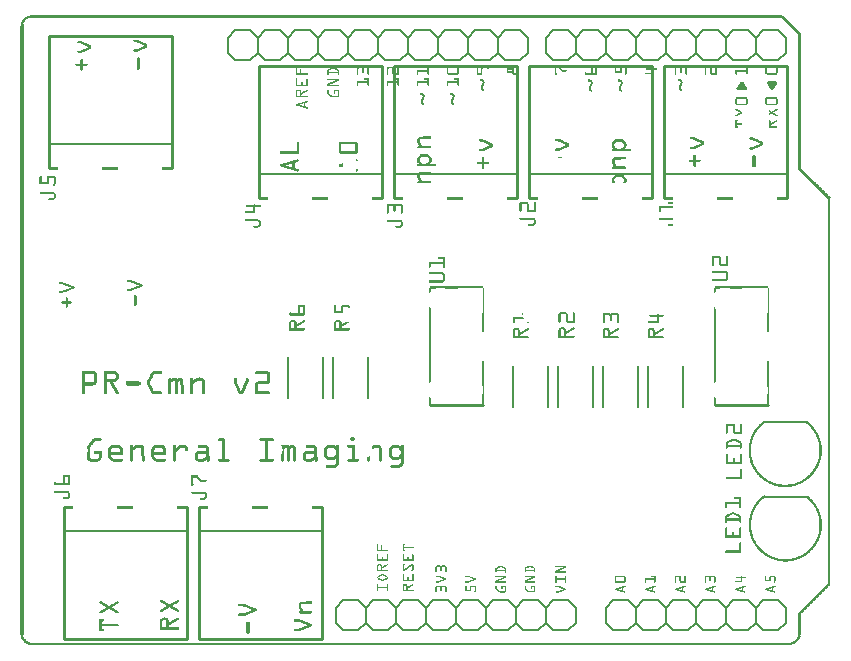
<source format=gto>
G04 MADE WITH FRITZING*
G04 WWW.FRITZING.ORG*
G04 DOUBLE SIDED*
G04 HOLES PLATED*
G04 CONTOUR ON CENTER OF CONTOUR VECTOR*
%ASAXBY*%
%FSLAX23Y23*%
%MOIN*%
%OFA0B0*%
%SFA1.0B1.0*%
%ADD10C,0.006000*%
%ADD11C,0.010000*%
%ADD12C,0.005000*%
%ADD13C,0.009799*%
%ADD14C,0.007874*%
%ADD15R,0.001000X0.001000*%
%LNSILK1*%
G90*
G70*
G54D10*
X2277Y153D02*
X2327Y153D01*
D02*
X2327Y153D02*
X2352Y128D01*
D02*
X2352Y128D02*
X2352Y78D01*
D02*
X2352Y78D02*
X2327Y53D01*
D02*
X2352Y128D02*
X2377Y153D01*
D02*
X2377Y153D02*
X2427Y153D01*
D02*
X2427Y153D02*
X2452Y128D01*
D02*
X2452Y128D02*
X2452Y78D01*
D02*
X2452Y78D02*
X2427Y53D01*
D02*
X2427Y53D02*
X2377Y53D01*
D02*
X2377Y53D02*
X2352Y78D01*
D02*
X2152Y128D02*
X2177Y153D01*
D02*
X2177Y153D02*
X2227Y153D01*
D02*
X2227Y153D02*
X2252Y128D01*
D02*
X2252Y128D02*
X2252Y78D01*
D02*
X2252Y78D02*
X2227Y53D01*
D02*
X2227Y53D02*
X2177Y53D01*
D02*
X2177Y53D02*
X2152Y78D01*
D02*
X2277Y153D02*
X2252Y128D01*
D02*
X2252Y78D02*
X2277Y53D01*
D02*
X2327Y53D02*
X2277Y53D01*
D02*
X1977Y153D02*
X2027Y153D01*
D02*
X2027Y153D02*
X2052Y128D01*
D02*
X2052Y128D02*
X2052Y78D01*
D02*
X2052Y78D02*
X2027Y53D01*
D02*
X2052Y128D02*
X2077Y153D01*
D02*
X2077Y153D02*
X2127Y153D01*
D02*
X2127Y153D02*
X2152Y128D01*
D02*
X2152Y128D02*
X2152Y78D01*
D02*
X2152Y78D02*
X2127Y53D01*
D02*
X2127Y53D02*
X2077Y53D01*
D02*
X2077Y53D02*
X2052Y78D01*
D02*
X1952Y128D02*
X1952Y78D01*
D02*
X1977Y153D02*
X1952Y128D01*
D02*
X1952Y78D02*
X1977Y53D01*
D02*
X2027Y53D02*
X1977Y53D01*
D02*
X2477Y153D02*
X2527Y153D01*
D02*
X2527Y153D02*
X2552Y128D01*
D02*
X2552Y128D02*
X2552Y78D01*
D02*
X2552Y78D02*
X2527Y53D01*
D02*
X2477Y153D02*
X2452Y128D01*
D02*
X2452Y78D02*
X2477Y53D01*
D02*
X2527Y53D02*
X2477Y53D01*
D02*
X867Y1953D02*
X817Y1953D01*
D02*
X1067Y1953D02*
X1017Y1953D01*
D02*
X967Y1953D02*
X917Y1953D01*
D02*
X1167Y1953D02*
X1117Y1953D01*
D02*
X1367Y1953D02*
X1317Y1953D01*
D02*
X1267Y1953D02*
X1217Y1953D01*
D02*
X1467Y1953D02*
X1417Y1953D01*
D02*
X1667Y1953D02*
X1617Y1953D01*
D02*
X1567Y1953D02*
X1517Y1953D01*
D02*
X767Y1953D02*
X717Y1953D01*
D02*
X892Y1978D02*
X867Y1953D01*
D02*
X817Y1953D02*
X792Y1978D01*
D02*
X792Y1978D02*
X792Y2028D01*
D02*
X792Y2028D02*
X817Y2053D01*
D02*
X817Y2053D02*
X867Y2053D01*
D02*
X867Y2053D02*
X892Y2028D01*
D02*
X1017Y1953D02*
X992Y1978D01*
D02*
X992Y1978D02*
X992Y2028D01*
D02*
X992Y2028D02*
X1017Y2053D01*
D02*
X992Y1978D02*
X967Y1953D01*
D02*
X917Y1953D02*
X892Y1978D01*
D02*
X892Y1978D02*
X892Y2028D01*
D02*
X892Y2028D02*
X917Y2053D01*
D02*
X917Y2053D02*
X967Y2053D01*
D02*
X967Y2053D02*
X992Y2028D01*
D02*
X1192Y1978D02*
X1167Y1953D01*
D02*
X1117Y1953D02*
X1092Y1978D01*
D02*
X1092Y1978D02*
X1092Y2028D01*
D02*
X1092Y2028D02*
X1117Y2053D01*
D02*
X1117Y2053D02*
X1167Y2053D01*
D02*
X1167Y2053D02*
X1192Y2028D01*
D02*
X1067Y1953D02*
X1092Y1978D01*
D02*
X1092Y2028D02*
X1067Y2053D01*
D02*
X1017Y2053D02*
X1067Y2053D01*
D02*
X1317Y1953D02*
X1292Y1978D01*
D02*
X1292Y1978D02*
X1292Y2028D01*
D02*
X1292Y2028D02*
X1317Y2053D01*
D02*
X1292Y1978D02*
X1267Y1953D01*
D02*
X1217Y1953D02*
X1192Y1978D01*
D02*
X1192Y1978D02*
X1192Y2028D01*
D02*
X1192Y2028D02*
X1217Y2053D01*
D02*
X1217Y2053D02*
X1267Y2053D01*
D02*
X1267Y2053D02*
X1292Y2028D01*
D02*
X1492Y1978D02*
X1467Y1953D01*
D02*
X1417Y1953D02*
X1392Y1978D01*
D02*
X1392Y1978D02*
X1392Y2028D01*
D02*
X1392Y2028D02*
X1417Y2053D01*
D02*
X1417Y2053D02*
X1467Y2053D01*
D02*
X1467Y2053D02*
X1492Y2028D01*
D02*
X1367Y1953D02*
X1392Y1978D01*
D02*
X1392Y2028D02*
X1367Y2053D01*
D02*
X1317Y2053D02*
X1367Y2053D01*
D02*
X1617Y1953D02*
X1592Y1978D01*
D02*
X1592Y1978D02*
X1592Y2028D01*
D02*
X1592Y2028D02*
X1617Y2053D01*
D02*
X1592Y1978D02*
X1567Y1953D01*
D02*
X1517Y1953D02*
X1492Y1978D01*
D02*
X1492Y1978D02*
X1492Y2028D01*
D02*
X1492Y2028D02*
X1517Y2053D01*
D02*
X1517Y2053D02*
X1567Y2053D01*
D02*
X1567Y2053D02*
X1592Y2028D01*
D02*
X1692Y1978D02*
X1692Y2028D01*
D02*
X1667Y1953D02*
X1692Y1978D01*
D02*
X1692Y2028D02*
X1667Y2053D01*
D02*
X1617Y2053D02*
X1667Y2053D01*
D02*
X717Y1953D02*
X692Y1978D01*
D02*
X692Y1978D02*
X692Y2028D01*
D02*
X692Y2028D02*
X717Y2053D01*
D02*
X767Y1953D02*
X792Y1978D01*
D02*
X792Y2028D02*
X767Y2053D01*
D02*
X717Y2053D02*
X767Y2053D01*
D02*
X1927Y1953D02*
X1877Y1953D01*
D02*
X1877Y1953D02*
X1852Y1978D01*
D02*
X1852Y1978D02*
X1852Y2028D01*
D02*
X1852Y2028D02*
X1877Y2053D01*
D02*
X2052Y1978D02*
X2027Y1953D01*
D02*
X2027Y1953D02*
X1977Y1953D01*
D02*
X1977Y1953D02*
X1952Y1978D01*
D02*
X1952Y1978D02*
X1952Y2028D01*
D02*
X1952Y2028D02*
X1977Y2053D01*
D02*
X1977Y2053D02*
X2027Y2053D01*
D02*
X2027Y2053D02*
X2052Y2028D01*
D02*
X1927Y1953D02*
X1952Y1978D01*
D02*
X1952Y2028D02*
X1927Y2053D01*
D02*
X1877Y2053D02*
X1927Y2053D01*
D02*
X2227Y1953D02*
X2177Y1953D01*
D02*
X2177Y1953D02*
X2152Y1978D01*
D02*
X2152Y1978D02*
X2152Y2028D01*
D02*
X2152Y2028D02*
X2177Y2053D01*
D02*
X2152Y1978D02*
X2127Y1953D01*
D02*
X2127Y1953D02*
X2077Y1953D01*
D02*
X2077Y1953D02*
X2052Y1978D01*
D02*
X2052Y1978D02*
X2052Y2028D01*
D02*
X2052Y2028D02*
X2077Y2053D01*
D02*
X2077Y2053D02*
X2127Y2053D01*
D02*
X2127Y2053D02*
X2152Y2028D01*
D02*
X2352Y1978D02*
X2327Y1953D01*
D02*
X2327Y1953D02*
X2277Y1953D01*
D02*
X2277Y1953D02*
X2252Y1978D01*
D02*
X2252Y1978D02*
X2252Y2028D01*
D02*
X2252Y2028D02*
X2277Y2053D01*
D02*
X2277Y2053D02*
X2327Y2053D01*
D02*
X2327Y2053D02*
X2352Y2028D01*
D02*
X2227Y1953D02*
X2252Y1978D01*
D02*
X2252Y2028D02*
X2227Y2053D01*
D02*
X2177Y2053D02*
X2227Y2053D01*
D02*
X2527Y1953D02*
X2477Y1953D01*
D02*
X2477Y1953D02*
X2452Y1978D01*
D02*
X2452Y1978D02*
X2452Y2028D01*
D02*
X2452Y2028D02*
X2477Y2053D01*
D02*
X2452Y1978D02*
X2427Y1953D01*
D02*
X2427Y1953D02*
X2377Y1953D01*
D02*
X2377Y1953D02*
X2352Y1978D01*
D02*
X2352Y1978D02*
X2352Y2028D01*
D02*
X2352Y2028D02*
X2377Y2053D01*
D02*
X2377Y2053D02*
X2427Y2053D01*
D02*
X2427Y2053D02*
X2452Y2028D01*
D02*
X2552Y1978D02*
X2552Y2028D01*
D02*
X2527Y1953D02*
X2552Y1978D01*
D02*
X2552Y2028D02*
X2527Y2053D01*
D02*
X2477Y2053D02*
X2527Y2053D01*
D02*
X1827Y1953D02*
X1777Y1953D01*
D02*
X1777Y1953D02*
X1752Y1978D01*
D02*
X1752Y1978D02*
X1752Y2028D01*
D02*
X1752Y2028D02*
X1777Y2053D01*
D02*
X1827Y1953D02*
X1852Y1978D01*
D02*
X1852Y2028D02*
X1827Y2053D01*
D02*
X1777Y2053D02*
X1827Y2053D01*
D02*
X1677Y153D02*
X1727Y153D01*
D02*
X1727Y153D02*
X1752Y128D01*
D02*
X1752Y128D02*
X1752Y78D01*
D02*
X1752Y78D02*
X1727Y53D01*
D02*
X1552Y128D02*
X1577Y153D01*
D02*
X1577Y153D02*
X1627Y153D01*
D02*
X1627Y153D02*
X1652Y128D01*
D02*
X1652Y128D02*
X1652Y78D01*
D02*
X1652Y78D02*
X1627Y53D01*
D02*
X1627Y53D02*
X1577Y53D01*
D02*
X1577Y53D02*
X1552Y78D01*
D02*
X1677Y153D02*
X1652Y128D01*
D02*
X1652Y78D02*
X1677Y53D01*
D02*
X1727Y53D02*
X1677Y53D01*
D02*
X1377Y153D02*
X1427Y153D01*
D02*
X1427Y153D02*
X1452Y128D01*
D02*
X1452Y128D02*
X1452Y78D01*
D02*
X1452Y78D02*
X1427Y53D01*
D02*
X1452Y128D02*
X1477Y153D01*
D02*
X1477Y153D02*
X1527Y153D01*
D02*
X1527Y153D02*
X1552Y128D01*
D02*
X1552Y128D02*
X1552Y78D01*
D02*
X1552Y78D02*
X1527Y53D01*
D02*
X1527Y53D02*
X1477Y53D01*
D02*
X1477Y53D02*
X1452Y78D01*
D02*
X1252Y128D02*
X1277Y153D01*
D02*
X1277Y153D02*
X1327Y153D01*
D02*
X1327Y153D02*
X1352Y128D01*
D02*
X1352Y128D02*
X1352Y78D01*
D02*
X1352Y78D02*
X1327Y53D01*
D02*
X1327Y53D02*
X1277Y53D01*
D02*
X1277Y53D02*
X1252Y78D01*
D02*
X1377Y153D02*
X1352Y128D01*
D02*
X1352Y78D02*
X1377Y53D01*
D02*
X1427Y53D02*
X1377Y53D01*
D02*
X1077Y153D02*
X1127Y153D01*
D02*
X1127Y153D02*
X1152Y128D01*
D02*
X1152Y128D02*
X1152Y78D01*
D02*
X1152Y78D02*
X1127Y53D01*
D02*
X1152Y128D02*
X1177Y153D01*
D02*
X1177Y153D02*
X1227Y153D01*
D02*
X1227Y153D02*
X1252Y128D01*
D02*
X1252Y128D02*
X1252Y78D01*
D02*
X1252Y78D02*
X1227Y53D01*
D02*
X1227Y53D02*
X1177Y53D01*
D02*
X1177Y53D02*
X1152Y78D01*
D02*
X1052Y128D02*
X1052Y78D01*
D02*
X1077Y153D02*
X1052Y128D01*
D02*
X1052Y78D02*
X1077Y53D01*
D02*
X1127Y53D02*
X1077Y53D01*
D02*
X1777Y153D02*
X1827Y153D01*
D02*
X1827Y153D02*
X1852Y128D01*
D02*
X1852Y128D02*
X1852Y78D01*
D02*
X1852Y78D02*
X1827Y53D01*
D02*
X1777Y153D02*
X1752Y128D01*
D02*
X1752Y78D02*
X1777Y53D01*
D02*
X1827Y53D02*
X1777Y53D01*
G54D11*
D02*
X2557Y1933D02*
X2147Y1933D01*
D02*
X2147Y1933D02*
X2147Y1493D01*
D02*
X2557Y1493D02*
X2557Y1933D01*
G54D12*
D02*
X2147Y1573D02*
X2557Y1573D01*
G54D11*
D02*
X1657Y1932D02*
X1247Y1932D01*
D02*
X1247Y1932D02*
X1247Y1492D01*
D02*
X1657Y1492D02*
X1657Y1932D01*
G54D12*
D02*
X1247Y1572D02*
X1657Y1572D01*
G54D11*
D02*
X2107Y1933D02*
X1697Y1933D01*
D02*
X1697Y1933D02*
X1697Y1493D01*
D02*
X2107Y1493D02*
X2107Y1933D01*
G54D12*
D02*
X1697Y1573D02*
X2107Y1573D01*
G54D11*
D02*
X507Y2032D02*
X97Y2032D01*
D02*
X97Y2032D02*
X97Y1592D01*
D02*
X507Y1592D02*
X507Y2032D01*
G54D12*
D02*
X97Y1672D02*
X507Y1672D01*
G54D13*
D02*
X1366Y802D02*
X1544Y802D01*
D02*
X2316Y802D02*
X2494Y802D01*
G54D11*
D02*
X1207Y1932D02*
X797Y1932D01*
D02*
X797Y1932D02*
X797Y1492D01*
D02*
X1207Y1492D02*
X1207Y1932D01*
G54D12*
D02*
X797Y1572D02*
X1207Y1572D01*
G54D11*
D02*
X147Y22D02*
X557Y22D01*
D02*
X557Y22D02*
X557Y462D01*
D02*
X147Y462D02*
X147Y22D01*
G54D12*
D02*
X557Y382D02*
X147Y382D01*
G54D11*
D02*
X597Y22D02*
X1007Y22D01*
D02*
X1007Y22D02*
X1007Y462D01*
D02*
X597Y462D02*
X597Y22D01*
G54D12*
D02*
X1007Y382D02*
X597Y382D01*
G54D14*
X2623Y498D02*
X2481Y498D01*
D02*
X2622Y746D02*
X2480Y746D01*
D02*
G54D15*
X33Y2102D02*
X2539Y2102D01*
X29Y2101D02*
X2540Y2101D01*
X26Y2100D02*
X2544Y2100D01*
X24Y2099D02*
X2542Y2099D01*
X2544Y2099D02*
X2545Y2099D01*
X22Y2098D02*
X2543Y2098D01*
X2545Y2098D02*
X2546Y2098D01*
X20Y2097D02*
X2544Y2097D01*
X2546Y2097D02*
X2547Y2097D01*
X19Y2096D02*
X2545Y2096D01*
X2547Y2096D02*
X2548Y2096D01*
X17Y2095D02*
X2546Y2095D01*
X2548Y2095D02*
X2549Y2095D01*
X16Y2094D02*
X32Y2094D01*
X2537Y2094D02*
X2547Y2094D01*
X2549Y2094D02*
X2550Y2094D01*
X15Y2093D02*
X29Y2093D01*
X2538Y2093D02*
X2548Y2093D01*
X2550Y2093D02*
X2551Y2093D01*
X14Y2092D02*
X26Y2092D01*
X2539Y2092D02*
X2549Y2092D01*
X2551Y2092D02*
X2552Y2092D01*
X12Y2091D02*
X24Y2091D01*
X2540Y2091D02*
X2550Y2091D01*
X2552Y2091D02*
X2553Y2091D01*
X12Y2090D02*
X23Y2090D01*
X2541Y2090D02*
X2551Y2090D01*
X2553Y2090D02*
X2554Y2090D01*
X11Y2089D02*
X21Y2089D01*
X2542Y2089D02*
X2552Y2089D01*
X2554Y2089D02*
X2555Y2089D01*
X10Y2088D02*
X20Y2088D01*
X2543Y2088D02*
X2553Y2088D01*
X2555Y2088D02*
X2556Y2088D01*
X9Y2087D02*
X19Y2087D01*
X2544Y2087D02*
X2554Y2087D01*
X2556Y2087D02*
X2557Y2087D01*
X8Y2086D02*
X18Y2086D01*
X2545Y2086D02*
X2555Y2086D01*
X2557Y2086D02*
X2558Y2086D01*
X8Y2085D02*
X17Y2085D01*
X2546Y2085D02*
X2556Y2085D01*
X2558Y2085D02*
X2559Y2085D01*
X7Y2084D02*
X16Y2084D01*
X2547Y2084D02*
X2557Y2084D01*
X2559Y2084D02*
X2560Y2084D01*
X6Y2083D02*
X16Y2083D01*
X2548Y2083D02*
X2558Y2083D01*
X2560Y2083D02*
X2561Y2083D01*
X6Y2082D02*
X15Y2082D01*
X2549Y2082D02*
X2559Y2082D01*
X2561Y2082D02*
X2562Y2082D01*
X5Y2081D02*
X15Y2081D01*
X2550Y2081D02*
X2560Y2081D01*
X2562Y2081D02*
X2563Y2081D01*
X5Y2080D02*
X14Y2080D01*
X2551Y2080D02*
X2561Y2080D01*
X2563Y2080D02*
X2564Y2080D01*
X5Y2079D02*
X12Y2079D01*
X14Y2079D02*
X14Y2079D01*
X2552Y2079D02*
X2562Y2079D01*
X2564Y2079D02*
X2565Y2079D01*
X4Y2078D02*
X13Y2078D01*
X2553Y2078D02*
X2563Y2078D01*
X2565Y2078D02*
X2566Y2078D01*
X4Y2077D02*
X11Y2077D01*
X13Y2077D02*
X13Y2077D01*
X2554Y2077D02*
X2564Y2077D01*
X2566Y2077D02*
X2567Y2077D01*
X3Y2076D02*
X12Y2076D01*
X2555Y2076D02*
X2565Y2076D01*
X2567Y2076D02*
X2568Y2076D01*
X3Y2075D02*
X10Y2075D01*
X12Y2075D02*
X12Y2075D01*
X2556Y2075D02*
X2566Y2075D01*
X2568Y2075D02*
X2569Y2075D01*
X3Y2074D02*
X10Y2074D01*
X12Y2074D02*
X12Y2074D01*
X2557Y2074D02*
X2567Y2074D01*
X2569Y2074D02*
X2570Y2074D01*
X3Y2073D02*
X10Y2073D01*
X12Y2073D02*
X12Y2073D01*
X2558Y2073D02*
X2568Y2073D01*
X2570Y2073D02*
X2571Y2073D01*
X2Y2072D02*
X9Y2072D01*
X11Y2072D02*
X11Y2072D01*
X2559Y2072D02*
X2569Y2072D01*
X2571Y2072D02*
X2572Y2072D01*
X2Y2071D02*
X9Y2071D01*
X11Y2071D02*
X11Y2071D01*
X2560Y2071D02*
X2570Y2071D01*
X2572Y2071D02*
X2573Y2071D01*
X2Y2070D02*
X9Y2070D01*
X11Y2070D02*
X11Y2070D01*
X2561Y2070D02*
X2571Y2070D01*
X2573Y2070D02*
X2574Y2070D01*
X2Y2069D02*
X9Y2069D01*
X11Y2069D02*
X11Y2069D01*
X2562Y2069D02*
X2572Y2069D01*
X2574Y2069D02*
X2575Y2069D01*
X2Y2068D02*
X9Y2068D01*
X11Y2068D02*
X11Y2068D01*
X2563Y2068D02*
X2573Y2068D01*
X2575Y2068D02*
X2576Y2068D01*
X1Y2067D02*
X8Y2067D01*
X11Y2067D02*
X11Y2067D01*
X2564Y2067D02*
X2574Y2067D01*
X2576Y2067D02*
X2577Y2067D01*
X1Y2066D02*
X8Y2066D01*
X11Y2066D02*
X11Y2066D01*
X2565Y2066D02*
X2575Y2066D01*
X2577Y2066D02*
X2578Y2066D01*
X1Y2065D02*
X8Y2065D01*
X11Y2065D02*
X11Y2065D01*
X2566Y2065D02*
X2576Y2065D01*
X2578Y2065D02*
X2579Y2065D01*
X1Y2064D02*
X8Y2064D01*
X11Y2064D02*
X11Y2064D01*
X2567Y2064D02*
X2577Y2064D01*
X2579Y2064D02*
X2580Y2064D01*
X1Y2063D02*
X8Y2063D01*
X11Y2063D02*
X11Y2063D01*
X2568Y2063D02*
X2578Y2063D01*
X2580Y2063D02*
X2581Y2063D01*
X1Y2062D02*
X8Y2062D01*
X11Y2062D02*
X11Y2062D01*
X2569Y2062D02*
X2579Y2062D01*
X2581Y2062D02*
X2582Y2062D01*
X1Y2061D02*
X8Y2061D01*
X11Y2061D02*
X11Y2061D01*
X2570Y2061D02*
X2580Y2061D01*
X2582Y2061D02*
X2583Y2061D01*
X1Y2060D02*
X8Y2060D01*
X11Y2060D02*
X11Y2060D01*
X2571Y2060D02*
X2581Y2060D01*
X2583Y2060D02*
X2584Y2060D01*
X1Y2059D02*
X8Y2059D01*
X11Y2059D02*
X11Y2059D01*
X2572Y2059D02*
X2582Y2059D01*
X2584Y2059D02*
X2585Y2059D01*
X1Y2058D02*
X8Y2058D01*
X11Y2058D02*
X11Y2058D01*
X2573Y2058D02*
X2583Y2058D01*
X2585Y2058D02*
X2586Y2058D01*
X1Y2057D02*
X8Y2057D01*
X11Y2057D02*
X11Y2057D01*
X2574Y2057D02*
X2584Y2057D01*
X2586Y2057D02*
X2587Y2057D01*
X1Y2056D02*
X8Y2056D01*
X11Y2056D02*
X11Y2056D01*
X2575Y2056D02*
X2585Y2056D01*
X2587Y2056D02*
X2588Y2056D01*
X1Y2055D02*
X8Y2055D01*
X11Y2055D02*
X11Y2055D01*
X2576Y2055D02*
X2586Y2055D01*
X2588Y2055D02*
X2589Y2055D01*
X1Y2054D02*
X8Y2054D01*
X11Y2054D02*
X11Y2054D01*
X2577Y2054D02*
X2587Y2054D01*
X2589Y2054D02*
X2590Y2054D01*
X1Y2053D02*
X8Y2053D01*
X11Y2053D02*
X11Y2053D01*
X2578Y2053D02*
X2588Y2053D01*
X2590Y2053D02*
X2591Y2053D01*
X1Y2052D02*
X8Y2052D01*
X11Y2052D02*
X11Y2052D01*
X2579Y2052D02*
X2589Y2052D01*
X2591Y2052D02*
X2592Y2052D01*
X1Y2051D02*
X8Y2051D01*
X11Y2051D02*
X11Y2051D01*
X2580Y2051D02*
X2590Y2051D01*
X2592Y2051D02*
X2593Y2051D01*
X1Y2050D02*
X8Y2050D01*
X11Y2050D02*
X11Y2050D01*
X2581Y2050D02*
X2591Y2050D01*
X2593Y2050D02*
X2594Y2050D01*
X1Y2049D02*
X8Y2049D01*
X11Y2049D02*
X11Y2049D01*
X2582Y2049D02*
X2592Y2049D01*
X2594Y2049D02*
X2595Y2049D01*
X1Y2048D02*
X8Y2048D01*
X11Y2048D02*
X11Y2048D01*
X2583Y2048D02*
X2593Y2048D01*
X2595Y2048D02*
X2596Y2048D01*
X1Y2047D02*
X8Y2047D01*
X11Y2047D02*
X11Y2047D01*
X2584Y2047D02*
X2594Y2047D01*
X2596Y2047D02*
X2597Y2047D01*
X1Y2046D02*
X8Y2046D01*
X11Y2046D02*
X11Y2046D01*
X2585Y2046D02*
X2595Y2046D01*
X2597Y2046D02*
X2598Y2046D01*
X1Y2045D02*
X8Y2045D01*
X11Y2045D02*
X11Y2045D01*
X2586Y2045D02*
X2596Y2045D01*
X2598Y2045D02*
X2599Y2045D01*
X1Y2044D02*
X8Y2044D01*
X11Y2044D02*
X11Y2044D01*
X2587Y2044D02*
X2597Y2044D01*
X2599Y2044D02*
X2600Y2044D01*
X1Y2043D02*
X8Y2043D01*
X11Y2043D02*
X11Y2043D01*
X2588Y2043D02*
X2598Y2043D01*
X2600Y2043D02*
X2601Y2043D01*
X1Y2042D02*
X8Y2042D01*
X11Y2042D02*
X11Y2042D01*
X2589Y2042D02*
X2599Y2042D01*
X2601Y2042D02*
X2602Y2042D01*
X1Y2041D02*
X8Y2041D01*
X11Y2041D02*
X11Y2041D01*
X2590Y2041D02*
X2600Y2041D01*
X2602Y2041D02*
X2603Y2041D01*
X1Y2040D02*
X8Y2040D01*
X11Y2040D02*
X11Y2040D01*
X2591Y2040D02*
X2601Y2040D01*
X2603Y2040D02*
X2603Y2040D01*
X1Y2039D02*
X8Y2039D01*
X11Y2039D02*
X11Y2039D01*
X2592Y2039D02*
X2601Y2039D01*
X2603Y2039D02*
X2603Y2039D01*
X1Y2038D02*
X8Y2038D01*
X11Y2038D02*
X11Y2038D01*
X2593Y2038D02*
X2601Y2038D01*
X2603Y2038D02*
X2603Y2038D01*
X1Y2037D02*
X8Y2037D01*
X11Y2037D02*
X11Y2037D01*
X2593Y2037D02*
X2601Y2037D01*
X2603Y2037D02*
X2603Y2037D01*
X1Y2036D02*
X8Y2036D01*
X11Y2036D02*
X11Y2036D01*
X2594Y2036D02*
X2601Y2036D01*
X2603Y2036D02*
X2603Y2036D01*
X1Y2035D02*
X8Y2035D01*
X11Y2035D02*
X11Y2035D01*
X2594Y2035D02*
X2601Y2035D01*
X2603Y2035D02*
X2603Y2035D01*
X1Y2034D02*
X8Y2034D01*
X11Y2034D02*
X11Y2034D01*
X2594Y2034D02*
X2601Y2034D01*
X2603Y2034D02*
X2603Y2034D01*
X1Y2033D02*
X8Y2033D01*
X11Y2033D02*
X11Y2033D01*
X2594Y2033D02*
X2601Y2033D01*
X2603Y2033D02*
X2603Y2033D01*
X1Y2032D02*
X8Y2032D01*
X11Y2032D02*
X11Y2032D01*
X2594Y2032D02*
X2601Y2032D01*
X2603Y2032D02*
X2603Y2032D01*
X1Y2031D02*
X8Y2031D01*
X11Y2031D02*
X11Y2031D01*
X2594Y2031D02*
X2601Y2031D01*
X2603Y2031D02*
X2603Y2031D01*
X1Y2030D02*
X8Y2030D01*
X11Y2030D02*
X11Y2030D01*
X2594Y2030D02*
X2601Y2030D01*
X2603Y2030D02*
X2603Y2030D01*
X1Y2029D02*
X8Y2029D01*
X11Y2029D02*
X11Y2029D01*
X2594Y2029D02*
X2601Y2029D01*
X2603Y2029D02*
X2603Y2029D01*
X1Y2028D02*
X8Y2028D01*
X11Y2028D02*
X11Y2028D01*
X2594Y2028D02*
X2601Y2028D01*
X2603Y2028D02*
X2603Y2028D01*
X1Y2027D02*
X8Y2027D01*
X11Y2027D02*
X11Y2027D01*
X2594Y2027D02*
X2601Y2027D01*
X2603Y2027D02*
X2603Y2027D01*
X1Y2026D02*
X8Y2026D01*
X11Y2026D02*
X11Y2026D01*
X2594Y2026D02*
X2601Y2026D01*
X2603Y2026D02*
X2603Y2026D01*
X1Y2025D02*
X8Y2025D01*
X11Y2025D02*
X11Y2025D01*
X2594Y2025D02*
X2601Y2025D01*
X2603Y2025D02*
X2603Y2025D01*
X1Y2024D02*
X8Y2024D01*
X11Y2024D02*
X11Y2024D01*
X2594Y2024D02*
X2601Y2024D01*
X2603Y2024D02*
X2603Y2024D01*
X1Y2023D02*
X8Y2023D01*
X11Y2023D02*
X11Y2023D01*
X2594Y2023D02*
X2601Y2023D01*
X2603Y2023D02*
X2603Y2023D01*
X1Y2022D02*
X8Y2022D01*
X11Y2022D02*
X11Y2022D01*
X2594Y2022D02*
X2601Y2022D01*
X2603Y2022D02*
X2603Y2022D01*
X1Y2021D02*
X8Y2021D01*
X11Y2021D02*
X11Y2021D01*
X382Y2021D02*
X389Y2021D01*
X2594Y2021D02*
X2601Y2021D01*
X2603Y2021D02*
X2603Y2021D01*
X1Y2020D02*
X8Y2020D01*
X11Y2020D02*
X11Y2020D01*
X380Y2020D02*
X391Y2020D01*
X2594Y2020D02*
X2601Y2020D01*
X2603Y2020D02*
X2603Y2020D01*
X1Y2019D02*
X8Y2019D01*
X11Y2019D02*
X11Y2019D01*
X379Y2019D02*
X394Y2019D01*
X2594Y2019D02*
X2601Y2019D01*
X2603Y2019D02*
X2603Y2019D01*
X1Y2018D02*
X8Y2018D01*
X11Y2018D02*
X11Y2018D01*
X378Y2018D02*
X396Y2018D01*
X2594Y2018D02*
X2601Y2018D01*
X2603Y2018D02*
X2603Y2018D01*
X1Y2017D02*
X8Y2017D01*
X11Y2017D02*
X11Y2017D01*
X378Y2017D02*
X398Y2017D01*
X2594Y2017D02*
X2601Y2017D01*
X2603Y2017D02*
X2603Y2017D01*
X1Y2016D02*
X8Y2016D01*
X11Y2016D02*
X11Y2016D01*
X193Y2016D02*
X203Y2016D01*
X378Y2016D02*
X401Y2016D01*
X2594Y2016D02*
X2601Y2016D01*
X2603Y2016D02*
X2603Y2016D01*
X1Y2015D02*
X8Y2015D01*
X11Y2015D02*
X11Y2015D01*
X192Y2015D02*
X206Y2015D01*
X379Y2015D02*
X403Y2015D01*
X2594Y2015D02*
X2601Y2015D01*
X2603Y2015D02*
X2603Y2015D01*
X1Y2014D02*
X8Y2014D01*
X11Y2014D02*
X11Y2014D01*
X191Y2014D02*
X208Y2014D01*
X380Y2014D02*
X405Y2014D01*
X2594Y2014D02*
X2601Y2014D01*
X2603Y2014D02*
X2603Y2014D01*
X1Y2013D02*
X8Y2013D01*
X11Y2013D02*
X11Y2013D01*
X191Y2013D02*
X210Y2013D01*
X381Y2013D02*
X407Y2013D01*
X2594Y2013D02*
X2601Y2013D01*
X2603Y2013D02*
X2603Y2013D01*
X1Y2012D02*
X8Y2012D01*
X11Y2012D02*
X11Y2012D01*
X191Y2012D02*
X212Y2012D01*
X390Y2012D02*
X410Y2012D01*
X2594Y2012D02*
X2601Y2012D01*
X2603Y2012D02*
X2603Y2012D01*
X1Y2011D02*
X8Y2011D01*
X11Y2011D02*
X11Y2011D01*
X191Y2011D02*
X215Y2011D01*
X393Y2011D02*
X412Y2011D01*
X2594Y2011D02*
X2601Y2011D01*
X2603Y2011D02*
X2603Y2011D01*
X1Y2010D02*
X8Y2010D01*
X11Y2010D02*
X11Y2010D01*
X192Y2010D02*
X217Y2010D01*
X395Y2010D02*
X414Y2010D01*
X2594Y2010D02*
X2601Y2010D01*
X2603Y2010D02*
X2603Y2010D01*
X1Y2009D02*
X8Y2009D01*
X11Y2009D02*
X11Y2009D01*
X193Y2009D02*
X219Y2009D01*
X397Y2009D02*
X417Y2009D01*
X2594Y2009D02*
X2601Y2009D01*
X2603Y2009D02*
X2603Y2009D01*
X1Y2008D02*
X8Y2008D01*
X11Y2008D02*
X11Y2008D01*
X202Y2008D02*
X222Y2008D01*
X399Y2008D02*
X419Y2008D01*
X2594Y2008D02*
X2601Y2008D01*
X2603Y2008D02*
X2603Y2008D01*
X1Y2007D02*
X8Y2007D01*
X11Y2007D02*
X11Y2007D01*
X204Y2007D02*
X224Y2007D01*
X402Y2007D02*
X421Y2007D01*
X2594Y2007D02*
X2601Y2007D01*
X2603Y2007D02*
X2603Y2007D01*
X1Y2006D02*
X8Y2006D01*
X11Y2006D02*
X11Y2006D01*
X207Y2006D02*
X226Y2006D01*
X404Y2006D02*
X423Y2006D01*
X2594Y2006D02*
X2601Y2006D01*
X2603Y2006D02*
X2603Y2006D01*
X1Y2005D02*
X8Y2005D01*
X11Y2005D02*
X11Y2005D01*
X209Y2005D02*
X228Y2005D01*
X406Y2005D02*
X423Y2005D01*
X2594Y2005D02*
X2601Y2005D01*
X2603Y2005D02*
X2603Y2005D01*
X1Y2004D02*
X8Y2004D01*
X11Y2004D02*
X11Y2004D01*
X211Y2004D02*
X231Y2004D01*
X408Y2004D02*
X424Y2004D01*
X2594Y2004D02*
X2601Y2004D01*
X2603Y2004D02*
X2603Y2004D01*
X1Y2003D02*
X8Y2003D01*
X11Y2003D02*
X11Y2003D01*
X213Y2003D02*
X233Y2003D01*
X411Y2003D02*
X424Y2003D01*
X2594Y2003D02*
X2601Y2003D01*
X2603Y2003D02*
X2603Y2003D01*
X1Y2002D02*
X8Y2002D01*
X11Y2002D02*
X11Y2002D01*
X216Y2002D02*
X235Y2002D01*
X413Y2002D02*
X424Y2002D01*
X2594Y2002D02*
X2601Y2002D01*
X2603Y2002D02*
X2603Y2002D01*
X1Y2001D02*
X8Y2001D01*
X11Y2001D02*
X11Y2001D01*
X218Y2001D02*
X236Y2001D01*
X415Y2001D02*
X424Y2001D01*
X2594Y2001D02*
X2601Y2001D01*
X2603Y2001D02*
X2603Y2001D01*
X1Y2000D02*
X8Y2000D01*
X11Y2000D02*
X11Y2000D01*
X220Y2000D02*
X236Y2000D01*
X415Y2000D02*
X424Y2000D01*
X2594Y2000D02*
X2601Y2000D01*
X2603Y2000D02*
X2603Y2000D01*
X1Y1999D02*
X8Y1999D01*
X11Y1999D02*
X11Y1999D01*
X223Y1999D02*
X236Y1999D01*
X412Y1999D02*
X424Y1999D01*
X2594Y1999D02*
X2601Y1999D01*
X2603Y1999D02*
X2603Y1999D01*
X1Y1998D02*
X8Y1998D01*
X11Y1998D02*
X11Y1998D01*
X225Y1998D02*
X236Y1998D01*
X410Y1998D02*
X424Y1998D01*
X2594Y1998D02*
X2601Y1998D01*
X2603Y1998D02*
X2603Y1998D01*
X1Y1997D02*
X8Y1997D01*
X11Y1997D02*
X11Y1997D01*
X227Y1997D02*
X236Y1997D01*
X408Y1997D02*
X424Y1997D01*
X2594Y1997D02*
X2601Y1997D01*
X2603Y1997D02*
X2603Y1997D01*
X1Y1996D02*
X8Y1996D01*
X11Y1996D02*
X11Y1996D01*
X228Y1996D02*
X236Y1996D01*
X405Y1996D02*
X423Y1996D01*
X2594Y1996D02*
X2601Y1996D01*
X2603Y1996D02*
X2603Y1996D01*
X1Y1995D02*
X8Y1995D01*
X11Y1995D02*
X11Y1995D01*
X226Y1995D02*
X236Y1995D01*
X403Y1995D02*
X422Y1995D01*
X2594Y1995D02*
X2601Y1995D01*
X2603Y1995D02*
X2603Y1995D01*
X1Y1994D02*
X8Y1994D01*
X11Y1994D02*
X11Y1994D01*
X224Y1994D02*
X236Y1994D01*
X401Y1994D02*
X420Y1994D01*
X2594Y1994D02*
X2601Y1994D01*
X2603Y1994D02*
X2603Y1994D01*
X1Y1993D02*
X8Y1993D01*
X11Y1993D02*
X11Y1993D01*
X221Y1993D02*
X236Y1993D01*
X399Y1993D02*
X418Y1993D01*
X2594Y1993D02*
X2601Y1993D01*
X2603Y1993D02*
X2603Y1993D01*
X1Y1992D02*
X8Y1992D01*
X11Y1992D02*
X11Y1992D01*
X219Y1992D02*
X236Y1992D01*
X396Y1992D02*
X416Y1992D01*
X2594Y1992D02*
X2601Y1992D01*
X2603Y1992D02*
X2603Y1992D01*
X1Y1991D02*
X8Y1991D01*
X11Y1991D02*
X11Y1991D01*
X217Y1991D02*
X235Y1991D01*
X394Y1991D02*
X414Y1991D01*
X2594Y1991D02*
X2601Y1991D01*
X2603Y1991D02*
X2603Y1991D01*
X1Y1990D02*
X8Y1990D01*
X11Y1990D02*
X11Y1990D01*
X214Y1990D02*
X234Y1990D01*
X392Y1990D02*
X411Y1990D01*
X2594Y1990D02*
X2601Y1990D01*
X2603Y1990D02*
X2603Y1990D01*
X1Y1989D02*
X8Y1989D01*
X11Y1989D02*
X11Y1989D01*
X212Y1989D02*
X232Y1989D01*
X389Y1989D02*
X409Y1989D01*
X2594Y1989D02*
X2601Y1989D01*
X2603Y1989D02*
X2603Y1989D01*
X1Y1988D02*
X8Y1988D01*
X11Y1988D02*
X11Y1988D01*
X210Y1988D02*
X229Y1988D01*
X380Y1988D02*
X407Y1988D01*
X2594Y1988D02*
X2601Y1988D01*
X2603Y1988D02*
X2603Y1988D01*
X1Y1987D02*
X8Y1987D01*
X11Y1987D02*
X11Y1987D01*
X207Y1987D02*
X227Y1987D01*
X379Y1987D02*
X404Y1987D01*
X2594Y1987D02*
X2601Y1987D01*
X2603Y1987D02*
X2603Y1987D01*
X1Y1986D02*
X8Y1986D01*
X11Y1986D02*
X11Y1986D01*
X205Y1986D02*
X225Y1986D01*
X379Y1986D02*
X402Y1986D01*
X2594Y1986D02*
X2601Y1986D01*
X2603Y1986D02*
X2603Y1986D01*
X1Y1985D02*
X8Y1985D01*
X11Y1985D02*
X11Y1985D01*
X203Y1985D02*
X223Y1985D01*
X378Y1985D02*
X400Y1985D01*
X2594Y1985D02*
X2601Y1985D01*
X2603Y1985D02*
X2603Y1985D01*
X1Y1984D02*
X8Y1984D01*
X11Y1984D02*
X11Y1984D01*
X194Y1984D02*
X220Y1984D01*
X378Y1984D02*
X398Y1984D01*
X2594Y1984D02*
X2601Y1984D01*
X2603Y1984D02*
X2603Y1984D01*
X1Y1983D02*
X8Y1983D01*
X11Y1983D02*
X11Y1983D01*
X192Y1983D02*
X218Y1983D01*
X379Y1983D02*
X395Y1983D01*
X2594Y1983D02*
X2601Y1983D01*
X2603Y1983D02*
X2603Y1983D01*
X1Y1982D02*
X8Y1982D01*
X11Y1982D02*
X11Y1982D01*
X191Y1982D02*
X216Y1982D01*
X379Y1982D02*
X393Y1982D01*
X2594Y1982D02*
X2601Y1982D01*
X2603Y1982D02*
X2603Y1982D01*
X1Y1981D02*
X8Y1981D01*
X11Y1981D02*
X11Y1981D01*
X191Y1981D02*
X213Y1981D01*
X380Y1981D02*
X391Y1981D01*
X2594Y1981D02*
X2601Y1981D01*
X2603Y1981D02*
X2603Y1981D01*
X1Y1980D02*
X8Y1980D01*
X11Y1980D02*
X11Y1980D01*
X191Y1980D02*
X211Y1980D01*
X2594Y1980D02*
X2601Y1980D01*
X2603Y1980D02*
X2603Y1980D01*
X1Y1979D02*
X8Y1979D01*
X11Y1979D02*
X11Y1979D01*
X191Y1979D02*
X209Y1979D01*
X2594Y1979D02*
X2601Y1979D01*
X2603Y1979D02*
X2603Y1979D01*
X1Y1978D02*
X8Y1978D01*
X11Y1978D02*
X11Y1978D01*
X192Y1978D02*
X207Y1978D01*
X2594Y1978D02*
X2601Y1978D01*
X2603Y1978D02*
X2603Y1978D01*
X1Y1977D02*
X8Y1977D01*
X11Y1977D02*
X11Y1977D01*
X192Y1977D02*
X204Y1977D01*
X2594Y1977D02*
X2601Y1977D01*
X2603Y1977D02*
X2603Y1977D01*
X1Y1976D02*
X8Y1976D01*
X11Y1976D02*
X11Y1976D01*
X195Y1976D02*
X201Y1976D01*
X2594Y1976D02*
X2601Y1976D01*
X2603Y1976D02*
X2603Y1976D01*
X1Y1975D02*
X8Y1975D01*
X11Y1975D02*
X11Y1975D01*
X2594Y1975D02*
X2601Y1975D01*
X2603Y1975D02*
X2603Y1975D01*
X1Y1974D02*
X8Y1974D01*
X11Y1974D02*
X11Y1974D01*
X2594Y1974D02*
X2601Y1974D01*
X2603Y1974D02*
X2603Y1974D01*
X1Y1973D02*
X8Y1973D01*
X11Y1973D02*
X11Y1973D01*
X2594Y1973D02*
X2601Y1973D01*
X2603Y1973D02*
X2603Y1973D01*
X1Y1972D02*
X8Y1972D01*
X11Y1972D02*
X11Y1972D01*
X2594Y1972D02*
X2601Y1972D01*
X2603Y1972D02*
X2603Y1972D01*
X1Y1971D02*
X8Y1971D01*
X11Y1971D02*
X11Y1971D01*
X2594Y1971D02*
X2601Y1971D01*
X2603Y1971D02*
X2603Y1971D01*
X1Y1970D02*
X8Y1970D01*
X11Y1970D02*
X11Y1970D01*
X2594Y1970D02*
X2601Y1970D01*
X2603Y1970D02*
X2603Y1970D01*
X1Y1969D02*
X8Y1969D01*
X11Y1969D02*
X11Y1969D01*
X2594Y1969D02*
X2601Y1969D01*
X2603Y1969D02*
X2603Y1969D01*
X1Y1968D02*
X8Y1968D01*
X11Y1968D02*
X11Y1968D01*
X2594Y1968D02*
X2601Y1968D01*
X2603Y1968D02*
X2603Y1968D01*
X1Y1967D02*
X8Y1967D01*
X11Y1967D02*
X11Y1967D01*
X2594Y1967D02*
X2601Y1967D01*
X2603Y1967D02*
X2603Y1967D01*
X1Y1966D02*
X8Y1966D01*
X11Y1966D02*
X11Y1966D01*
X2594Y1966D02*
X2601Y1966D01*
X2603Y1966D02*
X2603Y1966D01*
X1Y1965D02*
X8Y1965D01*
X11Y1965D02*
X11Y1965D01*
X2594Y1965D02*
X2601Y1965D01*
X2603Y1965D02*
X2603Y1965D01*
X1Y1964D02*
X8Y1964D01*
X11Y1964D02*
X11Y1964D01*
X2594Y1964D02*
X2601Y1964D01*
X2603Y1964D02*
X2603Y1964D01*
X1Y1963D02*
X8Y1963D01*
X11Y1963D02*
X11Y1963D01*
X2594Y1963D02*
X2601Y1963D01*
X2603Y1963D02*
X2603Y1963D01*
X1Y1962D02*
X8Y1962D01*
X11Y1962D02*
X11Y1962D01*
X392Y1962D02*
X396Y1962D01*
X2594Y1962D02*
X2601Y1962D01*
X2603Y1962D02*
X2603Y1962D01*
X1Y1961D02*
X8Y1961D01*
X11Y1961D02*
X11Y1961D01*
X390Y1961D02*
X398Y1961D01*
X2594Y1961D02*
X2601Y1961D01*
X2603Y1961D02*
X2603Y1961D01*
X1Y1960D02*
X8Y1960D01*
X11Y1960D02*
X11Y1960D01*
X389Y1960D02*
X399Y1960D01*
X2594Y1960D02*
X2601Y1960D01*
X2603Y1960D02*
X2603Y1960D01*
X1Y1959D02*
X8Y1959D01*
X11Y1959D02*
X11Y1959D01*
X389Y1959D02*
X399Y1959D01*
X2594Y1959D02*
X2601Y1959D01*
X2603Y1959D02*
X2603Y1959D01*
X1Y1958D02*
X8Y1958D01*
X11Y1958D02*
X11Y1958D01*
X389Y1958D02*
X399Y1958D01*
X2594Y1958D02*
X2601Y1958D01*
X2603Y1958D02*
X2603Y1958D01*
X1Y1957D02*
X8Y1957D01*
X11Y1957D02*
X11Y1957D01*
X203Y1957D02*
X207Y1957D01*
X389Y1957D02*
X399Y1957D01*
X2594Y1957D02*
X2601Y1957D01*
X2603Y1957D02*
X2603Y1957D01*
X1Y1956D02*
X8Y1956D01*
X11Y1956D02*
X11Y1956D01*
X202Y1956D02*
X208Y1956D01*
X389Y1956D02*
X399Y1956D01*
X2594Y1956D02*
X2601Y1956D01*
X2603Y1956D02*
X2603Y1956D01*
X1Y1955D02*
X8Y1955D01*
X11Y1955D02*
X11Y1955D01*
X202Y1955D02*
X208Y1955D01*
X389Y1955D02*
X399Y1955D01*
X2594Y1955D02*
X2601Y1955D01*
X2603Y1955D02*
X2603Y1955D01*
X1Y1954D02*
X8Y1954D01*
X11Y1954D02*
X11Y1954D01*
X201Y1954D02*
X208Y1954D01*
X389Y1954D02*
X399Y1954D01*
X2594Y1954D02*
X2601Y1954D01*
X2603Y1954D02*
X2603Y1954D01*
X1Y1953D02*
X8Y1953D01*
X11Y1953D02*
X11Y1953D01*
X201Y1953D02*
X209Y1953D01*
X389Y1953D02*
X399Y1953D01*
X2594Y1953D02*
X2601Y1953D01*
X2603Y1953D02*
X2603Y1953D01*
X1Y1952D02*
X8Y1952D01*
X11Y1952D02*
X11Y1952D01*
X201Y1952D02*
X209Y1952D01*
X389Y1952D02*
X399Y1952D01*
X2594Y1952D02*
X2601Y1952D01*
X2603Y1952D02*
X2603Y1952D01*
X1Y1951D02*
X8Y1951D01*
X11Y1951D02*
X11Y1951D01*
X201Y1951D02*
X209Y1951D01*
X389Y1951D02*
X399Y1951D01*
X2594Y1951D02*
X2601Y1951D01*
X2603Y1951D02*
X2603Y1951D01*
X1Y1950D02*
X8Y1950D01*
X11Y1950D02*
X11Y1950D01*
X201Y1950D02*
X209Y1950D01*
X389Y1950D02*
X399Y1950D01*
X2594Y1950D02*
X2601Y1950D01*
X2603Y1950D02*
X2603Y1950D01*
X1Y1949D02*
X8Y1949D01*
X11Y1949D02*
X11Y1949D01*
X201Y1949D02*
X209Y1949D01*
X389Y1949D02*
X399Y1949D01*
X2594Y1949D02*
X2601Y1949D01*
X2603Y1949D02*
X2603Y1949D01*
X1Y1948D02*
X8Y1948D01*
X11Y1948D02*
X11Y1948D01*
X201Y1948D02*
X209Y1948D01*
X389Y1948D02*
X399Y1948D01*
X2594Y1948D02*
X2601Y1948D01*
X2603Y1948D02*
X2603Y1948D01*
X1Y1947D02*
X8Y1947D01*
X11Y1947D02*
X11Y1947D01*
X201Y1947D02*
X209Y1947D01*
X389Y1947D02*
X399Y1947D01*
X2594Y1947D02*
X2601Y1947D01*
X2603Y1947D02*
X2603Y1947D01*
X1Y1946D02*
X8Y1946D01*
X11Y1946D02*
X11Y1946D01*
X201Y1946D02*
X209Y1946D01*
X389Y1946D02*
X399Y1946D01*
X2594Y1946D02*
X2601Y1946D01*
X2603Y1946D02*
X2603Y1946D01*
X1Y1945D02*
X8Y1945D01*
X11Y1945D02*
X11Y1945D01*
X201Y1945D02*
X209Y1945D01*
X389Y1945D02*
X399Y1945D01*
X2594Y1945D02*
X2601Y1945D01*
X2603Y1945D02*
X2603Y1945D01*
X1Y1944D02*
X8Y1944D01*
X11Y1944D02*
X11Y1944D01*
X201Y1944D02*
X209Y1944D01*
X389Y1944D02*
X399Y1944D01*
X2594Y1944D02*
X2601Y1944D01*
X2603Y1944D02*
X2603Y1944D01*
X1Y1943D02*
X8Y1943D01*
X11Y1943D02*
X11Y1943D01*
X201Y1943D02*
X209Y1943D01*
X389Y1943D02*
X399Y1943D01*
X2594Y1943D02*
X2601Y1943D01*
X2603Y1943D02*
X2603Y1943D01*
X1Y1942D02*
X8Y1942D01*
X11Y1942D02*
X11Y1942D01*
X201Y1942D02*
X209Y1942D01*
X389Y1942D02*
X399Y1942D01*
X2594Y1942D02*
X2601Y1942D01*
X2603Y1942D02*
X2603Y1942D01*
X1Y1941D02*
X8Y1941D01*
X11Y1941D02*
X11Y1941D01*
X187Y1941D02*
X223Y1941D01*
X389Y1941D02*
X399Y1941D01*
X2594Y1941D02*
X2601Y1941D01*
X2603Y1941D02*
X2603Y1941D01*
X1Y1940D02*
X8Y1940D01*
X11Y1940D02*
X11Y1940D01*
X186Y1940D02*
X224Y1940D01*
X389Y1940D02*
X399Y1940D01*
X2594Y1940D02*
X2601Y1940D01*
X2603Y1940D02*
X2603Y1940D01*
X1Y1939D02*
X8Y1939D01*
X11Y1939D02*
X11Y1939D01*
X185Y1939D02*
X224Y1939D01*
X389Y1939D02*
X399Y1939D01*
X2594Y1939D02*
X2601Y1939D01*
X2603Y1939D02*
X2603Y1939D01*
X1Y1938D02*
X8Y1938D01*
X11Y1938D02*
X11Y1938D01*
X185Y1938D02*
X225Y1938D01*
X389Y1938D02*
X399Y1938D01*
X2594Y1938D02*
X2601Y1938D01*
X2603Y1938D02*
X2603Y1938D01*
X1Y1937D02*
X8Y1937D01*
X11Y1937D02*
X11Y1937D01*
X185Y1937D02*
X225Y1937D01*
X389Y1937D02*
X399Y1937D01*
X2594Y1937D02*
X2601Y1937D01*
X2603Y1937D02*
X2603Y1937D01*
X1Y1936D02*
X8Y1936D01*
X11Y1936D02*
X11Y1936D01*
X185Y1936D02*
X224Y1936D01*
X389Y1936D02*
X399Y1936D01*
X2594Y1936D02*
X2601Y1936D01*
X2603Y1936D02*
X2603Y1936D01*
X1Y1935D02*
X8Y1935D01*
X11Y1935D02*
X11Y1935D01*
X186Y1935D02*
X224Y1935D01*
X389Y1935D02*
X399Y1935D01*
X2594Y1935D02*
X2601Y1935D01*
X2603Y1935D02*
X2603Y1935D01*
X1Y1934D02*
X8Y1934D01*
X11Y1934D02*
X11Y1934D01*
X187Y1934D02*
X223Y1934D01*
X389Y1934D02*
X399Y1934D01*
X2594Y1934D02*
X2601Y1934D01*
X2603Y1934D02*
X2603Y1934D01*
X1Y1933D02*
X8Y1933D01*
X11Y1933D02*
X11Y1933D01*
X201Y1933D02*
X209Y1933D01*
X389Y1933D02*
X399Y1933D01*
X2594Y1933D02*
X2601Y1933D01*
X2603Y1933D02*
X2603Y1933D01*
X1Y1932D02*
X8Y1932D01*
X11Y1932D02*
X11Y1932D01*
X201Y1932D02*
X209Y1932D01*
X389Y1932D02*
X399Y1932D01*
X2594Y1932D02*
X2601Y1932D01*
X2603Y1932D02*
X2603Y1932D01*
X1Y1931D02*
X8Y1931D01*
X11Y1931D02*
X11Y1931D01*
X201Y1931D02*
X209Y1931D01*
X389Y1931D02*
X399Y1931D01*
X2594Y1931D02*
X2601Y1931D01*
X2603Y1931D02*
X2603Y1931D01*
X1Y1930D02*
X8Y1930D01*
X11Y1930D02*
X11Y1930D01*
X201Y1930D02*
X209Y1930D01*
X389Y1930D02*
X399Y1930D01*
X1126Y1930D02*
X1140Y1930D01*
X1146Y1930D02*
X1159Y1930D01*
X1226Y1930D02*
X1242Y1930D01*
X1260Y1930D02*
X1261Y1930D01*
X1346Y1930D02*
X1361Y1930D01*
X1426Y1930D02*
X1459Y1930D01*
X1524Y1930D02*
X1561Y1930D01*
X1644Y1930D02*
X1659Y1930D01*
X1783Y1930D02*
X1799Y1930D01*
X1906Y1930D02*
X1921Y1930D01*
X1984Y1930D02*
X1986Y1930D01*
X2003Y1930D02*
X2019Y1930D01*
X2186Y1930D02*
X2200Y1930D01*
X2205Y1930D02*
X2219Y1930D01*
X2286Y1930D02*
X2302Y1930D01*
X2319Y1930D02*
X2321Y1930D01*
X2408Y1930D02*
X2424Y1930D01*
X2488Y1930D02*
X2522Y1930D01*
X2594Y1930D02*
X2601Y1930D01*
X2603Y1930D02*
X2603Y1930D01*
X1Y1929D02*
X8Y1929D01*
X11Y1929D02*
X11Y1929D01*
X201Y1929D02*
X209Y1929D01*
X389Y1929D02*
X399Y1929D01*
X920Y1929D02*
X923Y1929D01*
X1041Y1929D02*
X1046Y1929D01*
X1125Y1929D02*
X1142Y1929D01*
X1144Y1929D02*
X1161Y1929D01*
X1225Y1929D02*
X1243Y1929D01*
X1259Y1929D02*
X1262Y1929D01*
X1345Y1929D02*
X1362Y1929D01*
X1425Y1929D02*
X1461Y1929D01*
X1523Y1929D02*
X1562Y1929D01*
X1642Y1929D02*
X1661Y1929D01*
X1783Y1929D02*
X1800Y1929D01*
X1905Y1929D02*
X1922Y1929D01*
X1983Y1929D02*
X1987Y1929D01*
X2002Y1929D02*
X2021Y1929D01*
X2106Y1929D02*
X2108Y1929D01*
X2184Y1929D02*
X2201Y1929D01*
X2204Y1929D02*
X2221Y1929D01*
X2284Y1929D02*
X2303Y1929D01*
X2318Y1929D02*
X2322Y1929D01*
X2407Y1929D02*
X2424Y1929D01*
X2487Y1929D02*
X2523Y1929D01*
X2594Y1929D02*
X2601Y1929D01*
X2603Y1929D02*
X2603Y1929D01*
X1Y1928D02*
X8Y1928D01*
X11Y1928D02*
X11Y1928D01*
X201Y1928D02*
X209Y1928D01*
X389Y1928D02*
X399Y1928D01*
X920Y1928D02*
X923Y1928D01*
X1038Y1928D02*
X1049Y1928D01*
X1124Y1928D02*
X1162Y1928D01*
X1224Y1928D02*
X1244Y1928D01*
X1258Y1928D02*
X1263Y1928D01*
X1345Y1928D02*
X1363Y1928D01*
X1424Y1928D02*
X1462Y1928D01*
X1523Y1928D02*
X1563Y1928D01*
X1641Y1928D02*
X1662Y1928D01*
X1783Y1928D02*
X1801Y1928D01*
X1905Y1928D02*
X1922Y1928D01*
X1983Y1928D02*
X1987Y1928D01*
X2001Y1928D02*
X2021Y1928D01*
X2105Y1928D02*
X2109Y1928D01*
X2184Y1928D02*
X2221Y1928D01*
X2284Y1928D02*
X2304Y1928D01*
X2318Y1928D02*
X2322Y1928D01*
X2407Y1928D02*
X2425Y1928D01*
X2486Y1928D02*
X2524Y1928D01*
X2594Y1928D02*
X2601Y1928D01*
X2603Y1928D02*
X2603Y1928D01*
X1Y1927D02*
X8Y1927D01*
X11Y1927D02*
X11Y1927D01*
X201Y1927D02*
X209Y1927D01*
X389Y1927D02*
X399Y1927D01*
X919Y1927D02*
X924Y1927D01*
X1036Y1927D02*
X1051Y1927D01*
X1123Y1927D02*
X1162Y1927D01*
X1223Y1927D02*
X1245Y1927D01*
X1258Y1927D02*
X1263Y1927D01*
X1345Y1927D02*
X1363Y1927D01*
X1423Y1927D02*
X1462Y1927D01*
X1523Y1927D02*
X1563Y1927D01*
X1641Y1927D02*
X1662Y1927D01*
X1783Y1927D02*
X1802Y1927D01*
X1905Y1927D02*
X1922Y1927D01*
X1983Y1927D02*
X1987Y1927D01*
X2001Y1927D02*
X2022Y1927D01*
X2105Y1927D02*
X2109Y1927D01*
X2183Y1927D02*
X2222Y1927D01*
X2283Y1927D02*
X2304Y1927D01*
X2318Y1927D02*
X2322Y1927D01*
X2407Y1927D02*
X2425Y1927D01*
X2485Y1927D02*
X2524Y1927D01*
X2594Y1927D02*
X2601Y1927D01*
X2603Y1927D02*
X2603Y1927D01*
X1Y1926D02*
X8Y1926D01*
X11Y1926D02*
X11Y1926D01*
X201Y1926D02*
X209Y1926D01*
X389Y1926D02*
X399Y1926D01*
X919Y1926D02*
X924Y1926D01*
X1034Y1926D02*
X1053Y1926D01*
X1123Y1926D02*
X1163Y1926D01*
X1223Y1926D02*
X1245Y1926D01*
X1258Y1926D02*
X1263Y1926D01*
X1346Y1926D02*
X1363Y1926D01*
X1423Y1926D02*
X1462Y1926D01*
X1523Y1926D02*
X1563Y1926D01*
X1641Y1926D02*
X1662Y1926D01*
X1783Y1926D02*
X1803Y1926D01*
X1905Y1926D02*
X1922Y1926D01*
X1983Y1926D02*
X1987Y1926D01*
X2001Y1926D02*
X2022Y1926D01*
X2088Y1926D02*
X2121Y1926D01*
X2183Y1926D02*
X2222Y1926D01*
X2283Y1926D02*
X2304Y1926D01*
X2318Y1926D02*
X2322Y1926D01*
X2408Y1926D02*
X2425Y1926D01*
X2485Y1926D02*
X2525Y1926D01*
X2594Y1926D02*
X2601Y1926D01*
X2603Y1926D02*
X2603Y1926D01*
X1Y1925D02*
X8Y1925D01*
X11Y1925D02*
X11Y1925D01*
X201Y1925D02*
X209Y1925D01*
X389Y1925D02*
X399Y1925D01*
X919Y1925D02*
X924Y1925D01*
X1032Y1925D02*
X1055Y1925D01*
X1123Y1925D02*
X1128Y1925D01*
X1139Y1925D02*
X1147Y1925D01*
X1158Y1925D02*
X1163Y1925D01*
X1223Y1925D02*
X1228Y1925D01*
X1241Y1925D02*
X1245Y1925D01*
X1258Y1925D02*
X1263Y1925D01*
X1358Y1925D02*
X1363Y1925D01*
X1423Y1925D02*
X1427Y1925D01*
X1458Y1925D02*
X1463Y1925D01*
X1523Y1925D02*
X1527Y1925D01*
X1536Y1925D02*
X1541Y1925D01*
X1558Y1925D02*
X1563Y1925D01*
X1624Y1925D02*
X1645Y1925D01*
X1658Y1925D02*
X1662Y1925D01*
X1783Y1925D02*
X1787Y1925D01*
X1798Y1925D02*
X1804Y1925D01*
X1905Y1925D02*
X1909Y1925D01*
X1918Y1925D02*
X1922Y1925D01*
X1983Y1925D02*
X1987Y1925D01*
X2000Y1925D02*
X2005Y1925D01*
X2018Y1925D02*
X2022Y1925D01*
X2087Y1925D02*
X2122Y1925D01*
X2183Y1925D02*
X2187Y1925D01*
X2199Y1925D02*
X2206Y1925D01*
X2218Y1925D02*
X2222Y1925D01*
X2283Y1925D02*
X2287Y1925D01*
X2300Y1925D02*
X2305Y1925D01*
X2318Y1925D02*
X2322Y1925D01*
X2420Y1925D02*
X2425Y1925D01*
X2485Y1925D02*
X2489Y1925D01*
X2520Y1925D02*
X2525Y1925D01*
X2594Y1925D02*
X2601Y1925D01*
X2603Y1925D02*
X2603Y1925D01*
X1Y1924D02*
X8Y1924D01*
X11Y1924D02*
X11Y1924D01*
X201Y1924D02*
X209Y1924D01*
X389Y1924D02*
X399Y1924D01*
X919Y1924D02*
X924Y1924D01*
X934Y1924D02*
X936Y1924D01*
X1031Y1924D02*
X1042Y1924D01*
X1045Y1924D02*
X1057Y1924D01*
X1123Y1924D02*
X1127Y1924D01*
X1140Y1924D02*
X1146Y1924D01*
X1158Y1924D02*
X1163Y1924D01*
X1223Y1924D02*
X1227Y1924D01*
X1241Y1924D02*
X1245Y1924D01*
X1258Y1924D02*
X1263Y1924D01*
X1358Y1924D02*
X1363Y1924D01*
X1423Y1924D02*
X1427Y1924D01*
X1458Y1924D02*
X1463Y1924D01*
X1523Y1924D02*
X1527Y1924D01*
X1536Y1924D02*
X1540Y1924D01*
X1559Y1924D02*
X1562Y1924D01*
X1623Y1924D02*
X1645Y1924D01*
X1658Y1924D02*
X1663Y1924D01*
X1783Y1924D02*
X1787Y1924D01*
X1799Y1924D02*
X1805Y1924D01*
X1905Y1924D02*
X1909Y1924D01*
X1918Y1924D02*
X1922Y1924D01*
X1983Y1924D02*
X1987Y1924D01*
X2000Y1924D02*
X2005Y1924D01*
X2018Y1924D02*
X2022Y1924D01*
X2087Y1924D02*
X2122Y1924D01*
X2183Y1924D02*
X2187Y1924D01*
X2200Y1924D02*
X2205Y1924D01*
X2218Y1924D02*
X2222Y1924D01*
X2283Y1924D02*
X2287Y1924D01*
X2300Y1924D02*
X2305Y1924D01*
X2318Y1924D02*
X2322Y1924D01*
X2420Y1924D02*
X2425Y1924D01*
X2485Y1924D02*
X2489Y1924D01*
X2520Y1924D02*
X2525Y1924D01*
X2594Y1924D02*
X2601Y1924D01*
X2603Y1924D02*
X2603Y1924D01*
X1Y1923D02*
X8Y1923D01*
X11Y1923D02*
X11Y1923D01*
X201Y1923D02*
X209Y1923D01*
X390Y1923D02*
X398Y1923D01*
X919Y1923D02*
X924Y1923D01*
X933Y1923D02*
X936Y1923D01*
X1029Y1923D02*
X1039Y1923D01*
X1048Y1923D02*
X1059Y1923D01*
X1123Y1923D02*
X1127Y1923D01*
X1141Y1923D02*
X1145Y1923D01*
X1158Y1923D02*
X1163Y1923D01*
X1223Y1923D02*
X1227Y1923D01*
X1241Y1923D02*
X1245Y1923D01*
X1258Y1923D02*
X1263Y1923D01*
X1358Y1923D02*
X1363Y1923D01*
X1423Y1923D02*
X1427Y1923D01*
X1458Y1923D02*
X1463Y1923D01*
X1523Y1923D02*
X1527Y1923D01*
X1536Y1923D02*
X1540Y1923D01*
X1560Y1923D02*
X1561Y1923D01*
X1623Y1923D02*
X1645Y1923D01*
X1658Y1923D02*
X1663Y1923D01*
X1783Y1923D02*
X1787Y1923D01*
X1799Y1923D02*
X1805Y1923D01*
X1905Y1923D02*
X1909Y1923D01*
X1918Y1923D02*
X1922Y1923D01*
X1983Y1923D02*
X1987Y1923D01*
X2000Y1923D02*
X2005Y1923D01*
X2018Y1923D02*
X2022Y1923D01*
X2087Y1923D02*
X2122Y1923D01*
X2183Y1923D02*
X2187Y1923D01*
X2200Y1923D02*
X2205Y1923D01*
X2218Y1923D02*
X2222Y1923D01*
X2283Y1923D02*
X2287Y1923D01*
X2300Y1923D02*
X2305Y1923D01*
X2318Y1923D02*
X2322Y1923D01*
X2420Y1923D02*
X2425Y1923D01*
X2485Y1923D02*
X2489Y1923D01*
X2520Y1923D02*
X2525Y1923D01*
X2594Y1923D02*
X2601Y1923D01*
X2603Y1923D02*
X2603Y1923D01*
X1Y1922D02*
X8Y1922D01*
X11Y1922D02*
X11Y1922D01*
X201Y1922D02*
X209Y1922D01*
X391Y1922D02*
X397Y1922D01*
X919Y1922D02*
X924Y1922D01*
X933Y1922D02*
X937Y1922D01*
X1027Y1922D02*
X1037Y1922D01*
X1050Y1922D02*
X1060Y1922D01*
X1123Y1922D02*
X1127Y1922D01*
X1141Y1922D02*
X1145Y1922D01*
X1158Y1922D02*
X1163Y1922D01*
X1223Y1922D02*
X1227Y1922D01*
X1241Y1922D02*
X1245Y1922D01*
X1258Y1922D02*
X1263Y1922D01*
X1358Y1922D02*
X1363Y1922D01*
X1423Y1922D02*
X1427Y1922D01*
X1458Y1922D02*
X1463Y1922D01*
X1523Y1922D02*
X1527Y1922D01*
X1536Y1922D02*
X1540Y1922D01*
X1623Y1922D02*
X1645Y1922D01*
X1658Y1922D02*
X1663Y1922D01*
X1783Y1922D02*
X1787Y1922D01*
X1800Y1922D02*
X1806Y1922D01*
X1905Y1922D02*
X1909Y1922D01*
X1918Y1922D02*
X1922Y1922D01*
X1983Y1922D02*
X1987Y1922D01*
X2000Y1922D02*
X2005Y1922D01*
X2018Y1922D02*
X2022Y1922D01*
X2088Y1922D02*
X2121Y1922D01*
X2183Y1922D02*
X2187Y1922D01*
X2200Y1922D02*
X2205Y1922D01*
X2218Y1922D02*
X2222Y1922D01*
X2283Y1922D02*
X2287Y1922D01*
X2300Y1922D02*
X2305Y1922D01*
X2318Y1922D02*
X2322Y1922D01*
X2420Y1922D02*
X2425Y1922D01*
X2485Y1922D02*
X2489Y1922D01*
X2520Y1922D02*
X2525Y1922D01*
X2594Y1922D02*
X2601Y1922D01*
X2603Y1922D02*
X2603Y1922D01*
X1Y1921D02*
X8Y1921D01*
X11Y1921D02*
X11Y1921D01*
X201Y1921D02*
X208Y1921D01*
X919Y1921D02*
X924Y1921D01*
X933Y1921D02*
X937Y1921D01*
X1026Y1921D02*
X1035Y1921D01*
X1052Y1921D02*
X1061Y1921D01*
X1123Y1921D02*
X1127Y1921D01*
X1141Y1921D02*
X1145Y1921D01*
X1158Y1921D02*
X1163Y1921D01*
X1223Y1921D02*
X1227Y1921D01*
X1241Y1921D02*
X1245Y1921D01*
X1258Y1921D02*
X1263Y1921D01*
X1358Y1921D02*
X1363Y1921D01*
X1423Y1921D02*
X1427Y1921D01*
X1458Y1921D02*
X1463Y1921D01*
X1523Y1921D02*
X1527Y1921D01*
X1536Y1921D02*
X1540Y1921D01*
X1623Y1921D02*
X1645Y1921D01*
X1658Y1921D02*
X1663Y1921D01*
X1783Y1921D02*
X1787Y1921D01*
X1801Y1921D02*
X1807Y1921D01*
X1905Y1921D02*
X1909Y1921D01*
X1918Y1921D02*
X1922Y1921D01*
X1983Y1921D02*
X1987Y1921D01*
X2000Y1921D02*
X2005Y1921D01*
X2018Y1921D02*
X2022Y1921D01*
X2105Y1921D02*
X2109Y1921D01*
X2183Y1921D02*
X2187Y1921D01*
X2200Y1921D02*
X2205Y1921D01*
X2218Y1921D02*
X2222Y1921D01*
X2283Y1921D02*
X2287Y1921D01*
X2300Y1921D02*
X2305Y1921D01*
X2318Y1921D02*
X2322Y1921D01*
X2420Y1921D02*
X2425Y1921D01*
X2485Y1921D02*
X2489Y1921D01*
X2520Y1921D02*
X2525Y1921D01*
X2594Y1921D02*
X2601Y1921D01*
X2603Y1921D02*
X2603Y1921D01*
X1Y1920D02*
X8Y1920D01*
X11Y1920D02*
X11Y1920D01*
X201Y1920D02*
X208Y1920D01*
X919Y1920D02*
X924Y1920D01*
X933Y1920D02*
X937Y1920D01*
X1025Y1920D02*
X1033Y1920D01*
X1054Y1920D02*
X1062Y1920D01*
X1123Y1920D02*
X1127Y1920D01*
X1141Y1920D02*
X1145Y1920D01*
X1158Y1920D02*
X1163Y1920D01*
X1223Y1920D02*
X1227Y1920D01*
X1241Y1920D02*
X1245Y1920D01*
X1258Y1920D02*
X1263Y1920D01*
X1323Y1920D02*
X1363Y1920D01*
X1423Y1920D02*
X1427Y1920D01*
X1458Y1920D02*
X1463Y1920D01*
X1523Y1920D02*
X1527Y1920D01*
X1536Y1920D02*
X1540Y1920D01*
X1623Y1920D02*
X1628Y1920D01*
X1640Y1920D02*
X1645Y1920D01*
X1658Y1920D02*
X1663Y1920D01*
X1783Y1920D02*
X1787Y1920D01*
X1802Y1920D02*
X1821Y1920D01*
X1905Y1920D02*
X1909Y1920D01*
X1918Y1920D02*
X1922Y1920D01*
X1983Y1920D02*
X1987Y1920D01*
X2000Y1920D02*
X2005Y1920D01*
X2018Y1920D02*
X2022Y1920D01*
X2105Y1920D02*
X2109Y1920D01*
X2183Y1920D02*
X2187Y1920D01*
X2200Y1920D02*
X2205Y1920D01*
X2218Y1920D02*
X2222Y1920D01*
X2283Y1920D02*
X2287Y1920D01*
X2300Y1920D02*
X2305Y1920D01*
X2318Y1920D02*
X2322Y1920D01*
X2385Y1920D02*
X2425Y1920D01*
X2485Y1920D02*
X2489Y1920D01*
X2520Y1920D02*
X2525Y1920D01*
X2594Y1920D02*
X2601Y1920D01*
X2603Y1920D02*
X2603Y1920D01*
X1Y1919D02*
X8Y1919D01*
X11Y1919D02*
X11Y1919D01*
X202Y1919D02*
X208Y1919D01*
X919Y1919D02*
X924Y1919D01*
X933Y1919D02*
X937Y1919D01*
X1025Y1919D02*
X1031Y1919D01*
X1056Y1919D02*
X1063Y1919D01*
X1123Y1919D02*
X1127Y1919D01*
X1141Y1919D02*
X1145Y1919D01*
X1158Y1919D02*
X1163Y1919D01*
X1223Y1919D02*
X1227Y1919D01*
X1241Y1919D02*
X1245Y1919D01*
X1258Y1919D02*
X1263Y1919D01*
X1323Y1919D02*
X1363Y1919D01*
X1423Y1919D02*
X1427Y1919D01*
X1458Y1919D02*
X1463Y1919D01*
X1523Y1919D02*
X1527Y1919D01*
X1536Y1919D02*
X1540Y1919D01*
X1623Y1919D02*
X1627Y1919D01*
X1641Y1919D02*
X1645Y1919D01*
X1658Y1919D02*
X1663Y1919D01*
X1783Y1919D02*
X1787Y1919D01*
X1803Y1919D02*
X1822Y1919D01*
X1905Y1919D02*
X1909Y1919D01*
X1918Y1919D02*
X1922Y1919D01*
X1983Y1919D02*
X1987Y1919D01*
X2000Y1919D02*
X2005Y1919D01*
X2018Y1919D02*
X2022Y1919D01*
X2105Y1919D02*
X2109Y1919D01*
X2183Y1919D02*
X2187Y1919D01*
X2200Y1919D02*
X2205Y1919D01*
X2218Y1919D02*
X2222Y1919D01*
X2283Y1919D02*
X2287Y1919D01*
X2300Y1919D02*
X2305Y1919D01*
X2318Y1919D02*
X2322Y1919D01*
X2385Y1919D02*
X2425Y1919D01*
X2485Y1919D02*
X2489Y1919D01*
X2520Y1919D02*
X2525Y1919D01*
X2594Y1919D02*
X2601Y1919D01*
X2603Y1919D02*
X2603Y1919D01*
X1Y1918D02*
X8Y1918D01*
X11Y1918D02*
X11Y1918D01*
X203Y1918D02*
X207Y1918D01*
X919Y1918D02*
X924Y1918D01*
X933Y1918D02*
X937Y1918D01*
X1024Y1918D02*
X1029Y1918D01*
X1058Y1918D02*
X1063Y1918D01*
X1123Y1918D02*
X1127Y1918D01*
X1141Y1918D02*
X1145Y1918D01*
X1158Y1918D02*
X1163Y1918D01*
X1223Y1918D02*
X1227Y1918D01*
X1241Y1918D02*
X1245Y1918D01*
X1258Y1918D02*
X1263Y1918D01*
X1323Y1918D02*
X1363Y1918D01*
X1423Y1918D02*
X1427Y1918D01*
X1458Y1918D02*
X1463Y1918D01*
X1523Y1918D02*
X1527Y1918D01*
X1536Y1918D02*
X1540Y1918D01*
X1623Y1918D02*
X1627Y1918D01*
X1641Y1918D02*
X1645Y1918D01*
X1658Y1918D02*
X1663Y1918D01*
X1783Y1918D02*
X1787Y1918D01*
X1804Y1918D02*
X1822Y1918D01*
X1905Y1918D02*
X1909Y1918D01*
X1918Y1918D02*
X1922Y1918D01*
X1983Y1918D02*
X1987Y1918D01*
X2000Y1918D02*
X2005Y1918D01*
X2018Y1918D02*
X2022Y1918D01*
X2105Y1918D02*
X2109Y1918D01*
X2183Y1918D02*
X2187Y1918D01*
X2200Y1918D02*
X2205Y1918D01*
X2218Y1918D02*
X2222Y1918D01*
X2283Y1918D02*
X2287Y1918D01*
X2300Y1918D02*
X2305Y1918D01*
X2318Y1918D02*
X2322Y1918D01*
X2385Y1918D02*
X2425Y1918D01*
X2485Y1918D02*
X2489Y1918D01*
X2520Y1918D02*
X2525Y1918D01*
X2594Y1918D02*
X2601Y1918D01*
X2603Y1918D02*
X2603Y1918D01*
X1Y1917D02*
X8Y1917D01*
X11Y1917D02*
X11Y1917D01*
X919Y1917D02*
X924Y1917D01*
X933Y1917D02*
X937Y1917D01*
X1024Y1917D02*
X1028Y1917D01*
X1059Y1917D02*
X1063Y1917D01*
X1123Y1917D02*
X1127Y1917D01*
X1141Y1917D02*
X1145Y1917D01*
X1158Y1917D02*
X1163Y1917D01*
X1223Y1917D02*
X1227Y1917D01*
X1241Y1917D02*
X1245Y1917D01*
X1258Y1917D02*
X1263Y1917D01*
X1323Y1917D02*
X1363Y1917D01*
X1423Y1917D02*
X1427Y1917D01*
X1458Y1917D02*
X1463Y1917D01*
X1523Y1917D02*
X1527Y1917D01*
X1536Y1917D02*
X1540Y1917D01*
X1623Y1917D02*
X1627Y1917D01*
X1641Y1917D02*
X1645Y1917D01*
X1658Y1917D02*
X1663Y1917D01*
X1783Y1917D02*
X1787Y1917D01*
X1805Y1917D02*
X1822Y1917D01*
X1905Y1917D02*
X1909Y1917D01*
X1918Y1917D02*
X1922Y1917D01*
X1983Y1917D02*
X1987Y1917D01*
X2000Y1917D02*
X2005Y1917D01*
X2018Y1917D02*
X2022Y1917D01*
X2105Y1917D02*
X2109Y1917D01*
X2183Y1917D02*
X2187Y1917D01*
X2200Y1917D02*
X2205Y1917D01*
X2218Y1917D02*
X2222Y1917D01*
X2283Y1917D02*
X2287Y1917D01*
X2300Y1917D02*
X2305Y1917D01*
X2318Y1917D02*
X2322Y1917D01*
X2385Y1917D02*
X2425Y1917D01*
X2485Y1917D02*
X2489Y1917D01*
X2520Y1917D02*
X2525Y1917D01*
X2594Y1917D02*
X2601Y1917D01*
X2603Y1917D02*
X2603Y1917D01*
X1Y1916D02*
X8Y1916D01*
X11Y1916D02*
X11Y1916D01*
X919Y1916D02*
X924Y1916D01*
X933Y1916D02*
X937Y1916D01*
X1024Y1916D02*
X1028Y1916D01*
X1059Y1916D02*
X1063Y1916D01*
X1123Y1916D02*
X1127Y1916D01*
X1141Y1916D02*
X1145Y1916D01*
X1158Y1916D02*
X1163Y1916D01*
X1223Y1916D02*
X1227Y1916D01*
X1241Y1916D02*
X1245Y1916D01*
X1258Y1916D02*
X1263Y1916D01*
X1323Y1916D02*
X1363Y1916D01*
X1423Y1916D02*
X1427Y1916D01*
X1458Y1916D02*
X1463Y1916D01*
X1523Y1916D02*
X1527Y1916D01*
X1536Y1916D02*
X1540Y1916D01*
X1623Y1916D02*
X1627Y1916D01*
X1641Y1916D02*
X1645Y1916D01*
X1658Y1916D02*
X1663Y1916D01*
X1783Y1916D02*
X1787Y1916D01*
X1805Y1916D02*
X1822Y1916D01*
X1905Y1916D02*
X1909Y1916D01*
X1918Y1916D02*
X1922Y1916D01*
X1983Y1916D02*
X1987Y1916D01*
X2000Y1916D02*
X2005Y1916D01*
X2018Y1916D02*
X2022Y1916D01*
X2105Y1916D02*
X2109Y1916D01*
X2183Y1916D02*
X2187Y1916D01*
X2200Y1916D02*
X2205Y1916D01*
X2218Y1916D02*
X2222Y1916D01*
X2283Y1916D02*
X2287Y1916D01*
X2300Y1916D02*
X2305Y1916D01*
X2318Y1916D02*
X2322Y1916D01*
X2385Y1916D02*
X2425Y1916D01*
X2485Y1916D02*
X2489Y1916D01*
X2520Y1916D02*
X2525Y1916D01*
X2594Y1916D02*
X2601Y1916D01*
X2603Y1916D02*
X2603Y1916D01*
X1Y1915D02*
X8Y1915D01*
X11Y1915D02*
X11Y1915D01*
X919Y1915D02*
X924Y1915D01*
X933Y1915D02*
X937Y1915D01*
X1024Y1915D02*
X1028Y1915D01*
X1059Y1915D02*
X1063Y1915D01*
X1123Y1915D02*
X1127Y1915D01*
X1141Y1915D02*
X1145Y1915D01*
X1158Y1915D02*
X1163Y1915D01*
X1223Y1915D02*
X1227Y1915D01*
X1241Y1915D02*
X1245Y1915D01*
X1258Y1915D02*
X1263Y1915D01*
X1323Y1915D02*
X1363Y1915D01*
X1423Y1915D02*
X1427Y1915D01*
X1458Y1915D02*
X1463Y1915D01*
X1523Y1915D02*
X1527Y1915D01*
X1536Y1915D02*
X1540Y1915D01*
X1623Y1915D02*
X1645Y1915D01*
X1658Y1915D02*
X1663Y1915D01*
X1783Y1915D02*
X1787Y1915D01*
X1807Y1915D02*
X1820Y1915D01*
X1905Y1915D02*
X1909Y1915D01*
X1918Y1915D02*
X1922Y1915D01*
X1983Y1915D02*
X2005Y1915D01*
X2018Y1915D02*
X2022Y1915D01*
X2105Y1915D02*
X2109Y1915D01*
X2183Y1915D02*
X2187Y1915D01*
X2200Y1915D02*
X2205Y1915D01*
X2218Y1915D02*
X2222Y1915D01*
X2283Y1915D02*
X2287Y1915D01*
X2300Y1915D02*
X2305Y1915D01*
X2318Y1915D02*
X2322Y1915D01*
X2385Y1915D02*
X2425Y1915D01*
X2485Y1915D02*
X2489Y1915D01*
X2520Y1915D02*
X2525Y1915D01*
X2594Y1915D02*
X2601Y1915D01*
X2603Y1915D02*
X2603Y1915D01*
X1Y1914D02*
X8Y1914D01*
X11Y1914D02*
X11Y1914D01*
X919Y1914D02*
X924Y1914D01*
X933Y1914D02*
X937Y1914D01*
X1024Y1914D02*
X1028Y1914D01*
X1059Y1914D02*
X1063Y1914D01*
X1123Y1914D02*
X1127Y1914D01*
X1141Y1914D02*
X1145Y1914D01*
X1158Y1914D02*
X1163Y1914D01*
X1223Y1914D02*
X1227Y1914D01*
X1241Y1914D02*
X1245Y1914D01*
X1258Y1914D02*
X1263Y1914D01*
X1323Y1914D02*
X1327Y1914D01*
X1358Y1914D02*
X1363Y1914D01*
X1423Y1914D02*
X1427Y1914D01*
X1458Y1914D02*
X1463Y1914D01*
X1523Y1914D02*
X1527Y1914D01*
X1536Y1914D02*
X1540Y1914D01*
X1623Y1914D02*
X1645Y1914D01*
X1658Y1914D02*
X1663Y1914D01*
X1783Y1914D02*
X1787Y1914D01*
X1905Y1914D02*
X1909Y1914D01*
X1918Y1914D02*
X1922Y1914D01*
X1983Y1914D02*
X2005Y1914D01*
X2018Y1914D02*
X2022Y1914D01*
X2105Y1914D02*
X2109Y1914D01*
X2183Y1914D02*
X2187Y1914D01*
X2200Y1914D02*
X2205Y1914D01*
X2218Y1914D02*
X2222Y1914D01*
X2283Y1914D02*
X2287Y1914D01*
X2300Y1914D02*
X2305Y1914D01*
X2318Y1914D02*
X2322Y1914D01*
X2385Y1914D02*
X2389Y1914D01*
X2420Y1914D02*
X2425Y1914D01*
X2485Y1914D02*
X2489Y1914D01*
X2520Y1914D02*
X2525Y1914D01*
X2594Y1914D02*
X2601Y1914D01*
X2603Y1914D02*
X2603Y1914D01*
X1Y1913D02*
X8Y1913D01*
X11Y1913D02*
X11Y1913D01*
X919Y1913D02*
X924Y1913D01*
X933Y1913D02*
X937Y1913D01*
X1024Y1913D02*
X1063Y1913D01*
X1123Y1913D02*
X1127Y1913D01*
X1141Y1913D02*
X1145Y1913D01*
X1158Y1913D02*
X1163Y1913D01*
X1223Y1913D02*
X1227Y1913D01*
X1241Y1913D02*
X1245Y1913D01*
X1258Y1913D02*
X1263Y1913D01*
X1323Y1913D02*
X1327Y1913D01*
X1358Y1913D02*
X1363Y1913D01*
X1423Y1913D02*
X1427Y1913D01*
X1458Y1913D02*
X1463Y1913D01*
X1523Y1913D02*
X1527Y1913D01*
X1536Y1913D02*
X1540Y1913D01*
X1623Y1913D02*
X1645Y1913D01*
X1658Y1913D02*
X1663Y1913D01*
X1783Y1913D02*
X1787Y1913D01*
X1905Y1913D02*
X1909Y1913D01*
X1918Y1913D02*
X1922Y1913D01*
X1983Y1913D02*
X2005Y1913D01*
X2018Y1913D02*
X2022Y1913D01*
X2105Y1913D02*
X2109Y1913D01*
X2183Y1913D02*
X2187Y1913D01*
X2200Y1913D02*
X2205Y1913D01*
X2218Y1913D02*
X2222Y1913D01*
X2283Y1913D02*
X2287Y1913D01*
X2300Y1913D02*
X2305Y1913D01*
X2318Y1913D02*
X2322Y1913D01*
X2385Y1913D02*
X2389Y1913D01*
X2420Y1913D02*
X2425Y1913D01*
X2485Y1913D02*
X2489Y1913D01*
X2520Y1913D02*
X2525Y1913D01*
X2594Y1913D02*
X2601Y1913D01*
X2603Y1913D02*
X2603Y1913D01*
X1Y1912D02*
X8Y1912D01*
X11Y1912D02*
X11Y1912D01*
X919Y1912D02*
X924Y1912D01*
X933Y1912D02*
X937Y1912D01*
X1024Y1912D02*
X1063Y1912D01*
X1123Y1912D02*
X1127Y1912D01*
X1141Y1912D02*
X1145Y1912D01*
X1158Y1912D02*
X1163Y1912D01*
X1223Y1912D02*
X1227Y1912D01*
X1241Y1912D02*
X1245Y1912D01*
X1258Y1912D02*
X1263Y1912D01*
X1323Y1912D02*
X1327Y1912D01*
X1358Y1912D02*
X1363Y1912D01*
X1423Y1912D02*
X1427Y1912D01*
X1458Y1912D02*
X1463Y1912D01*
X1523Y1912D02*
X1527Y1912D01*
X1536Y1912D02*
X1540Y1912D01*
X1623Y1912D02*
X1645Y1912D01*
X1658Y1912D02*
X1663Y1912D01*
X1783Y1912D02*
X1787Y1912D01*
X1884Y1912D02*
X1886Y1912D01*
X1905Y1912D02*
X1909Y1912D01*
X1918Y1912D02*
X1922Y1912D01*
X1983Y1912D02*
X2005Y1912D01*
X2018Y1912D02*
X2022Y1912D01*
X2105Y1912D02*
X2109Y1912D01*
X2183Y1912D02*
X2187Y1912D01*
X2200Y1912D02*
X2205Y1912D01*
X2218Y1912D02*
X2222Y1912D01*
X2283Y1912D02*
X2287Y1912D01*
X2300Y1912D02*
X2305Y1912D01*
X2318Y1912D02*
X2322Y1912D01*
X2385Y1912D02*
X2389Y1912D01*
X2420Y1912D02*
X2425Y1912D01*
X2485Y1912D02*
X2489Y1912D01*
X2520Y1912D02*
X2525Y1912D01*
X2594Y1912D02*
X2601Y1912D01*
X2603Y1912D02*
X2603Y1912D01*
X1Y1911D02*
X8Y1911D01*
X11Y1911D02*
X11Y1911D01*
X919Y1911D02*
X924Y1911D01*
X933Y1911D02*
X937Y1911D01*
X1024Y1911D02*
X1063Y1911D01*
X1123Y1911D02*
X1127Y1911D01*
X1141Y1911D02*
X1145Y1911D01*
X1158Y1911D02*
X1163Y1911D01*
X1223Y1911D02*
X1227Y1911D01*
X1241Y1911D02*
X1245Y1911D01*
X1258Y1911D02*
X1263Y1911D01*
X1323Y1911D02*
X1327Y1911D01*
X1358Y1911D02*
X1363Y1911D01*
X1423Y1911D02*
X1427Y1911D01*
X1458Y1911D02*
X1463Y1911D01*
X1523Y1911D02*
X1527Y1911D01*
X1536Y1911D02*
X1540Y1911D01*
X1623Y1911D02*
X1645Y1911D01*
X1658Y1911D02*
X1663Y1911D01*
X1783Y1911D02*
X1787Y1911D01*
X1883Y1911D02*
X1887Y1911D01*
X1905Y1911D02*
X1909Y1911D01*
X1918Y1911D02*
X1922Y1911D01*
X1983Y1911D02*
X2005Y1911D01*
X2017Y1911D02*
X2022Y1911D01*
X2085Y1911D02*
X2109Y1911D01*
X2183Y1911D02*
X2187Y1911D01*
X2201Y1911D02*
X2204Y1911D01*
X2218Y1911D02*
X2222Y1911D01*
X2283Y1911D02*
X2287Y1911D01*
X2300Y1911D02*
X2305Y1911D01*
X2318Y1911D02*
X2322Y1911D01*
X2385Y1911D02*
X2389Y1911D01*
X2420Y1911D02*
X2425Y1911D01*
X2485Y1911D02*
X2489Y1911D01*
X2520Y1911D02*
X2525Y1911D01*
X2594Y1911D02*
X2601Y1911D01*
X2603Y1911D02*
X2603Y1911D01*
X1Y1910D02*
X8Y1910D01*
X11Y1910D02*
X11Y1910D01*
X919Y1910D02*
X924Y1910D01*
X933Y1910D02*
X937Y1910D01*
X1024Y1910D02*
X1063Y1910D01*
X1123Y1910D02*
X1127Y1910D01*
X1142Y1910D02*
X1144Y1910D01*
X1158Y1910D02*
X1163Y1910D01*
X1223Y1910D02*
X1227Y1910D01*
X1241Y1910D02*
X1245Y1910D01*
X1258Y1910D02*
X1263Y1910D01*
X1323Y1910D02*
X1327Y1910D01*
X1358Y1910D02*
X1363Y1910D01*
X1423Y1910D02*
X1427Y1910D01*
X1458Y1910D02*
X1463Y1910D01*
X1523Y1910D02*
X1527Y1910D01*
X1536Y1910D02*
X1540Y1910D01*
X1625Y1910D02*
X1645Y1910D01*
X1658Y1910D02*
X1662Y1910D01*
X1783Y1910D02*
X1787Y1910D01*
X1883Y1910D02*
X1887Y1910D01*
X1905Y1910D02*
X1909Y1910D01*
X1918Y1910D02*
X1922Y1910D01*
X1983Y1910D02*
X2004Y1910D01*
X2017Y1910D02*
X2022Y1910D01*
X2083Y1910D02*
X2109Y1910D01*
X2183Y1910D02*
X2187Y1910D01*
X2202Y1910D02*
X2203Y1910D01*
X2218Y1910D02*
X2222Y1910D01*
X2283Y1910D02*
X2287Y1910D01*
X2300Y1910D02*
X2305Y1910D01*
X2318Y1910D02*
X2322Y1910D01*
X2385Y1910D02*
X2389Y1910D01*
X2420Y1910D02*
X2425Y1910D01*
X2485Y1910D02*
X2490Y1910D01*
X2520Y1910D02*
X2525Y1910D01*
X2594Y1910D02*
X2601Y1910D01*
X2603Y1910D02*
X2603Y1910D01*
X1Y1909D02*
X8Y1909D01*
X11Y1909D02*
X11Y1909D01*
X919Y1909D02*
X924Y1909D01*
X932Y1909D02*
X937Y1909D01*
X1024Y1909D02*
X1063Y1909D01*
X1123Y1909D02*
X1127Y1909D01*
X1158Y1909D02*
X1163Y1909D01*
X1223Y1909D02*
X1227Y1909D01*
X1241Y1909D02*
X1263Y1909D01*
X1323Y1909D02*
X1327Y1909D01*
X1358Y1909D02*
X1363Y1909D01*
X1423Y1909D02*
X1462Y1909D01*
X1523Y1909D02*
X1540Y1909D01*
X1641Y1909D02*
X1662Y1909D01*
X1783Y1909D02*
X1789Y1909D01*
X1883Y1909D02*
X1922Y1909D01*
X2016Y1909D02*
X2021Y1909D01*
X2083Y1909D02*
X2109Y1909D01*
X2183Y1909D02*
X2187Y1909D01*
X2218Y1909D02*
X2222Y1909D01*
X2283Y1909D02*
X2287Y1909D01*
X2301Y1909D02*
X2322Y1909D01*
X2385Y1909D02*
X2389Y1909D01*
X2420Y1909D02*
X2425Y1909D01*
X2485Y1909D02*
X2525Y1909D01*
X2594Y1909D02*
X2601Y1909D01*
X2603Y1909D02*
X2603Y1909D01*
X1Y1908D02*
X8Y1908D01*
X11Y1908D02*
X11Y1908D01*
X919Y1908D02*
X958Y1908D01*
X1024Y1908D02*
X1028Y1908D01*
X1059Y1908D02*
X1063Y1908D01*
X1123Y1908D02*
X1127Y1908D01*
X1158Y1908D02*
X1163Y1908D01*
X1223Y1908D02*
X1227Y1908D01*
X1241Y1908D02*
X1263Y1908D01*
X1323Y1908D02*
X1327Y1908D01*
X1358Y1908D02*
X1363Y1908D01*
X1423Y1908D02*
X1462Y1908D01*
X1523Y1908D02*
X1540Y1908D01*
X1641Y1908D02*
X1662Y1908D01*
X1783Y1908D02*
X1789Y1908D01*
X1883Y1908D02*
X1922Y1908D01*
X2016Y1908D02*
X2021Y1908D01*
X2083Y1908D02*
X2109Y1908D01*
X2183Y1908D02*
X2187Y1908D01*
X2218Y1908D02*
X2222Y1908D01*
X2283Y1908D02*
X2287Y1908D01*
X2301Y1908D02*
X2322Y1908D01*
X2385Y1908D02*
X2389Y1908D01*
X2420Y1908D02*
X2425Y1908D01*
X2485Y1908D02*
X2524Y1908D01*
X2594Y1908D02*
X2601Y1908D01*
X2603Y1908D02*
X2603Y1908D01*
X1Y1907D02*
X8Y1907D01*
X11Y1907D02*
X11Y1907D01*
X919Y1907D02*
X959Y1907D01*
X1024Y1907D02*
X1028Y1907D01*
X1059Y1907D02*
X1063Y1907D01*
X1123Y1907D02*
X1127Y1907D01*
X1158Y1907D02*
X1163Y1907D01*
X1223Y1907D02*
X1227Y1907D01*
X1242Y1907D02*
X1263Y1907D01*
X1323Y1907D02*
X1327Y1907D01*
X1358Y1907D02*
X1363Y1907D01*
X1424Y1907D02*
X1462Y1907D01*
X1523Y1907D02*
X1540Y1907D01*
X1642Y1907D02*
X1662Y1907D01*
X1783Y1907D02*
X1789Y1907D01*
X1883Y1907D02*
X1922Y1907D01*
X2016Y1907D02*
X2020Y1907D01*
X2083Y1907D02*
X2109Y1907D01*
X2183Y1907D02*
X2187Y1907D01*
X2218Y1907D02*
X2222Y1907D01*
X2283Y1907D02*
X2287Y1907D01*
X2301Y1907D02*
X2322Y1907D01*
X2385Y1907D02*
X2389Y1907D01*
X2421Y1907D02*
X2425Y1907D01*
X2486Y1907D02*
X2524Y1907D01*
X2594Y1907D02*
X2601Y1907D01*
X2603Y1907D02*
X2603Y1907D01*
X1Y1906D02*
X8Y1906D01*
X11Y1906D02*
X11Y1906D01*
X919Y1906D02*
X959Y1906D01*
X1024Y1906D02*
X1028Y1906D01*
X1059Y1906D02*
X1063Y1906D01*
X1123Y1906D02*
X1127Y1906D01*
X1159Y1906D02*
X1162Y1906D01*
X1223Y1906D02*
X1227Y1906D01*
X1242Y1906D02*
X1263Y1906D01*
X1323Y1906D02*
X1327Y1906D01*
X1359Y1906D02*
X1362Y1906D01*
X1425Y1906D02*
X1461Y1906D01*
X1523Y1906D02*
X1540Y1906D01*
X1642Y1906D02*
X1661Y1906D01*
X1783Y1906D02*
X1789Y1906D01*
X1883Y1906D02*
X1922Y1906D01*
X2016Y1906D02*
X2020Y1906D01*
X2085Y1906D02*
X2109Y1906D01*
X2183Y1906D02*
X2187Y1906D01*
X2218Y1906D02*
X2222Y1906D01*
X2283Y1906D02*
X2287Y1906D01*
X2302Y1906D02*
X2322Y1906D01*
X2385Y1906D02*
X2389Y1906D01*
X2421Y1906D02*
X2424Y1906D01*
X2487Y1906D02*
X2523Y1906D01*
X2594Y1906D02*
X2601Y1906D01*
X2603Y1906D02*
X2603Y1906D01*
X1Y1905D02*
X8Y1905D01*
X11Y1905D02*
X11Y1905D01*
X919Y1905D02*
X959Y1905D01*
X1024Y1905D02*
X1028Y1905D01*
X1059Y1905D02*
X1063Y1905D01*
X1124Y1905D02*
X1126Y1905D01*
X1160Y1905D02*
X1161Y1905D01*
X1224Y1905D02*
X1226Y1905D01*
X1244Y1905D02*
X1263Y1905D01*
X1324Y1905D02*
X1326Y1905D01*
X1360Y1905D02*
X1361Y1905D01*
X1426Y1905D02*
X1459Y1905D01*
X1524Y1905D02*
X1539Y1905D01*
X1644Y1905D02*
X1659Y1905D01*
X1784Y1905D02*
X1788Y1905D01*
X1884Y1905D02*
X1921Y1905D01*
X2017Y1905D02*
X2019Y1905D01*
X2184Y1905D02*
X2186Y1905D01*
X2219Y1905D02*
X2221Y1905D01*
X2284Y1905D02*
X2286Y1905D01*
X2304Y1905D02*
X2322Y1905D01*
X2386Y1905D02*
X2388Y1905D01*
X2422Y1905D02*
X2423Y1905D01*
X2489Y1905D02*
X2521Y1905D01*
X2594Y1905D02*
X2601Y1905D01*
X2603Y1905D02*
X2603Y1905D01*
X1Y1904D02*
X8Y1904D01*
X11Y1904D02*
X11Y1904D01*
X919Y1904D02*
X957Y1904D01*
X1025Y1904D02*
X1027Y1904D01*
X1060Y1904D02*
X1062Y1904D01*
X2594Y1904D02*
X2601Y1904D01*
X2603Y1904D02*
X2603Y1904D01*
X1Y1903D02*
X8Y1903D01*
X11Y1903D02*
X11Y1903D01*
X2594Y1903D02*
X2601Y1903D01*
X2603Y1903D02*
X2603Y1903D01*
X1Y1902D02*
X8Y1902D01*
X11Y1902D02*
X11Y1902D01*
X2594Y1902D02*
X2601Y1902D01*
X2603Y1902D02*
X2603Y1902D01*
X1Y1901D02*
X8Y1901D01*
X11Y1901D02*
X11Y1901D01*
X2594Y1901D02*
X2601Y1901D01*
X2603Y1901D02*
X2603Y1901D01*
X1Y1900D02*
X8Y1900D01*
X11Y1900D02*
X11Y1900D01*
X2594Y1900D02*
X2601Y1900D01*
X2603Y1900D02*
X2603Y1900D01*
X1Y1899D02*
X8Y1899D01*
X11Y1899D02*
X11Y1899D01*
X2594Y1899D02*
X2601Y1899D01*
X2603Y1899D02*
X2603Y1899D01*
X1Y1898D02*
X8Y1898D01*
X11Y1898D02*
X11Y1898D01*
X2594Y1898D02*
X2601Y1898D01*
X2603Y1898D02*
X2603Y1898D01*
X1Y1897D02*
X8Y1897D01*
X11Y1897D02*
X11Y1897D01*
X2594Y1897D02*
X2601Y1897D01*
X2603Y1897D02*
X2603Y1897D01*
X1Y1896D02*
X8Y1896D01*
X11Y1896D02*
X11Y1896D01*
X2594Y1896D02*
X2601Y1896D01*
X2603Y1896D02*
X2603Y1896D01*
X1Y1895D02*
X8Y1895D01*
X11Y1895D02*
X11Y1895D01*
X2594Y1895D02*
X2601Y1895D01*
X2603Y1895D02*
X2603Y1895D01*
X1Y1894D02*
X8Y1894D01*
X11Y1894D02*
X11Y1894D01*
X2594Y1894D02*
X2601Y1894D01*
X2603Y1894D02*
X2603Y1894D01*
X1Y1893D02*
X8Y1893D01*
X11Y1893D02*
X11Y1893D01*
X2594Y1893D02*
X2601Y1893D01*
X2603Y1893D02*
X2603Y1893D01*
X1Y1892D02*
X8Y1892D01*
X11Y1892D02*
X11Y1892D01*
X921Y1892D02*
X922Y1892D01*
X957Y1892D02*
X957Y1892D01*
X1146Y1892D02*
X1162Y1892D01*
X1246Y1892D02*
X1262Y1892D01*
X1346Y1892D02*
X1362Y1892D01*
X1446Y1892D02*
X1462Y1892D01*
X2594Y1892D02*
X2601Y1892D01*
X2603Y1892D02*
X2603Y1892D01*
X1Y1891D02*
X8Y1891D01*
X11Y1891D02*
X11Y1891D01*
X920Y1891D02*
X923Y1891D01*
X955Y1891D02*
X958Y1891D01*
X1025Y1891D02*
X1063Y1891D01*
X1145Y1891D02*
X1163Y1891D01*
X1245Y1891D02*
X1263Y1891D01*
X1345Y1891D02*
X1362Y1891D01*
X1445Y1891D02*
X1462Y1891D01*
X2594Y1891D02*
X2601Y1891D01*
X2603Y1891D02*
X2603Y1891D01*
X1Y1890D02*
X8Y1890D01*
X11Y1890D02*
X11Y1890D01*
X919Y1890D02*
X923Y1890D01*
X955Y1890D02*
X959Y1890D01*
X1024Y1890D02*
X1063Y1890D01*
X1145Y1890D02*
X1163Y1890D01*
X1245Y1890D02*
X1263Y1890D01*
X1345Y1890D02*
X1363Y1890D01*
X1445Y1890D02*
X1463Y1890D01*
X2594Y1890D02*
X2601Y1890D01*
X2603Y1890D02*
X2603Y1890D01*
X1Y1889D02*
X8Y1889D01*
X11Y1889D02*
X11Y1889D01*
X919Y1889D02*
X924Y1889D01*
X955Y1889D02*
X959Y1889D01*
X1024Y1889D02*
X1063Y1889D01*
X1146Y1889D02*
X1163Y1889D01*
X1246Y1889D02*
X1263Y1889D01*
X1346Y1889D02*
X1363Y1889D01*
X1445Y1889D02*
X1463Y1889D01*
X1535Y1889D02*
X1540Y1889D01*
X2195Y1889D02*
X2200Y1889D01*
X2594Y1889D02*
X2601Y1889D01*
X2603Y1889D02*
X2603Y1889D01*
X1Y1888D02*
X8Y1888D01*
X11Y1888D02*
X11Y1888D01*
X919Y1888D02*
X924Y1888D01*
X955Y1888D02*
X959Y1888D01*
X1024Y1888D02*
X1063Y1888D01*
X1147Y1888D02*
X1163Y1888D01*
X1247Y1888D02*
X1263Y1888D01*
X1347Y1888D02*
X1363Y1888D01*
X1447Y1888D02*
X1463Y1888D01*
X1535Y1888D02*
X1543Y1888D01*
X1895Y1888D02*
X1898Y1888D01*
X1995Y1888D02*
X1998Y1888D01*
X2195Y1888D02*
X2202Y1888D01*
X2594Y1888D02*
X2601Y1888D01*
X2603Y1888D02*
X2603Y1888D01*
X1Y1887D02*
X8Y1887D01*
X11Y1887D02*
X11Y1887D01*
X919Y1887D02*
X924Y1887D01*
X955Y1887D02*
X959Y1887D01*
X1025Y1887D02*
X1063Y1887D01*
X1158Y1887D02*
X1163Y1887D01*
X1258Y1887D02*
X1263Y1887D01*
X1358Y1887D02*
X1363Y1887D01*
X1458Y1887D02*
X1463Y1887D01*
X1535Y1887D02*
X1544Y1887D01*
X1895Y1887D02*
X1902Y1887D01*
X1995Y1887D02*
X2001Y1887D01*
X2195Y1887D02*
X2204Y1887D01*
X2594Y1887D02*
X2601Y1887D01*
X2603Y1887D02*
X2603Y1887D01*
X1Y1886D02*
X8Y1886D01*
X11Y1886D02*
X11Y1886D01*
X919Y1886D02*
X924Y1886D01*
X955Y1886D02*
X959Y1886D01*
X1054Y1886D02*
X1063Y1886D01*
X1158Y1886D02*
X1163Y1886D01*
X1258Y1886D02*
X1263Y1886D01*
X1358Y1886D02*
X1363Y1886D01*
X1458Y1886D02*
X1463Y1886D01*
X1535Y1886D02*
X1545Y1886D01*
X1895Y1886D02*
X1903Y1886D01*
X1995Y1886D02*
X2003Y1886D01*
X2195Y1886D02*
X2205Y1886D01*
X2594Y1886D02*
X2601Y1886D01*
X2603Y1886D02*
X2603Y1886D01*
X1Y1885D02*
X8Y1885D01*
X11Y1885D02*
X11Y1885D01*
X919Y1885D02*
X924Y1885D01*
X955Y1885D02*
X959Y1885D01*
X1051Y1885D02*
X1063Y1885D01*
X1158Y1885D02*
X1163Y1885D01*
X1258Y1885D02*
X1263Y1885D01*
X1358Y1885D02*
X1363Y1885D01*
X1458Y1885D02*
X1463Y1885D01*
X1535Y1885D02*
X1546Y1885D01*
X1895Y1885D02*
X1905Y1885D01*
X1995Y1885D02*
X2005Y1885D01*
X2195Y1885D02*
X2206Y1885D01*
X2594Y1885D02*
X2601Y1885D01*
X2603Y1885D02*
X2603Y1885D01*
X1Y1884D02*
X8Y1884D01*
X11Y1884D02*
X11Y1884D01*
X919Y1884D02*
X924Y1884D01*
X955Y1884D02*
X959Y1884D01*
X1049Y1884D02*
X1061Y1884D01*
X1158Y1884D02*
X1163Y1884D01*
X1258Y1884D02*
X1263Y1884D01*
X1358Y1884D02*
X1363Y1884D01*
X1458Y1884D02*
X1463Y1884D01*
X1535Y1884D02*
X1546Y1884D01*
X1895Y1884D02*
X1905Y1884D01*
X1995Y1884D02*
X2005Y1884D01*
X2195Y1884D02*
X2206Y1884D01*
X2594Y1884D02*
X2601Y1884D01*
X2603Y1884D02*
X2603Y1884D01*
X1Y1883D02*
X8Y1883D01*
X11Y1883D02*
X11Y1883D01*
X919Y1883D02*
X924Y1883D01*
X955Y1883D02*
X959Y1883D01*
X1047Y1883D02*
X1059Y1883D01*
X1158Y1883D02*
X1163Y1883D01*
X1258Y1883D02*
X1263Y1883D01*
X1358Y1883D02*
X1363Y1883D01*
X1458Y1883D02*
X1463Y1883D01*
X1536Y1883D02*
X1547Y1883D01*
X1895Y1883D02*
X1906Y1883D01*
X1995Y1883D02*
X2006Y1883D01*
X2195Y1883D02*
X2207Y1883D01*
X2594Y1883D02*
X2601Y1883D01*
X2603Y1883D02*
X2603Y1883D01*
X1Y1882D02*
X8Y1882D01*
X11Y1882D02*
X11Y1882D01*
X919Y1882D02*
X924Y1882D01*
X955Y1882D02*
X959Y1882D01*
X1044Y1882D02*
X1057Y1882D01*
X1123Y1882D02*
X1163Y1882D01*
X1223Y1882D02*
X1263Y1882D01*
X1323Y1882D02*
X1363Y1882D01*
X1423Y1882D02*
X1463Y1882D01*
X1540Y1882D02*
X1547Y1882D01*
X1895Y1882D02*
X1907Y1882D01*
X1995Y1882D02*
X2007Y1882D01*
X2200Y1882D02*
X2207Y1882D01*
X2406Y1882D02*
X2406Y1882D01*
X2493Y1882D02*
X2520Y1882D01*
X2594Y1882D02*
X2601Y1882D01*
X2603Y1882D02*
X2603Y1882D01*
X1Y1881D02*
X8Y1881D01*
X11Y1881D02*
X11Y1881D01*
X919Y1881D02*
X924Y1881D01*
X938Y1881D02*
X940Y1881D01*
X955Y1881D02*
X959Y1881D01*
X1042Y1881D02*
X1054Y1881D01*
X1123Y1881D02*
X1163Y1881D01*
X1223Y1881D02*
X1263Y1881D01*
X1323Y1881D02*
X1363Y1881D01*
X1423Y1881D02*
X1463Y1881D01*
X1541Y1881D02*
X1548Y1881D01*
X1899Y1881D02*
X1907Y1881D01*
X1999Y1881D02*
X2007Y1881D01*
X2201Y1881D02*
X2207Y1881D01*
X2403Y1881D02*
X2408Y1881D01*
X2491Y1881D02*
X2523Y1881D01*
X2594Y1881D02*
X2601Y1881D01*
X2603Y1881D02*
X2603Y1881D01*
X1Y1880D02*
X8Y1880D01*
X11Y1880D02*
X11Y1880D01*
X919Y1880D02*
X924Y1880D01*
X937Y1880D02*
X941Y1880D01*
X955Y1880D02*
X959Y1880D01*
X1040Y1880D02*
X1052Y1880D01*
X1123Y1880D02*
X1163Y1880D01*
X1223Y1880D02*
X1263Y1880D01*
X1323Y1880D02*
X1363Y1880D01*
X1423Y1880D02*
X1463Y1880D01*
X1542Y1880D02*
X1548Y1880D01*
X1901Y1880D02*
X1907Y1880D01*
X2001Y1880D02*
X2007Y1880D01*
X2202Y1880D02*
X2208Y1880D01*
X2402Y1880D02*
X2409Y1880D01*
X2490Y1880D02*
X2524Y1880D01*
X2594Y1880D02*
X2601Y1880D01*
X2603Y1880D02*
X2603Y1880D01*
X1Y1879D02*
X8Y1879D01*
X11Y1879D02*
X11Y1879D01*
X919Y1879D02*
X924Y1879D01*
X937Y1879D02*
X941Y1879D01*
X955Y1879D02*
X959Y1879D01*
X1038Y1879D02*
X1050Y1879D01*
X1123Y1879D02*
X1163Y1879D01*
X1223Y1879D02*
X1263Y1879D01*
X1323Y1879D02*
X1363Y1879D01*
X1423Y1879D02*
X1463Y1879D01*
X1542Y1879D02*
X1548Y1879D01*
X1901Y1879D02*
X1908Y1879D01*
X2001Y1879D02*
X2008Y1879D01*
X2202Y1879D02*
X2208Y1879D01*
X2402Y1879D02*
X2410Y1879D01*
X2489Y1879D02*
X2524Y1879D01*
X2594Y1879D02*
X2601Y1879D01*
X2603Y1879D02*
X2603Y1879D01*
X1Y1878D02*
X8Y1878D01*
X11Y1878D02*
X11Y1878D01*
X919Y1878D02*
X924Y1878D01*
X937Y1878D02*
X941Y1878D01*
X955Y1878D02*
X959Y1878D01*
X1035Y1878D02*
X1048Y1878D01*
X1123Y1878D02*
X1163Y1878D01*
X1223Y1878D02*
X1263Y1878D01*
X1323Y1878D02*
X1363Y1878D01*
X1423Y1878D02*
X1463Y1878D01*
X1542Y1878D02*
X1548Y1878D01*
X1902Y1878D02*
X1908Y1878D01*
X2002Y1878D02*
X2008Y1878D01*
X2202Y1878D02*
X2208Y1878D01*
X2401Y1878D02*
X2411Y1878D01*
X2489Y1878D02*
X2524Y1878D01*
X2594Y1878D02*
X2601Y1878D01*
X2603Y1878D02*
X2603Y1878D01*
X1Y1877D02*
X8Y1877D01*
X11Y1877D02*
X11Y1877D01*
X919Y1877D02*
X924Y1877D01*
X937Y1877D02*
X941Y1877D01*
X955Y1877D02*
X959Y1877D01*
X1033Y1877D02*
X1045Y1877D01*
X1123Y1877D02*
X1127Y1877D01*
X1158Y1877D02*
X1163Y1877D01*
X1223Y1877D02*
X1227Y1877D01*
X1258Y1877D02*
X1263Y1877D01*
X1323Y1877D02*
X1327Y1877D01*
X1358Y1877D02*
X1363Y1877D01*
X1423Y1877D02*
X1427Y1877D01*
X1458Y1877D02*
X1463Y1877D01*
X1542Y1877D02*
X1548Y1877D01*
X1902Y1877D02*
X1908Y1877D01*
X2002Y1877D02*
X2008Y1877D01*
X2202Y1877D02*
X2208Y1877D01*
X2400Y1877D02*
X2411Y1877D01*
X2489Y1877D02*
X2524Y1877D01*
X2594Y1877D02*
X2601Y1877D01*
X2603Y1877D02*
X2603Y1877D01*
X1Y1876D02*
X8Y1876D01*
X11Y1876D02*
X11Y1876D01*
X919Y1876D02*
X924Y1876D01*
X937Y1876D02*
X941Y1876D01*
X955Y1876D02*
X959Y1876D01*
X1031Y1876D02*
X1043Y1876D01*
X1123Y1876D02*
X1127Y1876D01*
X1158Y1876D02*
X1163Y1876D01*
X1223Y1876D02*
X1227Y1876D01*
X1258Y1876D02*
X1263Y1876D01*
X1323Y1876D02*
X1327Y1876D01*
X1358Y1876D02*
X1363Y1876D01*
X1423Y1876D02*
X1427Y1876D01*
X1458Y1876D02*
X1463Y1876D01*
X1542Y1876D02*
X1548Y1876D01*
X1902Y1876D02*
X1908Y1876D01*
X2002Y1876D02*
X2008Y1876D01*
X2201Y1876D02*
X2207Y1876D01*
X2400Y1876D02*
X2412Y1876D01*
X2489Y1876D02*
X2524Y1876D01*
X2594Y1876D02*
X2601Y1876D01*
X2603Y1876D02*
X2603Y1876D01*
X1Y1875D02*
X8Y1875D01*
X11Y1875D02*
X11Y1875D01*
X919Y1875D02*
X924Y1875D01*
X937Y1875D02*
X941Y1875D01*
X955Y1875D02*
X959Y1875D01*
X1028Y1875D02*
X1041Y1875D01*
X1123Y1875D02*
X1127Y1875D01*
X1158Y1875D02*
X1163Y1875D01*
X1223Y1875D02*
X1227Y1875D01*
X1258Y1875D02*
X1263Y1875D01*
X1323Y1875D02*
X1327Y1875D01*
X1358Y1875D02*
X1363Y1875D01*
X1423Y1875D02*
X1427Y1875D01*
X1458Y1875D02*
X1463Y1875D01*
X1541Y1875D02*
X1547Y1875D01*
X1902Y1875D02*
X1908Y1875D01*
X2002Y1875D02*
X2008Y1875D01*
X2201Y1875D02*
X2207Y1875D01*
X2399Y1875D02*
X2413Y1875D01*
X2489Y1875D02*
X2524Y1875D01*
X2594Y1875D02*
X2601Y1875D01*
X2603Y1875D02*
X2603Y1875D01*
X1Y1874D02*
X8Y1874D01*
X11Y1874D02*
X11Y1874D01*
X919Y1874D02*
X924Y1874D01*
X937Y1874D02*
X941Y1874D01*
X955Y1874D02*
X959Y1874D01*
X1026Y1874D02*
X1038Y1874D01*
X1123Y1874D02*
X1127Y1874D01*
X1158Y1874D02*
X1163Y1874D01*
X1223Y1874D02*
X1227Y1874D01*
X1258Y1874D02*
X1263Y1874D01*
X1323Y1874D02*
X1327Y1874D01*
X1358Y1874D02*
X1363Y1874D01*
X1423Y1874D02*
X1427Y1874D01*
X1458Y1874D02*
X1463Y1874D01*
X1541Y1874D02*
X1547Y1874D01*
X1901Y1874D02*
X1907Y1874D01*
X2001Y1874D02*
X2007Y1874D01*
X2201Y1874D02*
X2207Y1874D01*
X2398Y1874D02*
X2413Y1874D01*
X2490Y1874D02*
X2523Y1874D01*
X2594Y1874D02*
X2601Y1874D01*
X2603Y1874D02*
X2603Y1874D01*
X1Y1873D02*
X8Y1873D01*
X11Y1873D02*
X11Y1873D01*
X919Y1873D02*
X924Y1873D01*
X937Y1873D02*
X941Y1873D01*
X955Y1873D02*
X959Y1873D01*
X1024Y1873D02*
X1036Y1873D01*
X1123Y1873D02*
X1127Y1873D01*
X1158Y1873D02*
X1163Y1873D01*
X1223Y1873D02*
X1227Y1873D01*
X1258Y1873D02*
X1263Y1873D01*
X1323Y1873D02*
X1327Y1873D01*
X1358Y1873D02*
X1363Y1873D01*
X1423Y1873D02*
X1427Y1873D01*
X1458Y1873D02*
X1463Y1873D01*
X1541Y1873D02*
X1547Y1873D01*
X1901Y1873D02*
X1907Y1873D01*
X2001Y1873D02*
X2007Y1873D01*
X2200Y1873D02*
X2207Y1873D01*
X2398Y1873D02*
X2414Y1873D01*
X2491Y1873D02*
X2522Y1873D01*
X2594Y1873D02*
X2601Y1873D01*
X2603Y1873D02*
X2603Y1873D01*
X1Y1872D02*
X8Y1872D01*
X11Y1872D02*
X11Y1872D01*
X919Y1872D02*
X924Y1872D01*
X937Y1872D02*
X941Y1872D01*
X955Y1872D02*
X959Y1872D01*
X1024Y1872D02*
X1034Y1872D01*
X1123Y1872D02*
X1127Y1872D01*
X1158Y1872D02*
X1163Y1872D01*
X1223Y1872D02*
X1227Y1872D01*
X1258Y1872D02*
X1263Y1872D01*
X1323Y1872D02*
X1327Y1872D01*
X1358Y1872D02*
X1363Y1872D01*
X1423Y1872D02*
X1427Y1872D01*
X1458Y1872D02*
X1463Y1872D01*
X1540Y1872D02*
X1547Y1872D01*
X1901Y1872D02*
X1907Y1872D01*
X2001Y1872D02*
X2007Y1872D01*
X2200Y1872D02*
X2206Y1872D01*
X2397Y1872D02*
X2415Y1872D01*
X2492Y1872D02*
X2522Y1872D01*
X2594Y1872D02*
X2601Y1872D01*
X2603Y1872D02*
X2603Y1872D01*
X1Y1871D02*
X8Y1871D01*
X11Y1871D02*
X11Y1871D01*
X919Y1871D02*
X959Y1871D01*
X1024Y1871D02*
X1062Y1871D01*
X1123Y1871D02*
X1127Y1871D01*
X1158Y1871D02*
X1163Y1871D01*
X1223Y1871D02*
X1227Y1871D01*
X1258Y1871D02*
X1263Y1871D01*
X1323Y1871D02*
X1327Y1871D01*
X1358Y1871D02*
X1363Y1871D01*
X1423Y1871D02*
X1427Y1871D01*
X1458Y1871D02*
X1463Y1871D01*
X1540Y1871D02*
X1546Y1871D01*
X1900Y1871D02*
X1907Y1871D01*
X2000Y1871D02*
X2007Y1871D01*
X2199Y1871D02*
X2206Y1871D01*
X2396Y1871D02*
X2415Y1871D01*
X2492Y1871D02*
X2521Y1871D01*
X2594Y1871D02*
X2601Y1871D01*
X2603Y1871D02*
X2603Y1871D01*
X1Y1870D02*
X8Y1870D01*
X11Y1870D02*
X11Y1870D01*
X919Y1870D02*
X959Y1870D01*
X1024Y1870D02*
X1063Y1870D01*
X1123Y1870D02*
X1127Y1870D01*
X1158Y1870D02*
X1163Y1870D01*
X1223Y1870D02*
X1227Y1870D01*
X1258Y1870D02*
X1263Y1870D01*
X1323Y1870D02*
X1327Y1870D01*
X1358Y1870D02*
X1363Y1870D01*
X1423Y1870D02*
X1427Y1870D01*
X1458Y1870D02*
X1463Y1870D01*
X1539Y1870D02*
X1546Y1870D01*
X1900Y1870D02*
X1906Y1870D01*
X2000Y1870D02*
X2006Y1870D01*
X2199Y1870D02*
X2206Y1870D01*
X2396Y1870D02*
X2416Y1870D01*
X2493Y1870D02*
X2520Y1870D01*
X2594Y1870D02*
X2601Y1870D01*
X2603Y1870D02*
X2603Y1870D01*
X1Y1869D02*
X8Y1869D01*
X11Y1869D02*
X11Y1869D01*
X919Y1869D02*
X959Y1869D01*
X1024Y1869D02*
X1063Y1869D01*
X1123Y1869D02*
X1127Y1869D01*
X1159Y1869D02*
X1163Y1869D01*
X1223Y1869D02*
X1227Y1869D01*
X1259Y1869D02*
X1263Y1869D01*
X1323Y1869D02*
X1327Y1869D01*
X1358Y1869D02*
X1363Y1869D01*
X1423Y1869D02*
X1427Y1869D01*
X1458Y1869D02*
X1462Y1869D01*
X1539Y1869D02*
X1545Y1869D01*
X1899Y1869D02*
X1906Y1869D01*
X1999Y1869D02*
X2006Y1869D01*
X2199Y1869D02*
X2205Y1869D01*
X2395Y1869D02*
X2417Y1869D01*
X2494Y1869D02*
X2520Y1869D01*
X2594Y1869D02*
X2601Y1869D01*
X2603Y1869D02*
X2603Y1869D01*
X1Y1868D02*
X8Y1868D01*
X11Y1868D02*
X11Y1868D01*
X919Y1868D02*
X959Y1868D01*
X1024Y1868D02*
X1063Y1868D01*
X1124Y1868D02*
X1127Y1868D01*
X1159Y1868D02*
X1162Y1868D01*
X1224Y1868D02*
X1227Y1868D01*
X1259Y1868D02*
X1262Y1868D01*
X1324Y1868D02*
X1327Y1868D01*
X1359Y1868D02*
X1362Y1868D01*
X1424Y1868D02*
X1427Y1868D01*
X1459Y1868D02*
X1462Y1868D01*
X1538Y1868D02*
X1545Y1868D01*
X1899Y1868D02*
X1905Y1868D01*
X1999Y1868D02*
X2005Y1868D01*
X2198Y1868D02*
X2205Y1868D01*
X2394Y1868D02*
X2417Y1868D01*
X2494Y1868D02*
X2519Y1868D01*
X2594Y1868D02*
X2601Y1868D01*
X2603Y1868D02*
X2603Y1868D01*
X1Y1867D02*
X8Y1867D01*
X11Y1867D02*
X11Y1867D01*
X919Y1867D02*
X959Y1867D01*
X1024Y1867D02*
X1063Y1867D01*
X1538Y1867D02*
X1545Y1867D01*
X1898Y1867D02*
X1905Y1867D01*
X1998Y1867D02*
X2005Y1867D01*
X2198Y1867D02*
X2204Y1867D01*
X2394Y1867D02*
X2418Y1867D01*
X2495Y1867D02*
X2518Y1867D01*
X2594Y1867D02*
X2601Y1867D01*
X2603Y1867D02*
X2603Y1867D01*
X1Y1866D02*
X8Y1866D01*
X11Y1866D02*
X11Y1866D01*
X1537Y1866D02*
X1544Y1866D01*
X1898Y1866D02*
X1905Y1866D01*
X1998Y1866D02*
X2005Y1866D01*
X2197Y1866D02*
X2204Y1866D01*
X2393Y1866D02*
X2419Y1866D01*
X2496Y1866D02*
X2518Y1866D01*
X2594Y1866D02*
X2601Y1866D01*
X2603Y1866D02*
X2603Y1866D01*
X1Y1865D02*
X8Y1865D01*
X11Y1865D02*
X11Y1865D01*
X1537Y1865D02*
X1544Y1865D01*
X1897Y1865D02*
X1904Y1865D01*
X1997Y1865D02*
X2004Y1865D01*
X2197Y1865D02*
X2203Y1865D01*
X2392Y1865D02*
X2419Y1865D01*
X2496Y1865D02*
X2517Y1865D01*
X2594Y1865D02*
X2601Y1865D01*
X2603Y1865D02*
X2603Y1865D01*
X1Y1864D02*
X8Y1864D01*
X11Y1864D02*
X11Y1864D01*
X1537Y1864D02*
X1543Y1864D01*
X1897Y1864D02*
X1904Y1864D01*
X1997Y1864D02*
X2004Y1864D01*
X2196Y1864D02*
X2203Y1864D01*
X2392Y1864D02*
X2420Y1864D01*
X2497Y1864D02*
X2516Y1864D01*
X2594Y1864D02*
X2601Y1864D01*
X2603Y1864D02*
X2603Y1864D01*
X1Y1863D02*
X8Y1863D01*
X11Y1863D02*
X11Y1863D01*
X1536Y1863D02*
X1543Y1863D01*
X1897Y1863D02*
X1903Y1863D01*
X1997Y1863D02*
X2003Y1863D01*
X2196Y1863D02*
X2202Y1863D01*
X2391Y1863D02*
X2421Y1863D01*
X2498Y1863D02*
X2516Y1863D01*
X2594Y1863D02*
X2601Y1863D01*
X2603Y1863D02*
X2603Y1863D01*
X1Y1862D02*
X8Y1862D01*
X11Y1862D02*
X11Y1862D01*
X1536Y1862D02*
X1542Y1862D01*
X1896Y1862D02*
X1903Y1862D01*
X1996Y1862D02*
X2003Y1862D01*
X2196Y1862D02*
X2202Y1862D01*
X2390Y1862D02*
X2421Y1862D01*
X2498Y1862D02*
X2515Y1862D01*
X2594Y1862D02*
X2601Y1862D01*
X2603Y1862D02*
X2603Y1862D01*
X1Y1861D02*
X8Y1861D01*
X11Y1861D02*
X11Y1861D01*
X1536Y1861D02*
X1542Y1861D01*
X1896Y1861D02*
X1902Y1861D01*
X1996Y1861D02*
X2002Y1861D01*
X2196Y1861D02*
X2202Y1861D01*
X2390Y1861D02*
X2422Y1861D01*
X2499Y1861D02*
X2514Y1861D01*
X2594Y1861D02*
X2601Y1861D01*
X2603Y1861D02*
X2603Y1861D01*
X1Y1860D02*
X8Y1860D01*
X11Y1860D02*
X11Y1860D01*
X1536Y1860D02*
X1542Y1860D01*
X1896Y1860D02*
X1902Y1860D01*
X1996Y1860D02*
X2002Y1860D01*
X2196Y1860D02*
X2202Y1860D01*
X2389Y1860D02*
X2423Y1860D01*
X2500Y1860D02*
X2514Y1860D01*
X2594Y1860D02*
X2601Y1860D01*
X2603Y1860D02*
X2603Y1860D01*
X1Y1859D02*
X8Y1859D01*
X11Y1859D02*
X11Y1859D01*
X1536Y1859D02*
X1542Y1859D01*
X1896Y1859D02*
X1902Y1859D01*
X1996Y1859D02*
X2002Y1859D01*
X2196Y1859D02*
X2202Y1859D01*
X2388Y1859D02*
X2423Y1859D01*
X2500Y1859D02*
X2513Y1859D01*
X2594Y1859D02*
X2601Y1859D01*
X2603Y1859D02*
X2603Y1859D01*
X1Y1858D02*
X8Y1858D01*
X11Y1858D02*
X11Y1858D01*
X1536Y1858D02*
X1542Y1858D01*
X1896Y1858D02*
X1902Y1858D01*
X1996Y1858D02*
X2002Y1858D01*
X2196Y1858D02*
X2202Y1858D01*
X2388Y1858D02*
X2424Y1858D01*
X2501Y1858D02*
X2512Y1858D01*
X2594Y1858D02*
X2601Y1858D01*
X2603Y1858D02*
X2603Y1858D01*
X1Y1857D02*
X8Y1857D01*
X11Y1857D02*
X11Y1857D01*
X1536Y1857D02*
X1543Y1857D01*
X1896Y1857D02*
X1902Y1857D01*
X1996Y1857D02*
X2002Y1857D01*
X2196Y1857D02*
X2202Y1857D01*
X2388Y1857D02*
X2424Y1857D01*
X2502Y1857D02*
X2512Y1857D01*
X2594Y1857D02*
X2601Y1857D01*
X2603Y1857D02*
X2603Y1857D01*
X1Y1856D02*
X8Y1856D01*
X11Y1856D02*
X11Y1856D01*
X1537Y1856D02*
X1543Y1856D01*
X1896Y1856D02*
X1902Y1856D01*
X1996Y1856D02*
X2002Y1856D01*
X2196Y1856D02*
X2203Y1856D01*
X2388Y1856D02*
X2423Y1856D01*
X2502Y1856D02*
X2511Y1856D01*
X2594Y1856D02*
X2601Y1856D01*
X2603Y1856D02*
X2603Y1856D01*
X1Y1855D02*
X8Y1855D01*
X11Y1855D02*
X11Y1855D01*
X1537Y1855D02*
X1545Y1855D01*
X1896Y1855D02*
X1903Y1855D01*
X1996Y1855D02*
X2003Y1855D01*
X2197Y1855D02*
X2205Y1855D01*
X2389Y1855D02*
X2423Y1855D01*
X2503Y1855D02*
X2510Y1855D01*
X2594Y1855D02*
X2601Y1855D01*
X2603Y1855D02*
X2603Y1855D01*
X1Y1854D02*
X8Y1854D01*
X11Y1854D02*
X11Y1854D01*
X924Y1854D02*
X932Y1854D01*
X955Y1854D02*
X958Y1854D01*
X1025Y1854D02*
X1027Y1854D01*
X1046Y1854D02*
X1058Y1854D01*
X1538Y1854D02*
X1547Y1854D01*
X1897Y1854D02*
X1904Y1854D01*
X1997Y1854D02*
X2004Y1854D01*
X2197Y1854D02*
X2207Y1854D01*
X2389Y1854D02*
X2422Y1854D01*
X2504Y1854D02*
X2510Y1854D01*
X2594Y1854D02*
X2601Y1854D01*
X2603Y1854D02*
X2603Y1854D01*
X1Y1853D02*
X8Y1853D01*
X11Y1853D02*
X11Y1853D01*
X922Y1853D02*
X934Y1853D01*
X954Y1853D02*
X959Y1853D01*
X1024Y1853D02*
X1028Y1853D01*
X1046Y1853D02*
X1060Y1853D01*
X1538Y1853D02*
X1547Y1853D01*
X1897Y1853D02*
X1907Y1853D01*
X1997Y1853D02*
X2007Y1853D01*
X2198Y1853D02*
X2207Y1853D01*
X2391Y1853D02*
X2421Y1853D01*
X2505Y1853D02*
X2508Y1853D01*
X2594Y1853D02*
X2601Y1853D01*
X2603Y1853D02*
X2603Y1853D01*
X1Y1852D02*
X8Y1852D01*
X11Y1852D02*
X11Y1852D01*
X921Y1852D02*
X935Y1852D01*
X952Y1852D02*
X959Y1852D01*
X1024Y1852D02*
X1028Y1852D01*
X1046Y1852D02*
X1061Y1852D01*
X1539Y1852D02*
X1547Y1852D01*
X1898Y1852D02*
X1907Y1852D01*
X1998Y1852D02*
X2007Y1852D01*
X2199Y1852D02*
X2207Y1852D01*
X2594Y1852D02*
X2601Y1852D01*
X2603Y1852D02*
X2603Y1852D01*
X1Y1851D02*
X8Y1851D01*
X11Y1851D02*
X11Y1851D01*
X921Y1851D02*
X936Y1851D01*
X950Y1851D02*
X959Y1851D01*
X1024Y1851D02*
X1028Y1851D01*
X1046Y1851D02*
X1062Y1851D01*
X1540Y1851D02*
X1547Y1851D01*
X1899Y1851D02*
X1907Y1851D01*
X1999Y1851D02*
X2007Y1851D01*
X2200Y1851D02*
X2207Y1851D01*
X2594Y1851D02*
X2601Y1851D01*
X2603Y1851D02*
X2603Y1851D01*
X1Y1850D02*
X8Y1850D01*
X11Y1850D02*
X11Y1850D01*
X920Y1850D02*
X936Y1850D01*
X949Y1850D02*
X958Y1850D01*
X1024Y1850D02*
X1028Y1850D01*
X1046Y1850D02*
X1063Y1850D01*
X1542Y1850D02*
X1547Y1850D01*
X1900Y1850D02*
X1907Y1850D01*
X1999Y1850D02*
X2007Y1850D01*
X2201Y1850D02*
X2207Y1850D01*
X2594Y1850D02*
X2601Y1850D01*
X2603Y1850D02*
X2603Y1850D01*
X1Y1849D02*
X8Y1849D01*
X11Y1849D02*
X11Y1849D01*
X920Y1849D02*
X925Y1849D01*
X931Y1849D02*
X936Y1849D01*
X947Y1849D02*
X956Y1849D01*
X1024Y1849D02*
X1028Y1849D01*
X1046Y1849D02*
X1050Y1849D01*
X1057Y1849D02*
X1063Y1849D01*
X1543Y1849D02*
X1547Y1849D01*
X1901Y1849D02*
X1907Y1849D01*
X2001Y1849D02*
X2007Y1849D01*
X2203Y1849D02*
X2207Y1849D01*
X2594Y1849D02*
X2601Y1849D01*
X2603Y1849D02*
X2603Y1849D01*
X1Y1848D02*
X8Y1848D01*
X11Y1848D02*
X11Y1848D01*
X919Y1848D02*
X924Y1848D01*
X932Y1848D02*
X937Y1848D01*
X945Y1848D02*
X955Y1848D01*
X1024Y1848D02*
X1028Y1848D01*
X1046Y1848D02*
X1050Y1848D01*
X1059Y1848D02*
X1063Y1848D01*
X1546Y1848D02*
X1547Y1848D01*
X1902Y1848D02*
X1907Y1848D01*
X2002Y1848D02*
X2007Y1848D01*
X2206Y1848D02*
X2207Y1848D01*
X2594Y1848D02*
X2601Y1848D01*
X2603Y1848D02*
X2603Y1848D01*
X1Y1847D02*
X8Y1847D01*
X11Y1847D02*
X11Y1847D01*
X919Y1847D02*
X924Y1847D01*
X933Y1847D02*
X937Y1847D01*
X943Y1847D02*
X953Y1847D01*
X1024Y1847D02*
X1028Y1847D01*
X1046Y1847D02*
X1050Y1847D01*
X1059Y1847D02*
X1063Y1847D01*
X1904Y1847D02*
X1907Y1847D01*
X2004Y1847D02*
X2007Y1847D01*
X2594Y1847D02*
X2601Y1847D01*
X2603Y1847D02*
X2603Y1847D01*
X1Y1846D02*
X8Y1846D01*
X11Y1846D02*
X11Y1846D01*
X919Y1846D02*
X924Y1846D01*
X933Y1846D02*
X937Y1846D01*
X942Y1846D02*
X951Y1846D01*
X1024Y1846D02*
X1028Y1846D01*
X1046Y1846D02*
X1050Y1846D01*
X1059Y1846D02*
X1063Y1846D01*
X2594Y1846D02*
X2601Y1846D01*
X2603Y1846D02*
X2603Y1846D01*
X1Y1845D02*
X8Y1845D01*
X11Y1845D02*
X11Y1845D01*
X919Y1845D02*
X924Y1845D01*
X933Y1845D02*
X937Y1845D01*
X940Y1845D02*
X950Y1845D01*
X1024Y1845D02*
X1028Y1845D01*
X1046Y1845D02*
X1050Y1845D01*
X1059Y1845D02*
X1063Y1845D01*
X2594Y1845D02*
X2601Y1845D01*
X2603Y1845D02*
X2603Y1845D01*
X1Y1844D02*
X8Y1844D01*
X11Y1844D02*
X11Y1844D01*
X919Y1844D02*
X924Y1844D01*
X933Y1844D02*
X948Y1844D01*
X1024Y1844D02*
X1028Y1844D01*
X1046Y1844D02*
X1050Y1844D01*
X1059Y1844D02*
X1063Y1844D01*
X1335Y1844D02*
X1337Y1844D01*
X1435Y1844D02*
X1437Y1844D01*
X2594Y1844D02*
X2601Y1844D01*
X2603Y1844D02*
X2603Y1844D01*
X1Y1843D02*
X8Y1843D01*
X11Y1843D02*
X11Y1843D01*
X919Y1843D02*
X924Y1843D01*
X933Y1843D02*
X946Y1843D01*
X1024Y1843D02*
X1028Y1843D01*
X1046Y1843D02*
X1050Y1843D01*
X1059Y1843D02*
X1063Y1843D01*
X1335Y1843D02*
X1341Y1843D01*
X1435Y1843D02*
X1441Y1843D01*
X2594Y1843D02*
X2601Y1843D01*
X2603Y1843D02*
X2603Y1843D01*
X1Y1842D02*
X8Y1842D01*
X11Y1842D02*
X11Y1842D01*
X919Y1842D02*
X924Y1842D01*
X933Y1842D02*
X944Y1842D01*
X1024Y1842D02*
X1029Y1842D01*
X1047Y1842D02*
X1049Y1842D01*
X1059Y1842D02*
X1063Y1842D01*
X1335Y1842D02*
X1343Y1842D01*
X1435Y1842D02*
X1443Y1842D01*
X2594Y1842D02*
X2601Y1842D01*
X2603Y1842D02*
X2603Y1842D01*
X1Y1841D02*
X8Y1841D01*
X11Y1841D02*
X11Y1841D01*
X919Y1841D02*
X924Y1841D01*
X933Y1841D02*
X943Y1841D01*
X1024Y1841D02*
X1030Y1841D01*
X1059Y1841D02*
X1063Y1841D01*
X1335Y1841D02*
X1344Y1841D01*
X1435Y1841D02*
X1444Y1841D01*
X2594Y1841D02*
X2601Y1841D01*
X2603Y1841D02*
X2603Y1841D01*
X1Y1840D02*
X8Y1840D01*
X11Y1840D02*
X11Y1840D01*
X919Y1840D02*
X924Y1840D01*
X933Y1840D02*
X941Y1840D01*
X1025Y1840D02*
X1032Y1840D01*
X1059Y1840D02*
X1063Y1840D01*
X1335Y1840D02*
X1345Y1840D01*
X1435Y1840D02*
X1445Y1840D01*
X2594Y1840D02*
X2601Y1840D01*
X2603Y1840D02*
X2603Y1840D01*
X1Y1839D02*
X8Y1839D01*
X11Y1839D02*
X11Y1839D01*
X919Y1839D02*
X924Y1839D01*
X933Y1839D02*
X939Y1839D01*
X1026Y1839D02*
X1033Y1839D01*
X1059Y1839D02*
X1063Y1839D01*
X1335Y1839D02*
X1346Y1839D01*
X1435Y1839D02*
X1446Y1839D01*
X2594Y1839D02*
X2601Y1839D01*
X2603Y1839D02*
X2603Y1839D01*
X1Y1838D02*
X8Y1838D01*
X11Y1838D02*
X11Y1838D01*
X919Y1838D02*
X924Y1838D01*
X933Y1838D02*
X938Y1838D01*
X1027Y1838D02*
X1034Y1838D01*
X1059Y1838D02*
X1063Y1838D01*
X1335Y1838D02*
X1347Y1838D01*
X1435Y1838D02*
X1447Y1838D01*
X2594Y1838D02*
X2601Y1838D01*
X2603Y1838D02*
X2603Y1838D01*
X1Y1837D02*
X8Y1837D01*
X11Y1837D02*
X11Y1837D01*
X919Y1837D02*
X924Y1837D01*
X933Y1837D02*
X937Y1837D01*
X1028Y1837D02*
X1035Y1837D01*
X1059Y1837D02*
X1063Y1837D01*
X1339Y1837D02*
X1347Y1837D01*
X1439Y1837D02*
X1447Y1837D01*
X2594Y1837D02*
X2601Y1837D01*
X2603Y1837D02*
X2603Y1837D01*
X1Y1836D02*
X8Y1836D01*
X11Y1836D02*
X11Y1836D01*
X919Y1836D02*
X924Y1836D01*
X933Y1836D02*
X937Y1836D01*
X1029Y1836D02*
X1037Y1836D01*
X1059Y1836D02*
X1063Y1836D01*
X1341Y1836D02*
X1347Y1836D01*
X1441Y1836D02*
X1447Y1836D01*
X2594Y1836D02*
X2601Y1836D01*
X2603Y1836D02*
X2603Y1836D01*
X1Y1835D02*
X8Y1835D01*
X11Y1835D02*
X11Y1835D01*
X919Y1835D02*
X924Y1835D01*
X933Y1835D02*
X937Y1835D01*
X1030Y1835D02*
X1038Y1835D01*
X1059Y1835D02*
X1063Y1835D01*
X1341Y1835D02*
X1348Y1835D01*
X1441Y1835D02*
X1448Y1835D01*
X2594Y1835D02*
X2601Y1835D01*
X2603Y1835D02*
X2603Y1835D01*
X1Y1834D02*
X8Y1834D01*
X11Y1834D02*
X11Y1834D01*
X919Y1834D02*
X924Y1834D01*
X932Y1834D02*
X937Y1834D01*
X1032Y1834D02*
X1040Y1834D01*
X1057Y1834D02*
X1063Y1834D01*
X1342Y1834D02*
X1348Y1834D01*
X1442Y1834D02*
X1448Y1834D01*
X2594Y1834D02*
X2601Y1834D01*
X2603Y1834D02*
X2603Y1834D01*
X1Y1833D02*
X8Y1833D01*
X11Y1833D02*
X11Y1833D01*
X919Y1833D02*
X958Y1833D01*
X1033Y1833D02*
X1063Y1833D01*
X1342Y1833D02*
X1348Y1833D01*
X1442Y1833D02*
X1448Y1833D01*
X2594Y1833D02*
X2601Y1833D01*
X2603Y1833D02*
X2603Y1833D01*
X1Y1832D02*
X8Y1832D01*
X11Y1832D02*
X11Y1832D01*
X919Y1832D02*
X959Y1832D01*
X1034Y1832D02*
X1062Y1832D01*
X1342Y1832D02*
X1348Y1832D01*
X1442Y1832D02*
X1448Y1832D01*
X2594Y1832D02*
X2601Y1832D01*
X2603Y1832D02*
X2603Y1832D01*
X1Y1831D02*
X8Y1831D01*
X11Y1831D02*
X11Y1831D01*
X919Y1831D02*
X959Y1831D01*
X1036Y1831D02*
X1061Y1831D01*
X1342Y1831D02*
X1348Y1831D01*
X1442Y1831D02*
X1448Y1831D01*
X2594Y1831D02*
X2601Y1831D01*
X2603Y1831D02*
X2603Y1831D01*
X1Y1830D02*
X8Y1830D01*
X11Y1830D02*
X11Y1830D01*
X919Y1830D02*
X959Y1830D01*
X1037Y1830D02*
X1060Y1830D01*
X1342Y1830D02*
X1348Y1830D01*
X1442Y1830D02*
X1448Y1830D01*
X2594Y1830D02*
X2601Y1830D01*
X2603Y1830D02*
X2603Y1830D01*
X1Y1829D02*
X8Y1829D01*
X11Y1829D02*
X11Y1829D01*
X919Y1829D02*
X957Y1829D01*
X1039Y1829D02*
X1058Y1829D01*
X1341Y1829D02*
X1347Y1829D01*
X1441Y1829D02*
X1447Y1829D01*
X2594Y1829D02*
X2601Y1829D01*
X2603Y1829D02*
X2603Y1829D01*
X1Y1828D02*
X8Y1828D01*
X11Y1828D02*
X11Y1828D01*
X1341Y1828D02*
X1347Y1828D01*
X1441Y1828D02*
X1447Y1828D01*
X2388Y1828D02*
X2421Y1828D01*
X2488Y1828D02*
X2521Y1828D01*
X2594Y1828D02*
X2601Y1828D01*
X2603Y1828D02*
X2603Y1828D01*
X1Y1827D02*
X8Y1827D01*
X11Y1827D02*
X11Y1827D01*
X1340Y1827D02*
X1347Y1827D01*
X1440Y1827D02*
X1447Y1827D01*
X2387Y1827D02*
X2423Y1827D01*
X2487Y1827D02*
X2523Y1827D01*
X2594Y1827D02*
X2601Y1827D01*
X2603Y1827D02*
X2603Y1827D01*
X1Y1826D02*
X8Y1826D01*
X11Y1826D02*
X11Y1826D01*
X1340Y1826D02*
X1347Y1826D01*
X1440Y1826D02*
X1446Y1826D01*
X2386Y1826D02*
X2424Y1826D01*
X2486Y1826D02*
X2524Y1826D01*
X2594Y1826D02*
X2601Y1826D01*
X2603Y1826D02*
X2603Y1826D01*
X1Y1825D02*
X8Y1825D01*
X11Y1825D02*
X11Y1825D01*
X1340Y1825D02*
X1346Y1825D01*
X1440Y1825D02*
X1446Y1825D01*
X2386Y1825D02*
X2424Y1825D01*
X2485Y1825D02*
X2524Y1825D01*
X2594Y1825D02*
X2601Y1825D01*
X2603Y1825D02*
X2603Y1825D01*
X1Y1824D02*
X8Y1824D01*
X11Y1824D02*
X11Y1824D01*
X1339Y1824D02*
X1346Y1824D01*
X1439Y1824D02*
X1446Y1824D01*
X2385Y1824D02*
X2425Y1824D01*
X2485Y1824D02*
X2525Y1824D01*
X2594Y1824D02*
X2601Y1824D01*
X2603Y1824D02*
X2603Y1824D01*
X1Y1823D02*
X8Y1823D01*
X11Y1823D02*
X11Y1823D01*
X1339Y1823D02*
X1345Y1823D01*
X1439Y1823D02*
X1445Y1823D01*
X2385Y1823D02*
X2390Y1823D01*
X2420Y1823D02*
X2425Y1823D01*
X2485Y1823D02*
X2490Y1823D01*
X2520Y1823D02*
X2525Y1823D01*
X2594Y1823D02*
X2601Y1823D01*
X2603Y1823D02*
X2603Y1823D01*
X1Y1822D02*
X8Y1822D01*
X11Y1822D02*
X11Y1822D01*
X1338Y1822D02*
X1345Y1822D01*
X1438Y1822D02*
X1445Y1822D01*
X2385Y1822D02*
X2389Y1822D01*
X2420Y1822D02*
X2425Y1822D01*
X2485Y1822D02*
X2489Y1822D01*
X2520Y1822D02*
X2525Y1822D01*
X2594Y1822D02*
X2601Y1822D01*
X2603Y1822D02*
X2603Y1822D01*
X1Y1821D02*
X8Y1821D01*
X11Y1821D02*
X11Y1821D01*
X1338Y1821D02*
X1344Y1821D01*
X1438Y1821D02*
X1444Y1821D01*
X2385Y1821D02*
X2389Y1821D01*
X2420Y1821D02*
X2425Y1821D01*
X2485Y1821D02*
X2489Y1821D01*
X2520Y1821D02*
X2525Y1821D01*
X2594Y1821D02*
X2601Y1821D01*
X2603Y1821D02*
X2603Y1821D01*
X1Y1820D02*
X8Y1820D01*
X11Y1820D02*
X11Y1820D01*
X1337Y1820D02*
X1344Y1820D01*
X1437Y1820D02*
X1444Y1820D01*
X2385Y1820D02*
X2389Y1820D01*
X2420Y1820D02*
X2425Y1820D01*
X2485Y1820D02*
X2489Y1820D01*
X2520Y1820D02*
X2525Y1820D01*
X2594Y1820D02*
X2601Y1820D01*
X2603Y1820D02*
X2603Y1820D01*
X1Y1819D02*
X8Y1819D01*
X11Y1819D02*
X11Y1819D01*
X1337Y1819D02*
X1344Y1819D01*
X1437Y1819D02*
X1443Y1819D01*
X2385Y1819D02*
X2389Y1819D01*
X2420Y1819D02*
X2425Y1819D01*
X2485Y1819D02*
X2489Y1819D01*
X2520Y1819D02*
X2525Y1819D01*
X2594Y1819D02*
X2601Y1819D01*
X2603Y1819D02*
X2603Y1819D01*
X1Y1818D02*
X8Y1818D01*
X11Y1818D02*
X11Y1818D01*
X1337Y1818D02*
X1343Y1818D01*
X1436Y1818D02*
X1443Y1818D01*
X2385Y1818D02*
X2389Y1818D01*
X2420Y1818D02*
X2425Y1818D01*
X2485Y1818D02*
X2489Y1818D01*
X2520Y1818D02*
X2525Y1818D01*
X2594Y1818D02*
X2601Y1818D01*
X2603Y1818D02*
X2603Y1818D01*
X1Y1817D02*
X8Y1817D01*
X11Y1817D02*
X11Y1817D01*
X957Y1817D02*
X957Y1817D01*
X1336Y1817D02*
X1343Y1817D01*
X1436Y1817D02*
X1443Y1817D01*
X2385Y1817D02*
X2389Y1817D01*
X2420Y1817D02*
X2425Y1817D01*
X2485Y1817D02*
X2489Y1817D01*
X2520Y1817D02*
X2525Y1817D01*
X2594Y1817D02*
X2601Y1817D01*
X2603Y1817D02*
X2603Y1817D01*
X1Y1816D02*
X8Y1816D01*
X11Y1816D02*
X11Y1816D01*
X953Y1816D02*
X958Y1816D01*
X1336Y1816D02*
X1342Y1816D01*
X1436Y1816D02*
X1442Y1816D01*
X2385Y1816D02*
X2389Y1816D01*
X2420Y1816D02*
X2425Y1816D01*
X2485Y1816D02*
X2489Y1816D01*
X2520Y1816D02*
X2525Y1816D01*
X2594Y1816D02*
X2601Y1816D01*
X2603Y1816D02*
X2603Y1816D01*
X1Y1815D02*
X8Y1815D01*
X11Y1815D02*
X11Y1815D01*
X950Y1815D02*
X959Y1815D01*
X1336Y1815D02*
X1342Y1815D01*
X1436Y1815D02*
X1442Y1815D01*
X2385Y1815D02*
X2389Y1815D01*
X2420Y1815D02*
X2425Y1815D01*
X2485Y1815D02*
X2489Y1815D01*
X2520Y1815D02*
X2525Y1815D01*
X2594Y1815D02*
X2601Y1815D01*
X2603Y1815D02*
X2603Y1815D01*
X1Y1814D02*
X8Y1814D01*
X11Y1814D02*
X11Y1814D01*
X946Y1814D02*
X959Y1814D01*
X1336Y1814D02*
X1342Y1814D01*
X1436Y1814D02*
X1442Y1814D01*
X2385Y1814D02*
X2389Y1814D01*
X2420Y1814D02*
X2425Y1814D01*
X2485Y1814D02*
X2489Y1814D01*
X2520Y1814D02*
X2525Y1814D01*
X2594Y1814D02*
X2601Y1814D01*
X2603Y1814D02*
X2603Y1814D01*
X1Y1813D02*
X8Y1813D01*
X11Y1813D02*
X11Y1813D01*
X943Y1813D02*
X958Y1813D01*
X1336Y1813D02*
X1342Y1813D01*
X1436Y1813D02*
X1442Y1813D01*
X2385Y1813D02*
X2389Y1813D01*
X2420Y1813D02*
X2425Y1813D01*
X2485Y1813D02*
X2489Y1813D01*
X2520Y1813D02*
X2525Y1813D01*
X2594Y1813D02*
X2601Y1813D01*
X2603Y1813D02*
X2603Y1813D01*
X1Y1812D02*
X8Y1812D01*
X11Y1812D02*
X11Y1812D01*
X939Y1812D02*
X957Y1812D01*
X1336Y1812D02*
X1342Y1812D01*
X1436Y1812D02*
X1442Y1812D01*
X2385Y1812D02*
X2389Y1812D01*
X2420Y1812D02*
X2425Y1812D01*
X2485Y1812D02*
X2489Y1812D01*
X2520Y1812D02*
X2525Y1812D01*
X2594Y1812D02*
X2601Y1812D01*
X2603Y1812D02*
X2603Y1812D01*
X1Y1811D02*
X8Y1811D01*
X11Y1811D02*
X11Y1811D01*
X936Y1811D02*
X954Y1811D01*
X1336Y1811D02*
X1343Y1811D01*
X1436Y1811D02*
X1443Y1811D01*
X2385Y1811D02*
X2389Y1811D01*
X2420Y1811D02*
X2425Y1811D01*
X2485Y1811D02*
X2489Y1811D01*
X2520Y1811D02*
X2525Y1811D01*
X2594Y1811D02*
X2601Y1811D01*
X2603Y1811D02*
X2603Y1811D01*
X1Y1810D02*
X8Y1810D01*
X11Y1810D02*
X11Y1810D01*
X933Y1810D02*
X950Y1810D01*
X1337Y1810D02*
X1344Y1810D01*
X1437Y1810D02*
X1444Y1810D01*
X2385Y1810D02*
X2389Y1810D01*
X2420Y1810D02*
X2425Y1810D01*
X2485Y1810D02*
X2489Y1810D01*
X2520Y1810D02*
X2525Y1810D01*
X2594Y1810D02*
X2601Y1810D01*
X2603Y1810D02*
X2603Y1810D01*
X1Y1809D02*
X8Y1809D01*
X11Y1809D02*
X11Y1809D01*
X929Y1809D02*
X950Y1809D01*
X1337Y1809D02*
X1347Y1809D01*
X1437Y1809D02*
X1447Y1809D01*
X2385Y1809D02*
X2389Y1809D01*
X2420Y1809D02*
X2425Y1809D01*
X2485Y1809D02*
X2489Y1809D01*
X2520Y1809D02*
X2525Y1809D01*
X2594Y1809D02*
X2601Y1809D01*
X2603Y1809D02*
X2603Y1809D01*
X1Y1808D02*
X8Y1808D01*
X11Y1808D02*
X11Y1808D01*
X926Y1808D02*
X943Y1808D01*
X946Y1808D02*
X950Y1808D01*
X1338Y1808D02*
X1347Y1808D01*
X1438Y1808D02*
X1447Y1808D01*
X2385Y1808D02*
X2390Y1808D01*
X2420Y1808D02*
X2425Y1808D01*
X2485Y1808D02*
X2489Y1808D01*
X2520Y1808D02*
X2525Y1808D01*
X2594Y1808D02*
X2601Y1808D01*
X2603Y1808D02*
X2603Y1808D01*
X1Y1807D02*
X8Y1807D01*
X11Y1807D02*
X11Y1807D01*
X922Y1807D02*
X940Y1807D01*
X946Y1807D02*
X950Y1807D01*
X1339Y1807D02*
X1347Y1807D01*
X1438Y1807D02*
X1447Y1807D01*
X2385Y1807D02*
X2425Y1807D01*
X2485Y1807D02*
X2525Y1807D01*
X2594Y1807D02*
X2601Y1807D01*
X2603Y1807D02*
X2603Y1807D01*
X1Y1806D02*
X8Y1806D01*
X11Y1806D02*
X11Y1806D01*
X920Y1806D02*
X937Y1806D01*
X946Y1806D02*
X950Y1806D01*
X1339Y1806D02*
X1347Y1806D01*
X1439Y1806D02*
X1447Y1806D01*
X2385Y1806D02*
X2424Y1806D01*
X2485Y1806D02*
X2524Y1806D01*
X2594Y1806D02*
X2601Y1806D01*
X2603Y1806D02*
X2603Y1806D01*
X1Y1805D02*
X8Y1805D01*
X11Y1805D02*
X11Y1805D01*
X919Y1805D02*
X933Y1805D01*
X946Y1805D02*
X950Y1805D01*
X1341Y1805D02*
X1347Y1805D01*
X1441Y1805D02*
X1447Y1805D01*
X2386Y1805D02*
X2424Y1805D01*
X2486Y1805D02*
X2524Y1805D01*
X2594Y1805D02*
X2601Y1805D01*
X2603Y1805D02*
X2603Y1805D01*
X1Y1804D02*
X8Y1804D01*
X11Y1804D02*
X11Y1804D01*
X919Y1804D02*
X931Y1804D01*
X946Y1804D02*
X950Y1804D01*
X1342Y1804D02*
X1347Y1804D01*
X1442Y1804D02*
X1447Y1804D01*
X2387Y1804D02*
X2423Y1804D01*
X2487Y1804D02*
X2523Y1804D01*
X2594Y1804D02*
X2601Y1804D01*
X2603Y1804D02*
X2603Y1804D01*
X1Y1803D02*
X8Y1803D01*
X11Y1803D02*
X11Y1803D01*
X920Y1803D02*
X934Y1803D01*
X946Y1803D02*
X950Y1803D01*
X1344Y1803D02*
X1347Y1803D01*
X1444Y1803D02*
X1447Y1803D01*
X2388Y1803D02*
X2422Y1803D01*
X2488Y1803D02*
X2522Y1803D01*
X2594Y1803D02*
X2601Y1803D01*
X2603Y1803D02*
X2603Y1803D01*
X1Y1802D02*
X8Y1802D01*
X11Y1802D02*
X11Y1802D01*
X921Y1802D02*
X938Y1802D01*
X946Y1802D02*
X950Y1802D01*
X2594Y1802D02*
X2601Y1802D01*
X2603Y1802D02*
X2603Y1802D01*
X1Y1801D02*
X8Y1801D01*
X11Y1801D02*
X11Y1801D01*
X923Y1801D02*
X941Y1801D01*
X946Y1801D02*
X950Y1801D01*
X2594Y1801D02*
X2601Y1801D01*
X2603Y1801D02*
X2603Y1801D01*
X1Y1800D02*
X8Y1800D01*
X11Y1800D02*
X11Y1800D01*
X927Y1800D02*
X950Y1800D01*
X2594Y1800D02*
X2601Y1800D01*
X2603Y1800D02*
X2603Y1800D01*
X1Y1799D02*
X8Y1799D01*
X11Y1799D02*
X11Y1799D01*
X930Y1799D02*
X950Y1799D01*
X2594Y1799D02*
X2601Y1799D01*
X2603Y1799D02*
X2603Y1799D01*
X1Y1798D02*
X8Y1798D01*
X11Y1798D02*
X11Y1798D01*
X934Y1798D02*
X951Y1798D01*
X2594Y1798D02*
X2601Y1798D01*
X2603Y1798D02*
X2603Y1798D01*
X1Y1797D02*
X8Y1797D01*
X11Y1797D02*
X11Y1797D01*
X937Y1797D02*
X955Y1797D01*
X2594Y1797D02*
X2601Y1797D01*
X2603Y1797D02*
X2603Y1797D01*
X1Y1796D02*
X8Y1796D01*
X11Y1796D02*
X11Y1796D01*
X940Y1796D02*
X958Y1796D01*
X2594Y1796D02*
X2601Y1796D01*
X2603Y1796D02*
X2603Y1796D01*
X1Y1795D02*
X8Y1795D01*
X11Y1795D02*
X11Y1795D01*
X944Y1795D02*
X959Y1795D01*
X2594Y1795D02*
X2601Y1795D01*
X2603Y1795D02*
X2603Y1795D01*
X1Y1794D02*
X8Y1794D01*
X11Y1794D02*
X11Y1794D01*
X947Y1794D02*
X959Y1794D01*
X2594Y1794D02*
X2601Y1794D01*
X2603Y1794D02*
X2603Y1794D01*
X1Y1793D02*
X8Y1793D01*
X11Y1793D02*
X11Y1793D01*
X951Y1793D02*
X959Y1793D01*
X2594Y1793D02*
X2601Y1793D01*
X2603Y1793D02*
X2603Y1793D01*
X1Y1792D02*
X8Y1792D01*
X11Y1792D02*
X11Y1792D01*
X954Y1792D02*
X958Y1792D01*
X2594Y1792D02*
X2601Y1792D01*
X2603Y1792D02*
X2603Y1792D01*
X1Y1791D02*
X8Y1791D01*
X11Y1791D02*
X11Y1791D01*
X2594Y1791D02*
X2601Y1791D01*
X2603Y1791D02*
X2603Y1791D01*
X1Y1790D02*
X8Y1790D01*
X11Y1790D02*
X11Y1790D01*
X2386Y1790D02*
X2389Y1790D01*
X2521Y1790D02*
X2524Y1790D01*
X2594Y1790D02*
X2601Y1790D01*
X2603Y1790D02*
X2603Y1790D01*
X1Y1789D02*
X8Y1789D01*
X11Y1789D02*
X11Y1789D01*
X2385Y1789D02*
X2391Y1789D01*
X2519Y1789D02*
X2525Y1789D01*
X2594Y1789D02*
X2601Y1789D01*
X2603Y1789D02*
X2603Y1789D01*
X1Y1788D02*
X8Y1788D01*
X11Y1788D02*
X11Y1788D01*
X2385Y1788D02*
X2392Y1788D01*
X2517Y1788D02*
X2525Y1788D01*
X2594Y1788D02*
X2601Y1788D01*
X2603Y1788D02*
X2603Y1788D01*
X1Y1787D02*
X8Y1787D01*
X11Y1787D02*
X11Y1787D01*
X2385Y1787D02*
X2394Y1787D01*
X2516Y1787D02*
X2524Y1787D01*
X2594Y1787D02*
X2601Y1787D01*
X2603Y1787D02*
X2603Y1787D01*
X1Y1786D02*
X8Y1786D01*
X11Y1786D02*
X11Y1786D01*
X2386Y1786D02*
X2396Y1786D01*
X2496Y1786D02*
X2496Y1786D01*
X2514Y1786D02*
X2523Y1786D01*
X2594Y1786D02*
X2601Y1786D01*
X2603Y1786D02*
X2603Y1786D01*
X1Y1785D02*
X8Y1785D01*
X11Y1785D02*
X11Y1785D01*
X2388Y1785D02*
X2398Y1785D01*
X2496Y1785D02*
X2498Y1785D01*
X2512Y1785D02*
X2522Y1785D01*
X2594Y1785D02*
X2601Y1785D01*
X2603Y1785D02*
X2603Y1785D01*
X1Y1784D02*
X8Y1784D01*
X11Y1784D02*
X11Y1784D01*
X2390Y1784D02*
X2399Y1784D01*
X2496Y1784D02*
X2499Y1784D01*
X2511Y1784D02*
X2520Y1784D01*
X2594Y1784D02*
X2601Y1784D01*
X2603Y1784D02*
X2603Y1784D01*
X1Y1783D02*
X8Y1783D01*
X11Y1783D02*
X11Y1783D01*
X2392Y1783D02*
X2401Y1783D01*
X2496Y1783D02*
X2501Y1783D01*
X2509Y1783D02*
X2518Y1783D01*
X2594Y1783D02*
X2601Y1783D01*
X2603Y1783D02*
X2603Y1783D01*
X1Y1782D02*
X8Y1782D01*
X11Y1782D02*
X11Y1782D01*
X2393Y1782D02*
X2403Y1782D01*
X2496Y1782D02*
X2503Y1782D01*
X2507Y1782D02*
X2517Y1782D01*
X2594Y1782D02*
X2601Y1782D01*
X2603Y1782D02*
X2603Y1782D01*
X1Y1781D02*
X8Y1781D01*
X11Y1781D02*
X11Y1781D01*
X2395Y1781D02*
X2405Y1781D01*
X2496Y1781D02*
X2515Y1781D01*
X2594Y1781D02*
X2601Y1781D01*
X2603Y1781D02*
X2603Y1781D01*
X1Y1780D02*
X8Y1780D01*
X11Y1780D02*
X11Y1780D01*
X2397Y1780D02*
X2405Y1780D01*
X2497Y1780D02*
X2513Y1780D01*
X2594Y1780D02*
X2601Y1780D01*
X2603Y1780D02*
X2603Y1780D01*
X1Y1779D02*
X8Y1779D01*
X11Y1779D02*
X11Y1779D01*
X2398Y1779D02*
X2405Y1779D01*
X2498Y1779D02*
X2511Y1779D01*
X2594Y1779D02*
X2601Y1779D01*
X2603Y1779D02*
X2603Y1779D01*
X1Y1778D02*
X8Y1778D01*
X11Y1778D02*
X11Y1778D01*
X2400Y1778D02*
X2405Y1778D01*
X2500Y1778D02*
X2510Y1778D01*
X2594Y1778D02*
X2601Y1778D01*
X2603Y1778D02*
X2603Y1778D01*
X1Y1777D02*
X8Y1777D01*
X11Y1777D02*
X11Y1777D01*
X2398Y1777D02*
X2405Y1777D01*
X2498Y1777D02*
X2511Y1777D01*
X2594Y1777D02*
X2601Y1777D01*
X2603Y1777D02*
X2603Y1777D01*
X1Y1776D02*
X8Y1776D01*
X11Y1776D02*
X11Y1776D01*
X2397Y1776D02*
X2405Y1776D01*
X2497Y1776D02*
X2513Y1776D01*
X2594Y1776D02*
X2601Y1776D01*
X2603Y1776D02*
X2603Y1776D01*
X1Y1775D02*
X8Y1775D01*
X11Y1775D02*
X11Y1775D01*
X2395Y1775D02*
X2405Y1775D01*
X2496Y1775D02*
X2515Y1775D01*
X2594Y1775D02*
X2601Y1775D01*
X2603Y1775D02*
X2603Y1775D01*
X1Y1774D02*
X8Y1774D01*
X11Y1774D02*
X11Y1774D01*
X2393Y1774D02*
X2403Y1774D01*
X2496Y1774D02*
X2503Y1774D01*
X2507Y1774D02*
X2516Y1774D01*
X2594Y1774D02*
X2601Y1774D01*
X2603Y1774D02*
X2603Y1774D01*
X1Y1773D02*
X8Y1773D01*
X11Y1773D02*
X11Y1773D01*
X2392Y1773D02*
X2401Y1773D01*
X2496Y1773D02*
X2501Y1773D01*
X2509Y1773D02*
X2518Y1773D01*
X2594Y1773D02*
X2601Y1773D01*
X2603Y1773D02*
X2603Y1773D01*
X1Y1772D02*
X8Y1772D01*
X11Y1772D02*
X11Y1772D01*
X2390Y1772D02*
X2399Y1772D01*
X2496Y1772D02*
X2499Y1772D01*
X2510Y1772D02*
X2520Y1772D01*
X2594Y1772D02*
X2601Y1772D01*
X2603Y1772D02*
X2603Y1772D01*
X1Y1771D02*
X8Y1771D01*
X11Y1771D02*
X11Y1771D01*
X2388Y1771D02*
X2398Y1771D01*
X2496Y1771D02*
X2498Y1771D01*
X2512Y1771D02*
X2521Y1771D01*
X2594Y1771D02*
X2601Y1771D01*
X2603Y1771D02*
X2603Y1771D01*
X1Y1770D02*
X8Y1770D01*
X11Y1770D02*
X11Y1770D01*
X2387Y1770D02*
X2396Y1770D01*
X2496Y1770D02*
X2496Y1770D01*
X2514Y1770D02*
X2523Y1770D01*
X2594Y1770D02*
X2601Y1770D01*
X2603Y1770D02*
X2603Y1770D01*
X1Y1769D02*
X8Y1769D01*
X11Y1769D02*
X11Y1769D01*
X2386Y1769D02*
X2394Y1769D01*
X2515Y1769D02*
X2524Y1769D01*
X2594Y1769D02*
X2601Y1769D01*
X2603Y1769D02*
X2603Y1769D01*
X1Y1768D02*
X8Y1768D01*
X11Y1768D02*
X11Y1768D01*
X2385Y1768D02*
X2393Y1768D01*
X2517Y1768D02*
X2525Y1768D01*
X2594Y1768D02*
X2601Y1768D01*
X2603Y1768D02*
X2603Y1768D01*
X1Y1767D02*
X8Y1767D01*
X11Y1767D02*
X11Y1767D01*
X2385Y1767D02*
X2391Y1767D01*
X2519Y1767D02*
X2525Y1767D01*
X2594Y1767D02*
X2601Y1767D01*
X2603Y1767D02*
X2603Y1767D01*
X1Y1766D02*
X8Y1766D01*
X11Y1766D02*
X11Y1766D01*
X2386Y1766D02*
X2389Y1766D01*
X2521Y1766D02*
X2524Y1766D01*
X2594Y1766D02*
X2601Y1766D01*
X2603Y1766D02*
X2603Y1766D01*
X1Y1765D02*
X8Y1765D01*
X11Y1765D02*
X11Y1765D01*
X2594Y1765D02*
X2601Y1765D01*
X2603Y1765D02*
X2603Y1765D01*
X1Y1764D02*
X8Y1764D01*
X11Y1764D02*
X11Y1764D01*
X2594Y1764D02*
X2601Y1764D01*
X2603Y1764D02*
X2603Y1764D01*
X1Y1763D02*
X8Y1763D01*
X11Y1763D02*
X11Y1763D01*
X2594Y1763D02*
X2601Y1763D01*
X2603Y1763D02*
X2603Y1763D01*
X1Y1762D02*
X8Y1762D01*
X11Y1762D02*
X11Y1762D01*
X2594Y1762D02*
X2601Y1762D01*
X2603Y1762D02*
X2603Y1762D01*
X1Y1761D02*
X8Y1761D01*
X11Y1761D02*
X11Y1761D01*
X2594Y1761D02*
X2601Y1761D01*
X2603Y1761D02*
X2603Y1761D01*
X1Y1760D02*
X8Y1760D01*
X11Y1760D02*
X11Y1760D01*
X2594Y1760D02*
X2601Y1760D01*
X2603Y1760D02*
X2603Y1760D01*
X1Y1759D02*
X8Y1759D01*
X11Y1759D02*
X11Y1759D01*
X2594Y1759D02*
X2601Y1759D01*
X2603Y1759D02*
X2603Y1759D01*
X1Y1758D02*
X8Y1758D01*
X11Y1758D02*
X11Y1758D01*
X2594Y1758D02*
X2601Y1758D01*
X2603Y1758D02*
X2603Y1758D01*
X1Y1757D02*
X8Y1757D01*
X11Y1757D02*
X11Y1757D01*
X2594Y1757D02*
X2601Y1757D01*
X2603Y1757D02*
X2603Y1757D01*
X1Y1756D02*
X8Y1756D01*
X11Y1756D02*
X11Y1756D01*
X2594Y1756D02*
X2601Y1756D01*
X2603Y1756D02*
X2603Y1756D01*
X1Y1755D02*
X8Y1755D01*
X11Y1755D02*
X11Y1755D01*
X2594Y1755D02*
X2601Y1755D01*
X2603Y1755D02*
X2603Y1755D01*
X1Y1754D02*
X8Y1754D01*
X11Y1754D02*
X11Y1754D01*
X2594Y1754D02*
X2601Y1754D01*
X2603Y1754D02*
X2603Y1754D01*
X1Y1753D02*
X8Y1753D01*
X11Y1753D02*
X11Y1753D01*
X2385Y1753D02*
X2393Y1753D01*
X2496Y1753D02*
X2497Y1753D01*
X2522Y1753D02*
X2523Y1753D01*
X2594Y1753D02*
X2601Y1753D01*
X2603Y1753D02*
X2603Y1753D01*
X1Y1752D02*
X8Y1752D01*
X11Y1752D02*
X11Y1752D01*
X2385Y1752D02*
X2393Y1752D01*
X2496Y1752D02*
X2499Y1752D01*
X2520Y1752D02*
X2524Y1752D01*
X2594Y1752D02*
X2601Y1752D01*
X2603Y1752D02*
X2603Y1752D01*
X1Y1751D02*
X8Y1751D01*
X11Y1751D02*
X11Y1751D01*
X2385Y1751D02*
X2394Y1751D01*
X2496Y1751D02*
X2500Y1751D01*
X2518Y1751D02*
X2525Y1751D01*
X2594Y1751D02*
X2601Y1751D01*
X2603Y1751D02*
X2603Y1751D01*
X1Y1750D02*
X8Y1750D01*
X11Y1750D02*
X11Y1750D01*
X2385Y1750D02*
X2394Y1750D01*
X2496Y1750D02*
X2501Y1750D01*
X2516Y1750D02*
X2524Y1750D01*
X2594Y1750D02*
X2601Y1750D01*
X2603Y1750D02*
X2603Y1750D01*
X1Y1749D02*
X8Y1749D01*
X11Y1749D02*
X11Y1749D01*
X2385Y1749D02*
X2393Y1749D01*
X2496Y1749D02*
X2502Y1749D01*
X2515Y1749D02*
X2524Y1749D01*
X2594Y1749D02*
X2601Y1749D01*
X2603Y1749D02*
X2603Y1749D01*
X1Y1748D02*
X8Y1748D01*
X11Y1748D02*
X11Y1748D01*
X2385Y1748D02*
X2390Y1748D01*
X2496Y1748D02*
X2502Y1748D01*
X2513Y1748D02*
X2523Y1748D01*
X2594Y1748D02*
X2601Y1748D01*
X2603Y1748D02*
X2603Y1748D01*
X1Y1747D02*
X8Y1747D01*
X11Y1747D02*
X11Y1747D01*
X2385Y1747D02*
X2389Y1747D01*
X2498Y1747D02*
X2502Y1747D01*
X2511Y1747D02*
X2521Y1747D01*
X2594Y1747D02*
X2601Y1747D01*
X2603Y1747D02*
X2603Y1747D01*
X1Y1746D02*
X8Y1746D01*
X11Y1746D02*
X11Y1746D01*
X2385Y1746D02*
X2389Y1746D01*
X2498Y1746D02*
X2503Y1746D01*
X2510Y1746D02*
X2519Y1746D01*
X2594Y1746D02*
X2601Y1746D01*
X2603Y1746D02*
X2603Y1746D01*
X1Y1745D02*
X8Y1745D01*
X11Y1745D02*
X11Y1745D01*
X2385Y1745D02*
X2389Y1745D01*
X2498Y1745D02*
X2503Y1745D01*
X2508Y1745D02*
X2517Y1745D01*
X2594Y1745D02*
X2601Y1745D01*
X2603Y1745D02*
X2603Y1745D01*
X1Y1744D02*
X8Y1744D01*
X11Y1744D02*
X11Y1744D01*
X2385Y1744D02*
X2389Y1744D01*
X2498Y1744D02*
X2503Y1744D01*
X2506Y1744D02*
X2516Y1744D01*
X2594Y1744D02*
X2601Y1744D01*
X2603Y1744D02*
X2603Y1744D01*
X1Y1743D02*
X8Y1743D01*
X11Y1743D02*
X11Y1743D01*
X2385Y1743D02*
X2405Y1743D01*
X2498Y1743D02*
X2514Y1743D01*
X2594Y1743D02*
X2601Y1743D01*
X2603Y1743D02*
X2603Y1743D01*
X1Y1742D02*
X8Y1742D01*
X11Y1742D02*
X11Y1742D01*
X2385Y1742D02*
X2405Y1742D01*
X2498Y1742D02*
X2512Y1742D01*
X2594Y1742D02*
X2601Y1742D01*
X2603Y1742D02*
X2603Y1742D01*
X1Y1741D02*
X8Y1741D01*
X11Y1741D02*
X11Y1741D01*
X2385Y1741D02*
X2405Y1741D01*
X2498Y1741D02*
X2511Y1741D01*
X2594Y1741D02*
X2601Y1741D01*
X2603Y1741D02*
X2603Y1741D01*
X1Y1740D02*
X8Y1740D01*
X11Y1740D02*
X11Y1740D01*
X2385Y1740D02*
X2405Y1740D01*
X2498Y1740D02*
X2509Y1740D01*
X2594Y1740D02*
X2601Y1740D01*
X2603Y1740D02*
X2603Y1740D01*
X1Y1739D02*
X8Y1739D01*
X11Y1739D02*
X11Y1739D01*
X2385Y1739D02*
X2405Y1739D01*
X2498Y1739D02*
X2507Y1739D01*
X2594Y1739D02*
X2601Y1739D01*
X2603Y1739D02*
X2603Y1739D01*
X1Y1738D02*
X8Y1738D01*
X11Y1738D02*
X11Y1738D01*
X2385Y1738D02*
X2405Y1738D01*
X2498Y1738D02*
X2505Y1738D01*
X2594Y1738D02*
X2601Y1738D01*
X2603Y1738D02*
X2603Y1738D01*
X1Y1737D02*
X8Y1737D01*
X11Y1737D02*
X11Y1737D01*
X2385Y1737D02*
X2389Y1737D01*
X2498Y1737D02*
X2504Y1737D01*
X2594Y1737D02*
X2601Y1737D01*
X2603Y1737D02*
X2603Y1737D01*
X1Y1736D02*
X8Y1736D01*
X11Y1736D02*
X11Y1736D01*
X2385Y1736D02*
X2389Y1736D01*
X2498Y1736D02*
X2503Y1736D01*
X2594Y1736D02*
X2601Y1736D01*
X2603Y1736D02*
X2603Y1736D01*
X1Y1735D02*
X8Y1735D01*
X11Y1735D02*
X11Y1735D01*
X2385Y1735D02*
X2389Y1735D01*
X2498Y1735D02*
X2503Y1735D01*
X2594Y1735D02*
X2601Y1735D01*
X2603Y1735D02*
X2603Y1735D01*
X1Y1734D02*
X8Y1734D01*
X11Y1734D02*
X11Y1734D01*
X2385Y1734D02*
X2389Y1734D01*
X2498Y1734D02*
X2503Y1734D01*
X2594Y1734D02*
X2601Y1734D01*
X2603Y1734D02*
X2603Y1734D01*
X1Y1733D02*
X8Y1733D01*
X11Y1733D02*
X11Y1733D01*
X2385Y1733D02*
X2390Y1733D01*
X2498Y1733D02*
X2503Y1733D01*
X2594Y1733D02*
X2601Y1733D01*
X2603Y1733D02*
X2603Y1733D01*
X1Y1732D02*
X8Y1732D01*
X11Y1732D02*
X11Y1732D01*
X2385Y1732D02*
X2393Y1732D01*
X2496Y1732D02*
X2524Y1732D01*
X2594Y1732D02*
X2601Y1732D01*
X2603Y1732D02*
X2603Y1732D01*
X1Y1731D02*
X8Y1731D01*
X11Y1731D02*
X11Y1731D01*
X2385Y1731D02*
X2394Y1731D01*
X2496Y1731D02*
X2524Y1731D01*
X2594Y1731D02*
X2601Y1731D01*
X2603Y1731D02*
X2603Y1731D01*
X1Y1730D02*
X8Y1730D01*
X11Y1730D02*
X11Y1730D01*
X2385Y1730D02*
X2394Y1730D01*
X2496Y1730D02*
X2525Y1730D01*
X2594Y1730D02*
X2601Y1730D01*
X2603Y1730D02*
X2603Y1730D01*
X1Y1729D02*
X8Y1729D01*
X11Y1729D02*
X11Y1729D01*
X2385Y1729D02*
X2393Y1729D01*
X2496Y1729D02*
X2524Y1729D01*
X2594Y1729D02*
X2601Y1729D01*
X2603Y1729D02*
X2603Y1729D01*
X1Y1728D02*
X8Y1728D01*
X11Y1728D02*
X11Y1728D01*
X2385Y1728D02*
X2393Y1728D01*
X2496Y1728D02*
X2524Y1728D01*
X2594Y1728D02*
X2601Y1728D01*
X2603Y1728D02*
X2603Y1728D01*
X1Y1727D02*
X8Y1727D01*
X11Y1727D02*
X11Y1727D01*
X2594Y1727D02*
X2601Y1727D01*
X2603Y1727D02*
X2603Y1727D01*
X1Y1726D02*
X8Y1726D01*
X11Y1726D02*
X11Y1726D01*
X2594Y1726D02*
X2601Y1726D01*
X2603Y1726D02*
X2603Y1726D01*
X1Y1725D02*
X8Y1725D01*
X11Y1725D02*
X11Y1725D01*
X2594Y1725D02*
X2601Y1725D01*
X2603Y1725D02*
X2603Y1725D01*
X1Y1724D02*
X8Y1724D01*
X11Y1724D02*
X11Y1724D01*
X2594Y1724D02*
X2601Y1724D01*
X2603Y1724D02*
X2603Y1724D01*
X1Y1723D02*
X8Y1723D01*
X11Y1723D02*
X11Y1723D01*
X2594Y1723D02*
X2601Y1723D01*
X2603Y1723D02*
X2603Y1723D01*
X1Y1722D02*
X8Y1722D01*
X11Y1722D02*
X11Y1722D01*
X2594Y1722D02*
X2601Y1722D01*
X2603Y1722D02*
X2603Y1722D01*
X1Y1721D02*
X8Y1721D01*
X11Y1721D02*
X11Y1721D01*
X2594Y1721D02*
X2601Y1721D01*
X2603Y1721D02*
X2603Y1721D01*
X1Y1720D02*
X8Y1720D01*
X11Y1720D02*
X11Y1720D01*
X2594Y1720D02*
X2601Y1720D01*
X2603Y1720D02*
X2603Y1720D01*
X1Y1719D02*
X8Y1719D01*
X11Y1719D02*
X11Y1719D01*
X2594Y1719D02*
X2601Y1719D01*
X2603Y1719D02*
X2603Y1719D01*
X1Y1718D02*
X8Y1718D01*
X11Y1718D02*
X11Y1718D01*
X2594Y1718D02*
X2601Y1718D01*
X2603Y1718D02*
X2603Y1718D01*
X1Y1717D02*
X8Y1717D01*
X11Y1717D02*
X11Y1717D01*
X2594Y1717D02*
X2601Y1717D01*
X2603Y1717D02*
X2603Y1717D01*
X1Y1716D02*
X8Y1716D01*
X11Y1716D02*
X11Y1716D01*
X2594Y1716D02*
X2601Y1716D01*
X2603Y1716D02*
X2603Y1716D01*
X1Y1715D02*
X8Y1715D01*
X11Y1715D02*
X11Y1715D01*
X2594Y1715D02*
X2601Y1715D01*
X2603Y1715D02*
X2603Y1715D01*
X1Y1714D02*
X8Y1714D01*
X11Y1714D02*
X11Y1714D01*
X2594Y1714D02*
X2601Y1714D01*
X2603Y1714D02*
X2603Y1714D01*
X1Y1713D02*
X8Y1713D01*
X11Y1713D02*
X11Y1713D01*
X2594Y1713D02*
X2601Y1713D01*
X2603Y1713D02*
X2603Y1713D01*
X1Y1712D02*
X8Y1712D01*
X11Y1712D02*
X11Y1712D01*
X2594Y1712D02*
X2601Y1712D01*
X2603Y1712D02*
X2603Y1712D01*
X1Y1711D02*
X8Y1711D01*
X11Y1711D02*
X11Y1711D01*
X2594Y1711D02*
X2601Y1711D01*
X2603Y1711D02*
X2603Y1711D01*
X1Y1710D02*
X8Y1710D01*
X11Y1710D02*
X11Y1710D01*
X2594Y1710D02*
X2601Y1710D01*
X2603Y1710D02*
X2603Y1710D01*
X1Y1709D02*
X8Y1709D01*
X11Y1709D02*
X11Y1709D01*
X2594Y1709D02*
X2601Y1709D01*
X2603Y1709D02*
X2603Y1709D01*
X1Y1708D02*
X8Y1708D01*
X11Y1708D02*
X11Y1708D01*
X2594Y1708D02*
X2601Y1708D01*
X2603Y1708D02*
X2603Y1708D01*
X1Y1707D02*
X8Y1707D01*
X11Y1707D02*
X11Y1707D01*
X2594Y1707D02*
X2601Y1707D01*
X2603Y1707D02*
X2603Y1707D01*
X1Y1706D02*
X8Y1706D01*
X11Y1706D02*
X11Y1706D01*
X2594Y1706D02*
X2601Y1706D01*
X2603Y1706D02*
X2603Y1706D01*
X1Y1705D02*
X8Y1705D01*
X11Y1705D02*
X11Y1705D01*
X2594Y1705D02*
X2601Y1705D01*
X2603Y1705D02*
X2603Y1705D01*
X1Y1704D02*
X8Y1704D01*
X11Y1704D02*
X11Y1704D01*
X2594Y1704D02*
X2601Y1704D01*
X2603Y1704D02*
X2603Y1704D01*
X1Y1703D02*
X8Y1703D01*
X11Y1703D02*
X11Y1703D01*
X2594Y1703D02*
X2601Y1703D01*
X2603Y1703D02*
X2603Y1703D01*
X1Y1702D02*
X8Y1702D01*
X11Y1702D02*
X11Y1702D01*
X2594Y1702D02*
X2601Y1702D01*
X2603Y1702D02*
X2603Y1702D01*
X1Y1701D02*
X8Y1701D01*
X11Y1701D02*
X11Y1701D01*
X2594Y1701D02*
X2601Y1701D01*
X2603Y1701D02*
X2603Y1701D01*
X1Y1700D02*
X8Y1700D01*
X11Y1700D02*
X11Y1700D01*
X2594Y1700D02*
X2601Y1700D01*
X2603Y1700D02*
X2603Y1700D01*
X1Y1699D02*
X8Y1699D01*
X11Y1699D02*
X11Y1699D01*
X2594Y1699D02*
X2601Y1699D01*
X2603Y1699D02*
X2603Y1699D01*
X1Y1698D02*
X8Y1698D01*
X11Y1698D02*
X11Y1698D01*
X1344Y1698D02*
X1368Y1698D01*
X2594Y1698D02*
X2601Y1698D01*
X2603Y1698D02*
X2603Y1698D01*
X1Y1697D02*
X8Y1697D01*
X11Y1697D02*
X11Y1697D01*
X1333Y1697D02*
X1369Y1697D01*
X2594Y1697D02*
X2601Y1697D01*
X2603Y1697D02*
X2603Y1697D01*
X1Y1696D02*
X8Y1696D01*
X11Y1696D02*
X11Y1696D01*
X1331Y1696D02*
X1370Y1696D01*
X2237Y1696D02*
X2246Y1696D01*
X2594Y1696D02*
X2601Y1696D01*
X2603Y1696D02*
X2603Y1696D01*
X1Y1695D02*
X8Y1695D01*
X11Y1695D02*
X11Y1695D01*
X1329Y1695D02*
X1370Y1695D01*
X2235Y1695D02*
X2248Y1695D01*
X2434Y1695D02*
X2441Y1695D01*
X2594Y1695D02*
X2601Y1695D01*
X2603Y1695D02*
X2603Y1695D01*
X1Y1694D02*
X8Y1694D01*
X11Y1694D02*
X11Y1694D01*
X1328Y1694D02*
X1370Y1694D01*
X2235Y1694D02*
X2250Y1694D01*
X2432Y1694D02*
X2444Y1694D01*
X2594Y1694D02*
X2601Y1694D01*
X2603Y1694D02*
X2603Y1694D01*
X1Y1693D02*
X8Y1693D01*
X11Y1693D02*
X11Y1693D01*
X1327Y1693D02*
X1370Y1693D01*
X2234Y1693D02*
X2253Y1693D01*
X2431Y1693D02*
X2446Y1693D01*
X2594Y1693D02*
X2601Y1693D01*
X2603Y1693D02*
X2603Y1693D01*
X1Y1692D02*
X8Y1692D01*
X11Y1692D02*
X11Y1692D01*
X1327Y1692D02*
X1369Y1692D01*
X2234Y1692D02*
X2255Y1692D01*
X2431Y1692D02*
X2448Y1692D01*
X2594Y1692D02*
X2601Y1692D01*
X2603Y1692D02*
X2603Y1692D01*
X1Y1691D02*
X8Y1691D01*
X11Y1691D02*
X11Y1691D01*
X1326Y1691D02*
X1368Y1691D01*
X2234Y1691D02*
X2257Y1691D01*
X2431Y1691D02*
X2451Y1691D01*
X2594Y1691D02*
X2601Y1691D01*
X2603Y1691D02*
X2603Y1691D01*
X1Y1690D02*
X8Y1690D01*
X11Y1690D02*
X11Y1690D01*
X1326Y1690D02*
X1351Y1690D01*
X1786Y1690D02*
X1796Y1690D01*
X2235Y1690D02*
X2260Y1690D01*
X2431Y1690D02*
X2453Y1690D01*
X2594Y1690D02*
X2601Y1690D01*
X2603Y1690D02*
X2603Y1690D01*
X1Y1689D02*
X8Y1689D01*
X11Y1689D02*
X11Y1689D01*
X1325Y1689D02*
X1334Y1689D01*
X1532Y1689D02*
X1542Y1689D01*
X1785Y1689D02*
X1798Y1689D01*
X1987Y1689D02*
X2006Y1689D01*
X2236Y1689D02*
X2262Y1689D01*
X2431Y1689D02*
X2455Y1689D01*
X2594Y1689D02*
X2601Y1689D01*
X2603Y1689D02*
X2603Y1689D01*
X1Y1688D02*
X8Y1688D01*
X11Y1688D02*
X11Y1688D01*
X1325Y1688D02*
X1333Y1688D01*
X1531Y1688D02*
X1544Y1688D01*
X1784Y1688D02*
X1801Y1688D01*
X1985Y1688D02*
X2009Y1688D01*
X2245Y1688D02*
X2264Y1688D01*
X2432Y1688D02*
X2458Y1688D01*
X2594Y1688D02*
X2601Y1688D01*
X2603Y1688D02*
X2603Y1688D01*
X1Y1687D02*
X8Y1687D01*
X11Y1687D02*
X11Y1687D01*
X1325Y1687D02*
X1332Y1687D01*
X1530Y1687D02*
X1546Y1687D01*
X1784Y1687D02*
X1803Y1687D01*
X1983Y1687D02*
X2010Y1687D01*
X2247Y1687D02*
X2266Y1687D01*
X2434Y1687D02*
X2460Y1687D01*
X2594Y1687D02*
X2601Y1687D01*
X2603Y1687D02*
X2603Y1687D01*
X1Y1686D02*
X8Y1686D01*
X11Y1686D02*
X11Y1686D01*
X1325Y1686D02*
X1332Y1686D01*
X1530Y1686D02*
X1549Y1686D01*
X1784Y1686D02*
X1805Y1686D01*
X1982Y1686D02*
X2011Y1686D01*
X2249Y1686D02*
X2269Y1686D01*
X2443Y1686D02*
X2462Y1686D01*
X2594Y1686D02*
X2601Y1686D01*
X2603Y1686D02*
X2603Y1686D01*
X1Y1685D02*
X8Y1685D01*
X11Y1685D02*
X11Y1685D01*
X1325Y1685D02*
X1332Y1685D01*
X1530Y1685D02*
X1551Y1685D01*
X1784Y1685D02*
X1808Y1685D01*
X1981Y1685D02*
X2012Y1685D01*
X2251Y1685D02*
X2271Y1685D01*
X2445Y1685D02*
X2464Y1685D01*
X2594Y1685D02*
X2601Y1685D01*
X2603Y1685D02*
X2603Y1685D01*
X1Y1684D02*
X8Y1684D01*
X11Y1684D02*
X11Y1684D01*
X1325Y1684D02*
X1332Y1684D01*
X1530Y1684D02*
X1553Y1684D01*
X1785Y1684D02*
X1810Y1684D01*
X1980Y1684D02*
X2013Y1684D01*
X2254Y1684D02*
X2273Y1684D01*
X2447Y1684D02*
X2467Y1684D01*
X2594Y1684D02*
X2601Y1684D01*
X2603Y1684D02*
X2603Y1684D01*
X1Y1683D02*
X8Y1683D01*
X11Y1683D02*
X11Y1683D01*
X1325Y1683D02*
X1332Y1683D01*
X1531Y1683D02*
X1555Y1683D01*
X1786Y1683D02*
X1812Y1683D01*
X1979Y1683D02*
X2014Y1683D01*
X2256Y1683D02*
X2276Y1683D01*
X2449Y1683D02*
X2469Y1683D01*
X2594Y1683D02*
X2601Y1683D01*
X2603Y1683D02*
X2603Y1683D01*
X1Y1682D02*
X8Y1682D01*
X11Y1682D02*
X11Y1682D01*
X1325Y1682D02*
X1332Y1682D01*
X1532Y1682D02*
X1558Y1682D01*
X1795Y1682D02*
X1814Y1682D01*
X1978Y1682D02*
X2015Y1682D01*
X2258Y1682D02*
X2278Y1682D01*
X2452Y1682D02*
X2471Y1682D01*
X2594Y1682D02*
X2601Y1682D01*
X2603Y1682D02*
X2603Y1682D01*
X1Y1681D02*
X8Y1681D01*
X11Y1681D02*
X11Y1681D01*
X925Y1681D02*
X925Y1681D01*
X1070Y1681D02*
X1119Y1681D01*
X1325Y1681D02*
X1332Y1681D01*
X1541Y1681D02*
X1560Y1681D01*
X1797Y1681D02*
X1817Y1681D01*
X1977Y1681D02*
X1988Y1681D01*
X2005Y1681D02*
X2016Y1681D01*
X2261Y1681D02*
X2279Y1681D01*
X2454Y1681D02*
X2474Y1681D01*
X2594Y1681D02*
X2601Y1681D01*
X2603Y1681D02*
X2603Y1681D01*
X1Y1680D02*
X8Y1680D01*
X11Y1680D02*
X11Y1680D01*
X923Y1680D02*
X928Y1680D01*
X1067Y1680D02*
X1121Y1680D01*
X1325Y1680D02*
X1332Y1680D01*
X1543Y1680D02*
X1562Y1680D01*
X1800Y1680D02*
X1819Y1680D01*
X1977Y1680D02*
X1987Y1680D01*
X2007Y1680D02*
X2017Y1680D01*
X2263Y1680D02*
X2279Y1680D01*
X2456Y1680D02*
X2475Y1680D01*
X2594Y1680D02*
X2601Y1680D01*
X2603Y1680D02*
X2603Y1680D01*
X1Y1679D02*
X8Y1679D01*
X11Y1679D02*
X11Y1679D01*
X922Y1679D02*
X928Y1679D01*
X1066Y1679D02*
X1123Y1679D01*
X1325Y1679D02*
X1333Y1679D01*
X1545Y1679D02*
X1565Y1679D01*
X1802Y1679D02*
X1821Y1679D01*
X1976Y1679D02*
X1986Y1679D01*
X2008Y1679D02*
X2017Y1679D01*
X2265Y1679D02*
X2280Y1679D01*
X2459Y1679D02*
X2476Y1679D01*
X2594Y1679D02*
X2601Y1679D01*
X2603Y1679D02*
X2603Y1679D01*
X1Y1678D02*
X8Y1678D01*
X11Y1678D02*
X11Y1678D01*
X922Y1678D02*
X929Y1678D01*
X1065Y1678D02*
X1124Y1678D01*
X1325Y1678D02*
X1333Y1678D01*
X1547Y1678D02*
X1567Y1678D01*
X1804Y1678D02*
X1824Y1678D01*
X1975Y1678D02*
X1985Y1678D01*
X2008Y1678D02*
X2018Y1678D01*
X2267Y1678D02*
X2280Y1678D01*
X2461Y1678D02*
X2476Y1678D01*
X2594Y1678D02*
X2601Y1678D01*
X2603Y1678D02*
X2603Y1678D01*
X1Y1677D02*
X8Y1677D01*
X11Y1677D02*
X11Y1677D01*
X922Y1677D02*
X929Y1677D01*
X1064Y1677D02*
X1124Y1677D01*
X1326Y1677D02*
X1334Y1677D01*
X1550Y1677D02*
X1569Y1677D01*
X1806Y1677D02*
X1826Y1677D01*
X1974Y1677D02*
X1984Y1677D01*
X2009Y1677D02*
X2019Y1677D01*
X2270Y1677D02*
X2280Y1677D01*
X2463Y1677D02*
X2476Y1677D01*
X2594Y1677D02*
X2601Y1677D01*
X2603Y1677D02*
X2603Y1677D01*
X1Y1676D02*
X8Y1676D01*
X11Y1676D02*
X11Y1676D01*
X922Y1676D02*
X929Y1676D01*
X1063Y1676D02*
X1125Y1676D01*
X1326Y1676D02*
X1334Y1676D01*
X1552Y1676D02*
X1572Y1676D01*
X1809Y1676D02*
X1828Y1676D01*
X1974Y1676D02*
X1983Y1676D01*
X2010Y1676D02*
X2020Y1676D01*
X2272Y1676D02*
X2280Y1676D01*
X2465Y1676D02*
X2476Y1676D01*
X2594Y1676D02*
X2601Y1676D01*
X2603Y1676D02*
X2603Y1676D01*
X1Y1675D02*
X8Y1675D01*
X11Y1675D02*
X11Y1675D01*
X922Y1675D02*
X929Y1675D01*
X1063Y1675D02*
X1125Y1675D01*
X1326Y1675D02*
X1335Y1675D01*
X1554Y1675D02*
X1574Y1675D01*
X1811Y1675D02*
X1829Y1675D01*
X1973Y1675D02*
X1982Y1675D01*
X2011Y1675D02*
X2020Y1675D01*
X2270Y1675D02*
X2280Y1675D01*
X2468Y1675D02*
X2476Y1675D01*
X2594Y1675D02*
X2601Y1675D01*
X2603Y1675D02*
X2603Y1675D01*
X1Y1674D02*
X8Y1674D01*
X11Y1674D02*
X11Y1674D01*
X922Y1674D02*
X929Y1674D01*
X1063Y1674D02*
X1125Y1674D01*
X1327Y1674D02*
X1336Y1674D01*
X1556Y1674D02*
X1575Y1674D01*
X1813Y1674D02*
X1829Y1674D01*
X1973Y1674D02*
X1981Y1674D01*
X2012Y1674D02*
X2020Y1674D01*
X2268Y1674D02*
X2280Y1674D01*
X2467Y1674D02*
X2476Y1674D01*
X2594Y1674D02*
X2601Y1674D01*
X2603Y1674D02*
X2603Y1674D01*
X1Y1673D02*
X8Y1673D01*
X11Y1673D02*
X11Y1673D01*
X922Y1673D02*
X929Y1673D01*
X1063Y1673D02*
X1125Y1673D01*
X1328Y1673D02*
X1336Y1673D01*
X1559Y1673D02*
X1575Y1673D01*
X1815Y1673D02*
X1829Y1673D01*
X1973Y1673D02*
X1981Y1673D01*
X2013Y1673D02*
X2021Y1673D01*
X2265Y1673D02*
X2280Y1673D01*
X2465Y1673D02*
X2476Y1673D01*
X2594Y1673D02*
X2601Y1673D01*
X2603Y1673D02*
X2603Y1673D01*
X1Y1672D02*
X8Y1672D01*
X11Y1672D02*
X11Y1672D01*
X922Y1672D02*
X929Y1672D01*
X1063Y1672D02*
X1070Y1672D01*
X1118Y1672D02*
X1125Y1672D01*
X1328Y1672D02*
X1337Y1672D01*
X1561Y1672D02*
X1575Y1672D01*
X1818Y1672D02*
X1829Y1672D01*
X1972Y1672D02*
X1980Y1672D01*
X2013Y1672D02*
X2021Y1672D01*
X2263Y1672D02*
X2279Y1672D01*
X2462Y1672D02*
X2476Y1672D01*
X2594Y1672D02*
X2601Y1672D01*
X2603Y1672D02*
X2603Y1672D01*
X1Y1671D02*
X8Y1671D01*
X11Y1671D02*
X11Y1671D01*
X922Y1671D02*
X929Y1671D01*
X1063Y1671D02*
X1070Y1671D01*
X1118Y1671D02*
X1125Y1671D01*
X1329Y1671D02*
X1338Y1671D01*
X1563Y1671D02*
X1575Y1671D01*
X1820Y1671D02*
X1829Y1671D01*
X1972Y1671D02*
X1980Y1671D01*
X2014Y1671D02*
X2021Y1671D01*
X2261Y1671D02*
X2279Y1671D01*
X2460Y1671D02*
X2476Y1671D01*
X2594Y1671D02*
X2601Y1671D01*
X2603Y1671D02*
X2603Y1671D01*
X1Y1670D02*
X8Y1670D01*
X11Y1670D02*
X11Y1670D01*
X922Y1670D02*
X929Y1670D01*
X1063Y1670D02*
X1070Y1670D01*
X1118Y1670D02*
X1125Y1670D01*
X1329Y1670D02*
X1338Y1670D01*
X1566Y1670D02*
X1575Y1670D01*
X1821Y1670D02*
X1829Y1670D01*
X1972Y1670D02*
X1979Y1670D01*
X2014Y1670D02*
X2021Y1670D01*
X2258Y1670D02*
X2278Y1670D01*
X2458Y1670D02*
X2475Y1670D01*
X2594Y1670D02*
X2601Y1670D01*
X2603Y1670D02*
X2603Y1670D01*
X1Y1669D02*
X8Y1669D01*
X11Y1669D02*
X11Y1669D01*
X922Y1669D02*
X929Y1669D01*
X1063Y1669D02*
X1070Y1669D01*
X1118Y1669D02*
X1125Y1669D01*
X1330Y1669D02*
X1339Y1669D01*
X1567Y1669D02*
X1575Y1669D01*
X1819Y1669D02*
X1829Y1669D01*
X1972Y1669D02*
X1979Y1669D01*
X2014Y1669D02*
X2021Y1669D01*
X2256Y1669D02*
X2276Y1669D01*
X2455Y1669D02*
X2475Y1669D01*
X2594Y1669D02*
X2601Y1669D01*
X2603Y1669D02*
X2603Y1669D01*
X1Y1668D02*
X8Y1668D01*
X11Y1668D02*
X11Y1668D01*
X922Y1668D02*
X929Y1668D01*
X1063Y1668D02*
X1070Y1668D01*
X1118Y1668D02*
X1125Y1668D01*
X1331Y1668D02*
X1340Y1668D01*
X1565Y1668D02*
X1575Y1668D01*
X1817Y1668D02*
X1829Y1668D01*
X1972Y1668D02*
X1980Y1668D01*
X2014Y1668D02*
X2021Y1668D01*
X2254Y1668D02*
X2273Y1668D01*
X2453Y1668D02*
X2473Y1668D01*
X2594Y1668D02*
X2601Y1668D01*
X2603Y1668D02*
X2603Y1668D01*
X1Y1667D02*
X8Y1667D01*
X11Y1667D02*
X11Y1667D01*
X922Y1667D02*
X929Y1667D01*
X1063Y1667D02*
X1070Y1667D01*
X1118Y1667D02*
X1125Y1667D01*
X1331Y1667D02*
X1340Y1667D01*
X1563Y1667D02*
X1575Y1667D01*
X1814Y1667D02*
X1829Y1667D01*
X1972Y1667D02*
X1980Y1667D01*
X2013Y1667D02*
X2021Y1667D01*
X2252Y1667D02*
X2271Y1667D01*
X2451Y1667D02*
X2470Y1667D01*
X2594Y1667D02*
X2601Y1667D01*
X2603Y1667D02*
X2603Y1667D01*
X1Y1666D02*
X8Y1666D01*
X11Y1666D02*
X11Y1666D01*
X922Y1666D02*
X929Y1666D01*
X1063Y1666D02*
X1070Y1666D01*
X1118Y1666D02*
X1125Y1666D01*
X1327Y1666D02*
X1368Y1666D01*
X1561Y1666D02*
X1575Y1666D01*
X1812Y1666D02*
X1829Y1666D01*
X1972Y1666D02*
X1980Y1666D01*
X2013Y1666D02*
X2021Y1666D01*
X2249Y1666D02*
X2269Y1666D01*
X2449Y1666D02*
X2468Y1666D01*
X2594Y1666D02*
X2601Y1666D01*
X2603Y1666D02*
X2603Y1666D01*
X1Y1665D02*
X8Y1665D01*
X11Y1665D02*
X11Y1665D01*
X922Y1665D02*
X929Y1665D01*
X1063Y1665D02*
X1070Y1665D01*
X1118Y1665D02*
X1125Y1665D01*
X1326Y1665D02*
X1369Y1665D01*
X1558Y1665D02*
X1575Y1665D01*
X1810Y1665D02*
X1828Y1665D01*
X1973Y1665D02*
X1981Y1665D01*
X2012Y1665D02*
X2020Y1665D01*
X2247Y1665D02*
X2267Y1665D01*
X2446Y1665D02*
X2466Y1665D01*
X2594Y1665D02*
X2601Y1665D01*
X2603Y1665D02*
X2603Y1665D01*
X1Y1664D02*
X8Y1664D01*
X11Y1664D02*
X11Y1664D01*
X922Y1664D02*
X929Y1664D01*
X1063Y1664D02*
X1070Y1664D01*
X1118Y1664D02*
X1125Y1664D01*
X1325Y1664D02*
X1370Y1664D01*
X1556Y1664D02*
X1574Y1664D01*
X1808Y1664D02*
X1827Y1664D01*
X1973Y1664D02*
X1982Y1664D01*
X2011Y1664D02*
X2020Y1664D01*
X2245Y1664D02*
X2264Y1664D01*
X2444Y1664D02*
X2464Y1664D01*
X2594Y1664D02*
X2601Y1664D01*
X2603Y1664D02*
X2603Y1664D01*
X1Y1663D02*
X8Y1663D01*
X11Y1663D02*
X11Y1663D01*
X922Y1663D02*
X929Y1663D01*
X1063Y1663D02*
X1070Y1663D01*
X1118Y1663D02*
X1125Y1663D01*
X1325Y1663D02*
X1370Y1663D01*
X1554Y1663D02*
X1573Y1663D01*
X1805Y1663D02*
X1825Y1663D01*
X1973Y1663D02*
X1983Y1663D01*
X2010Y1663D02*
X2020Y1663D01*
X2236Y1663D02*
X2262Y1663D01*
X2442Y1663D02*
X2461Y1663D01*
X2594Y1663D02*
X2601Y1663D01*
X2603Y1663D02*
X2603Y1663D01*
X1Y1662D02*
X8Y1662D01*
X11Y1662D02*
X11Y1662D01*
X922Y1662D02*
X929Y1662D01*
X1063Y1662D02*
X1070Y1662D01*
X1118Y1662D02*
X1125Y1662D01*
X1325Y1662D02*
X1370Y1662D01*
X1551Y1662D02*
X1571Y1662D01*
X1803Y1662D02*
X1823Y1662D01*
X1974Y1662D02*
X1984Y1662D01*
X2009Y1662D02*
X2019Y1662D01*
X2235Y1662D02*
X2260Y1662D01*
X2433Y1662D02*
X2459Y1662D01*
X2594Y1662D02*
X2601Y1662D01*
X2603Y1662D02*
X2603Y1662D01*
X1Y1661D02*
X8Y1661D01*
X11Y1661D02*
X11Y1661D01*
X922Y1661D02*
X929Y1661D01*
X1063Y1661D02*
X1070Y1661D01*
X1118Y1661D02*
X1125Y1661D01*
X1325Y1661D02*
X1370Y1661D01*
X1549Y1661D02*
X1569Y1661D01*
X1801Y1661D02*
X1820Y1661D01*
X1975Y1661D02*
X1985Y1661D01*
X2008Y1661D02*
X2019Y1661D01*
X2234Y1661D02*
X2257Y1661D01*
X2431Y1661D02*
X2457Y1661D01*
X2594Y1661D02*
X2601Y1661D01*
X2603Y1661D02*
X2603Y1661D01*
X1Y1660D02*
X8Y1660D01*
X11Y1660D02*
X11Y1660D01*
X922Y1660D02*
X929Y1660D01*
X1063Y1660D02*
X1070Y1660D01*
X1118Y1660D02*
X1125Y1660D01*
X1326Y1660D02*
X1370Y1660D01*
X1547Y1660D02*
X1566Y1660D01*
X1798Y1660D02*
X1818Y1660D01*
X1976Y1660D02*
X1986Y1660D01*
X2007Y1660D02*
X2018Y1660D01*
X2234Y1660D02*
X2255Y1660D01*
X2431Y1660D02*
X2454Y1660D01*
X2594Y1660D02*
X2601Y1660D01*
X2603Y1660D02*
X2603Y1660D01*
X1Y1659D02*
X8Y1659D01*
X11Y1659D02*
X11Y1659D01*
X922Y1659D02*
X929Y1659D01*
X1063Y1659D02*
X1070Y1659D01*
X1118Y1659D02*
X1125Y1659D01*
X1327Y1659D02*
X1369Y1659D01*
X1545Y1659D02*
X1564Y1659D01*
X1796Y1659D02*
X1816Y1659D01*
X1977Y1659D02*
X1987Y1659D01*
X2006Y1659D02*
X2017Y1659D01*
X2234Y1659D02*
X2253Y1659D01*
X2431Y1659D02*
X2452Y1659D01*
X2594Y1659D02*
X2601Y1659D01*
X2603Y1659D02*
X2603Y1659D01*
X1Y1658D02*
X8Y1658D01*
X11Y1658D02*
X11Y1658D01*
X922Y1658D02*
X929Y1658D01*
X1063Y1658D02*
X1070Y1658D01*
X1118Y1658D02*
X1125Y1658D01*
X1542Y1658D02*
X1562Y1658D01*
X1787Y1658D02*
X1813Y1658D01*
X1978Y1658D02*
X1988Y1658D01*
X2005Y1658D02*
X2016Y1658D01*
X2235Y1658D02*
X2251Y1658D01*
X2431Y1658D02*
X2450Y1658D01*
X2594Y1658D02*
X2601Y1658D01*
X2603Y1658D02*
X2603Y1658D01*
X1Y1657D02*
X8Y1657D01*
X11Y1657D02*
X11Y1657D01*
X922Y1657D02*
X929Y1657D01*
X1063Y1657D02*
X1070Y1657D01*
X1118Y1657D02*
X1125Y1657D01*
X1534Y1657D02*
X1560Y1657D01*
X1785Y1657D02*
X1811Y1657D01*
X1976Y1657D02*
X2033Y1657D01*
X2235Y1657D02*
X2248Y1657D01*
X2431Y1657D02*
X2448Y1657D01*
X2594Y1657D02*
X2601Y1657D01*
X2603Y1657D02*
X2603Y1657D01*
X1Y1656D02*
X8Y1656D01*
X11Y1656D02*
X11Y1656D01*
X922Y1656D02*
X929Y1656D01*
X1063Y1656D02*
X1070Y1656D01*
X1118Y1656D02*
X1125Y1656D01*
X1531Y1656D02*
X1557Y1656D01*
X1785Y1656D02*
X1809Y1656D01*
X1974Y1656D02*
X2035Y1656D01*
X2237Y1656D02*
X2246Y1656D01*
X2431Y1656D02*
X2445Y1656D01*
X2594Y1656D02*
X2601Y1656D01*
X2603Y1656D02*
X2603Y1656D01*
X1Y1655D02*
X8Y1655D01*
X11Y1655D02*
X11Y1655D01*
X922Y1655D02*
X929Y1655D01*
X1063Y1655D02*
X1070Y1655D01*
X1118Y1655D02*
X1125Y1655D01*
X1530Y1655D02*
X1555Y1655D01*
X1784Y1655D02*
X1807Y1655D01*
X1973Y1655D02*
X2036Y1655D01*
X2433Y1655D02*
X2443Y1655D01*
X2594Y1655D02*
X2601Y1655D01*
X2603Y1655D02*
X2603Y1655D01*
X1Y1654D02*
X8Y1654D01*
X11Y1654D02*
X11Y1654D01*
X922Y1654D02*
X929Y1654D01*
X1063Y1654D02*
X1070Y1654D01*
X1118Y1654D02*
X1125Y1654D01*
X1530Y1654D02*
X1553Y1654D01*
X1784Y1654D02*
X1804Y1654D01*
X1972Y1654D02*
X2036Y1654D01*
X2594Y1654D02*
X2601Y1654D01*
X2603Y1654D02*
X2603Y1654D01*
X1Y1653D02*
X8Y1653D01*
X11Y1653D02*
X11Y1653D01*
X922Y1653D02*
X929Y1653D01*
X1063Y1653D02*
X1070Y1653D01*
X1118Y1653D02*
X1125Y1653D01*
X1530Y1653D02*
X1550Y1653D01*
X1784Y1653D02*
X1802Y1653D01*
X1972Y1653D02*
X2037Y1653D01*
X2594Y1653D02*
X2601Y1653D01*
X2603Y1653D02*
X2603Y1653D01*
X1Y1652D02*
X8Y1652D01*
X11Y1652D02*
X11Y1652D01*
X922Y1652D02*
X929Y1652D01*
X1063Y1652D02*
X1070Y1652D01*
X1118Y1652D02*
X1125Y1652D01*
X1530Y1652D02*
X1548Y1652D01*
X1785Y1652D02*
X1800Y1652D01*
X1972Y1652D02*
X2036Y1652D01*
X2594Y1652D02*
X2601Y1652D01*
X2603Y1652D02*
X2603Y1652D01*
X1Y1651D02*
X8Y1651D01*
X11Y1651D02*
X11Y1651D01*
X922Y1651D02*
X929Y1651D01*
X1063Y1651D02*
X1070Y1651D01*
X1118Y1651D02*
X1125Y1651D01*
X1530Y1651D02*
X1546Y1651D01*
X1785Y1651D02*
X1797Y1651D01*
X1973Y1651D02*
X2036Y1651D01*
X2594Y1651D02*
X2601Y1651D01*
X2603Y1651D02*
X2603Y1651D01*
X1Y1650D02*
X8Y1650D01*
X11Y1650D02*
X11Y1650D01*
X922Y1650D02*
X929Y1650D01*
X1063Y1650D02*
X1070Y1650D01*
X1118Y1650D02*
X1125Y1650D01*
X1531Y1650D02*
X1544Y1650D01*
X1788Y1650D02*
X1795Y1650D01*
X1974Y1650D02*
X2035Y1650D01*
X2594Y1650D02*
X2601Y1650D01*
X2603Y1650D02*
X2603Y1650D01*
X1Y1649D02*
X8Y1649D01*
X11Y1649D02*
X11Y1649D01*
X922Y1649D02*
X929Y1649D01*
X1063Y1649D02*
X1070Y1649D01*
X1118Y1649D02*
X1125Y1649D01*
X1533Y1649D02*
X1541Y1649D01*
X1976Y1649D02*
X2033Y1649D01*
X2594Y1649D02*
X2601Y1649D01*
X2603Y1649D02*
X2603Y1649D01*
X1Y1648D02*
X8Y1648D01*
X11Y1648D02*
X11Y1648D01*
X868Y1648D02*
X929Y1648D01*
X1063Y1648D02*
X1125Y1648D01*
X2594Y1648D02*
X2601Y1648D01*
X2603Y1648D02*
X2603Y1648D01*
X1Y1647D02*
X8Y1647D01*
X11Y1647D02*
X11Y1647D01*
X867Y1647D02*
X929Y1647D01*
X1063Y1647D02*
X1125Y1647D01*
X2594Y1647D02*
X2601Y1647D01*
X2603Y1647D02*
X2603Y1647D01*
X1Y1646D02*
X8Y1646D01*
X11Y1646D02*
X11Y1646D01*
X867Y1646D02*
X929Y1646D01*
X1063Y1646D02*
X1125Y1646D01*
X2594Y1646D02*
X2601Y1646D01*
X2603Y1646D02*
X2603Y1646D01*
X1Y1645D02*
X8Y1645D01*
X11Y1645D02*
X11Y1645D01*
X866Y1645D02*
X929Y1645D01*
X1064Y1645D02*
X1125Y1645D01*
X2594Y1645D02*
X2601Y1645D01*
X2603Y1645D02*
X2603Y1645D01*
X1Y1644D02*
X8Y1644D01*
X11Y1644D02*
X11Y1644D01*
X866Y1644D02*
X929Y1644D01*
X1064Y1644D02*
X1124Y1644D01*
X2594Y1644D02*
X2601Y1644D01*
X2603Y1644D02*
X2603Y1644D01*
X1Y1643D02*
X8Y1643D01*
X11Y1643D02*
X11Y1643D01*
X867Y1643D02*
X929Y1643D01*
X1065Y1643D02*
X1123Y1643D01*
X2594Y1643D02*
X2601Y1643D01*
X2603Y1643D02*
X2603Y1643D01*
X1Y1642D02*
X8Y1642D01*
X11Y1642D02*
X11Y1642D01*
X867Y1642D02*
X929Y1642D01*
X1066Y1642D02*
X1122Y1642D01*
X2594Y1642D02*
X2601Y1642D01*
X2603Y1642D02*
X2603Y1642D01*
X1Y1641D02*
X8Y1641D01*
X11Y1641D02*
X11Y1641D01*
X868Y1641D02*
X929Y1641D01*
X1068Y1641D02*
X1120Y1641D01*
X2594Y1641D02*
X2601Y1641D01*
X2603Y1641D02*
X2603Y1641D01*
X1Y1640D02*
X8Y1640D01*
X11Y1640D02*
X11Y1640D01*
X2594Y1640D02*
X2601Y1640D01*
X2603Y1640D02*
X2603Y1640D01*
X1Y1639D02*
X8Y1639D01*
X11Y1639D02*
X11Y1639D01*
X1337Y1639D02*
X1358Y1639D01*
X2594Y1639D02*
X2601Y1639D01*
X2603Y1639D02*
X2603Y1639D01*
X1Y1638D02*
X8Y1638D01*
X11Y1638D02*
X11Y1638D01*
X1335Y1638D02*
X1360Y1638D01*
X2594Y1638D02*
X2601Y1638D01*
X2603Y1638D02*
X2603Y1638D01*
X1Y1637D02*
X8Y1637D01*
X11Y1637D02*
X11Y1637D01*
X1334Y1637D02*
X1362Y1637D01*
X2247Y1637D02*
X2250Y1637D01*
X2594Y1637D02*
X2601Y1637D01*
X2603Y1637D02*
X2603Y1637D01*
X1Y1636D02*
X8Y1636D01*
X11Y1636D02*
X11Y1636D01*
X1333Y1636D02*
X1363Y1636D01*
X2246Y1636D02*
X2251Y1636D01*
X2444Y1636D02*
X2449Y1636D01*
X2594Y1636D02*
X2601Y1636D01*
X2603Y1636D02*
X2603Y1636D01*
X1Y1635D02*
X8Y1635D01*
X11Y1635D02*
X11Y1635D01*
X1332Y1635D02*
X1364Y1635D01*
X2245Y1635D02*
X2251Y1635D01*
X2442Y1635D02*
X2450Y1635D01*
X2594Y1635D02*
X2601Y1635D01*
X2603Y1635D02*
X2603Y1635D01*
X1Y1634D02*
X8Y1634D01*
X11Y1634D02*
X11Y1634D01*
X1331Y1634D02*
X1364Y1634D01*
X2245Y1634D02*
X2252Y1634D01*
X2441Y1634D02*
X2451Y1634D01*
X2594Y1634D02*
X2601Y1634D01*
X2603Y1634D02*
X2603Y1634D01*
X1Y1633D02*
X8Y1633D01*
X11Y1633D02*
X11Y1633D01*
X1330Y1633D02*
X1365Y1633D01*
X2245Y1633D02*
X2252Y1633D01*
X2441Y1633D02*
X2452Y1633D01*
X2594Y1633D02*
X2601Y1633D01*
X2603Y1633D02*
X2603Y1633D01*
X1Y1632D02*
X8Y1632D01*
X11Y1632D02*
X11Y1632D01*
X1329Y1632D02*
X1366Y1632D01*
X2245Y1632D02*
X2252Y1632D01*
X2441Y1632D02*
X2452Y1632D01*
X2594Y1632D02*
X2601Y1632D01*
X2603Y1632D02*
X2603Y1632D01*
X1Y1631D02*
X8Y1631D01*
X11Y1631D02*
X11Y1631D01*
X1328Y1631D02*
X1338Y1631D01*
X1357Y1631D02*
X1367Y1631D01*
X1796Y1631D02*
X1803Y1631D01*
X2245Y1631D02*
X2252Y1631D01*
X2441Y1631D02*
X2452Y1631D01*
X2594Y1631D02*
X2601Y1631D01*
X2603Y1631D02*
X2603Y1631D01*
X1Y1630D02*
X8Y1630D01*
X11Y1630D02*
X11Y1630D01*
X1327Y1630D02*
X1337Y1630D01*
X1358Y1630D02*
X1368Y1630D01*
X1542Y1630D02*
X1545Y1630D01*
X1795Y1630D02*
X1804Y1630D01*
X1996Y1630D02*
X2017Y1630D01*
X2245Y1630D02*
X2252Y1630D01*
X2441Y1630D02*
X2452Y1630D01*
X2594Y1630D02*
X2601Y1630D01*
X2603Y1630D02*
X2603Y1630D01*
X1Y1629D02*
X8Y1629D01*
X11Y1629D02*
X11Y1629D01*
X1326Y1629D02*
X1336Y1629D01*
X1359Y1629D02*
X1369Y1629D01*
X1541Y1629D02*
X1547Y1629D01*
X1795Y1629D02*
X1805Y1629D01*
X1982Y1629D02*
X2018Y1629D01*
X2245Y1629D02*
X2252Y1629D01*
X2441Y1629D02*
X2452Y1629D01*
X2594Y1629D02*
X2601Y1629D01*
X2603Y1629D02*
X2603Y1629D01*
X1Y1628D02*
X8Y1628D01*
X11Y1628D02*
X11Y1628D01*
X1326Y1628D02*
X1336Y1628D01*
X1360Y1628D02*
X1369Y1628D01*
X1541Y1628D02*
X1547Y1628D01*
X1794Y1628D02*
X1805Y1628D01*
X1980Y1628D02*
X2019Y1628D01*
X2245Y1628D02*
X2252Y1628D01*
X2441Y1628D02*
X2452Y1628D01*
X2594Y1628D02*
X2601Y1628D01*
X2603Y1628D02*
X2603Y1628D01*
X1Y1627D02*
X8Y1627D01*
X11Y1627D02*
X11Y1627D01*
X1325Y1627D02*
X1335Y1627D01*
X1361Y1627D02*
X1370Y1627D01*
X1540Y1627D02*
X1547Y1627D01*
X1794Y1627D02*
X1805Y1627D01*
X1979Y1627D02*
X2019Y1627D01*
X2245Y1627D02*
X2252Y1627D01*
X2441Y1627D02*
X2452Y1627D01*
X2594Y1627D02*
X2601Y1627D01*
X2603Y1627D02*
X2603Y1627D01*
X1Y1626D02*
X8Y1626D01*
X11Y1626D02*
X11Y1626D01*
X1325Y1626D02*
X1334Y1626D01*
X1361Y1626D02*
X1371Y1626D01*
X1540Y1626D02*
X1547Y1626D01*
X1794Y1626D02*
X1794Y1626D01*
X1977Y1626D02*
X2019Y1626D01*
X2245Y1626D02*
X2252Y1626D01*
X2441Y1626D02*
X2452Y1626D01*
X2594Y1626D02*
X2601Y1626D01*
X2603Y1626D02*
X2603Y1626D01*
X1Y1625D02*
X8Y1625D01*
X11Y1625D02*
X11Y1625D01*
X1324Y1625D02*
X1333Y1625D01*
X1362Y1625D02*
X1371Y1625D01*
X1540Y1625D02*
X1547Y1625D01*
X1977Y1625D02*
X2019Y1625D01*
X2245Y1625D02*
X2252Y1625D01*
X2441Y1625D02*
X2452Y1625D01*
X2594Y1625D02*
X2601Y1625D01*
X2603Y1625D02*
X2603Y1625D01*
X1Y1624D02*
X8Y1624D01*
X11Y1624D02*
X11Y1624D01*
X1324Y1624D02*
X1332Y1624D01*
X1363Y1624D02*
X1372Y1624D01*
X1540Y1624D02*
X1547Y1624D01*
X1976Y1624D02*
X2018Y1624D01*
X2245Y1624D02*
X2252Y1624D01*
X2441Y1624D02*
X2452Y1624D01*
X2594Y1624D02*
X2601Y1624D01*
X2603Y1624D02*
X2603Y1624D01*
X1Y1623D02*
X8Y1623D01*
X11Y1623D02*
X11Y1623D01*
X1323Y1623D02*
X1331Y1623D01*
X1364Y1623D02*
X1372Y1623D01*
X1540Y1623D02*
X1547Y1623D01*
X1975Y1623D02*
X2017Y1623D01*
X2245Y1623D02*
X2252Y1623D01*
X2441Y1623D02*
X2452Y1623D01*
X2594Y1623D02*
X2601Y1623D01*
X2603Y1623D02*
X2603Y1623D01*
X1Y1622D02*
X8Y1622D01*
X11Y1622D02*
X11Y1622D01*
X925Y1622D02*
X926Y1622D01*
X1121Y1622D02*
X1123Y1622D01*
X1323Y1622D02*
X1331Y1622D01*
X1364Y1622D02*
X1372Y1622D01*
X1540Y1622D02*
X1547Y1622D01*
X1975Y1622D02*
X2002Y1622D01*
X2245Y1622D02*
X2252Y1622D01*
X2441Y1622D02*
X2452Y1622D01*
X2594Y1622D02*
X2601Y1622D01*
X2603Y1622D02*
X2603Y1622D01*
X1Y1621D02*
X8Y1621D01*
X11Y1621D02*
X11Y1621D01*
X921Y1621D02*
X928Y1621D01*
X1118Y1621D02*
X1124Y1621D01*
X1323Y1621D02*
X1330Y1621D01*
X1365Y1621D02*
X1372Y1621D01*
X1540Y1621D02*
X1547Y1621D01*
X1974Y1621D02*
X1984Y1621D01*
X2231Y1621D02*
X2265Y1621D01*
X2441Y1621D02*
X2452Y1621D01*
X2594Y1621D02*
X2601Y1621D01*
X2603Y1621D02*
X2603Y1621D01*
X1Y1620D02*
X8Y1620D01*
X11Y1620D02*
X11Y1620D01*
X918Y1620D02*
X928Y1620D01*
X1118Y1620D02*
X1125Y1620D01*
X1323Y1620D02*
X1330Y1620D01*
X1365Y1620D02*
X1372Y1620D01*
X1540Y1620D02*
X1547Y1620D01*
X1974Y1620D02*
X1982Y1620D01*
X2230Y1620D02*
X2267Y1620D01*
X2441Y1620D02*
X2452Y1620D01*
X2594Y1620D02*
X2601Y1620D01*
X2603Y1620D02*
X2603Y1620D01*
X1Y1619D02*
X8Y1619D01*
X11Y1619D02*
X11Y1619D01*
X914Y1619D02*
X929Y1619D01*
X1119Y1619D02*
X1125Y1619D01*
X1323Y1619D02*
X1330Y1619D01*
X1365Y1619D02*
X1372Y1619D01*
X1540Y1619D02*
X1547Y1619D01*
X1974Y1619D02*
X1982Y1619D01*
X2229Y1619D02*
X2268Y1619D01*
X2441Y1619D02*
X2452Y1619D01*
X2594Y1619D02*
X2601Y1619D01*
X2603Y1619D02*
X2603Y1619D01*
X1Y1618D02*
X8Y1618D01*
X11Y1618D02*
X11Y1618D01*
X911Y1618D02*
X929Y1618D01*
X1120Y1618D02*
X1125Y1618D01*
X1323Y1618D02*
X1331Y1618D01*
X1365Y1618D02*
X1372Y1618D01*
X1540Y1618D02*
X1547Y1618D01*
X1974Y1618D02*
X1981Y1618D01*
X2229Y1618D02*
X2268Y1618D01*
X2441Y1618D02*
X2452Y1618D01*
X2594Y1618D02*
X2601Y1618D01*
X2603Y1618D02*
X2603Y1618D01*
X1Y1617D02*
X8Y1617D01*
X11Y1617D02*
X11Y1617D01*
X907Y1617D02*
X929Y1617D01*
X1121Y1617D02*
X1125Y1617D01*
X1323Y1617D02*
X1331Y1617D01*
X1364Y1617D02*
X1372Y1617D01*
X1540Y1617D02*
X1547Y1617D01*
X1974Y1617D02*
X1981Y1617D01*
X2228Y1617D02*
X2268Y1617D01*
X2441Y1617D02*
X2452Y1617D01*
X2594Y1617D02*
X2601Y1617D01*
X2603Y1617D02*
X2603Y1617D01*
X1Y1616D02*
X8Y1616D01*
X11Y1616D02*
X11Y1616D01*
X904Y1616D02*
X928Y1616D01*
X1122Y1616D02*
X1125Y1616D01*
X1323Y1616D02*
X1332Y1616D01*
X1364Y1616D02*
X1372Y1616D01*
X1540Y1616D02*
X1547Y1616D01*
X1974Y1616D02*
X1981Y1616D01*
X2229Y1616D02*
X2268Y1616D01*
X2441Y1616D02*
X2452Y1616D01*
X2594Y1616D02*
X2601Y1616D01*
X2603Y1616D02*
X2603Y1616D01*
X1Y1615D02*
X8Y1615D01*
X11Y1615D02*
X11Y1615D01*
X901Y1615D02*
X927Y1615D01*
X1122Y1615D02*
X1124Y1615D01*
X1324Y1615D02*
X1333Y1615D01*
X1363Y1615D02*
X1371Y1615D01*
X1540Y1615D02*
X1547Y1615D01*
X1974Y1615D02*
X1981Y1615D01*
X2229Y1615D02*
X2267Y1615D01*
X2441Y1615D02*
X2452Y1615D01*
X2594Y1615D02*
X2601Y1615D01*
X2603Y1615D02*
X2603Y1615D01*
X1Y1614D02*
X8Y1614D01*
X11Y1614D02*
X11Y1614D01*
X897Y1614D02*
X926Y1614D01*
X1324Y1614D02*
X1334Y1614D01*
X1362Y1614D02*
X1371Y1614D01*
X1527Y1614D02*
X1561Y1614D01*
X1974Y1614D02*
X1981Y1614D01*
X2230Y1614D02*
X2267Y1614D01*
X2441Y1614D02*
X2452Y1614D01*
X2594Y1614D02*
X2601Y1614D01*
X2603Y1614D02*
X2603Y1614D01*
X1Y1613D02*
X8Y1613D01*
X11Y1613D02*
X11Y1613D01*
X894Y1613D02*
X922Y1613D01*
X1325Y1613D02*
X1335Y1613D01*
X1361Y1613D02*
X1370Y1613D01*
X1525Y1613D02*
X1563Y1613D01*
X1974Y1613D02*
X1981Y1613D01*
X2232Y1613D02*
X2264Y1613D01*
X2441Y1613D02*
X2452Y1613D01*
X2594Y1613D02*
X2601Y1613D01*
X2603Y1613D02*
X2603Y1613D01*
X1Y1612D02*
X8Y1612D01*
X11Y1612D02*
X11Y1612D01*
X890Y1612D02*
X919Y1612D01*
X1325Y1612D02*
X1336Y1612D01*
X1360Y1612D02*
X1370Y1612D01*
X1524Y1612D02*
X1563Y1612D01*
X1974Y1612D02*
X1981Y1612D01*
X2245Y1612D02*
X2252Y1612D01*
X2441Y1612D02*
X2452Y1612D01*
X2594Y1612D02*
X2601Y1612D01*
X2603Y1612D02*
X2603Y1612D01*
X1Y1611D02*
X8Y1611D01*
X11Y1611D02*
X11Y1611D01*
X887Y1611D02*
X915Y1611D01*
X1326Y1611D02*
X1337Y1611D01*
X1359Y1611D02*
X1369Y1611D01*
X1524Y1611D02*
X1564Y1611D01*
X1974Y1611D02*
X1982Y1611D01*
X2245Y1611D02*
X2252Y1611D01*
X2441Y1611D02*
X2452Y1611D01*
X2594Y1611D02*
X2601Y1611D01*
X2603Y1611D02*
X2603Y1611D01*
X1Y1610D02*
X8Y1610D01*
X11Y1610D02*
X11Y1610D01*
X883Y1610D02*
X915Y1610D01*
X1327Y1610D02*
X1338Y1610D01*
X1358Y1610D02*
X1368Y1610D01*
X1524Y1610D02*
X1564Y1610D01*
X1974Y1610D02*
X1982Y1610D01*
X2245Y1610D02*
X2252Y1610D01*
X2441Y1610D02*
X2452Y1610D01*
X2594Y1610D02*
X2601Y1610D01*
X2603Y1610D02*
X2603Y1610D01*
X1Y1609D02*
X8Y1609D01*
X11Y1609D02*
X11Y1609D01*
X880Y1609D02*
X915Y1609D01*
X1077Y1609D02*
X1077Y1609D01*
X1328Y1609D02*
X1339Y1609D01*
X1357Y1609D02*
X1367Y1609D01*
X1524Y1609D02*
X1563Y1609D01*
X1975Y1609D02*
X1983Y1609D01*
X2245Y1609D02*
X2252Y1609D01*
X2441Y1609D02*
X2452Y1609D01*
X2594Y1609D02*
X2601Y1609D01*
X2603Y1609D02*
X2603Y1609D01*
X1Y1608D02*
X8Y1608D01*
X11Y1608D02*
X11Y1608D01*
X877Y1608D02*
X905Y1608D01*
X908Y1608D02*
X915Y1608D01*
X1073Y1608D02*
X1076Y1608D01*
X1329Y1608D02*
X1340Y1608D01*
X1355Y1608D02*
X1366Y1608D01*
X1525Y1608D02*
X1563Y1608D01*
X1975Y1608D02*
X1983Y1608D01*
X2245Y1608D02*
X2252Y1608D01*
X2441Y1608D02*
X2452Y1608D01*
X2594Y1608D02*
X2601Y1608D01*
X2603Y1608D02*
X2603Y1608D01*
X1Y1607D02*
X8Y1607D01*
X11Y1607D02*
X11Y1607D01*
X873Y1607D02*
X902Y1607D01*
X908Y1607D02*
X915Y1607D01*
X1070Y1607D02*
X1076Y1607D01*
X1325Y1607D02*
X1385Y1607D01*
X1526Y1607D02*
X1562Y1607D01*
X1975Y1607D02*
X1984Y1607D01*
X2245Y1607D02*
X2252Y1607D01*
X2441Y1607D02*
X2452Y1607D01*
X2594Y1607D02*
X2601Y1607D01*
X2603Y1607D02*
X2603Y1607D01*
X1Y1606D02*
X8Y1606D01*
X11Y1606D02*
X11Y1606D01*
X870Y1606D02*
X898Y1606D01*
X908Y1606D02*
X915Y1606D01*
X1066Y1606D02*
X1076Y1606D01*
X1324Y1606D02*
X1387Y1606D01*
X1540Y1606D02*
X1548Y1606D01*
X1976Y1606D02*
X1985Y1606D01*
X2245Y1606D02*
X2252Y1606D01*
X2441Y1606D02*
X2452Y1606D01*
X2594Y1606D02*
X2601Y1606D01*
X2603Y1606D02*
X2603Y1606D01*
X1Y1605D02*
X8Y1605D01*
X11Y1605D02*
X11Y1605D01*
X868Y1605D02*
X895Y1605D01*
X908Y1605D02*
X915Y1605D01*
X1064Y1605D02*
X1076Y1605D01*
X1324Y1605D02*
X1387Y1605D01*
X1540Y1605D02*
X1547Y1605D01*
X1977Y1605D02*
X1985Y1605D01*
X2245Y1605D02*
X2252Y1605D01*
X2441Y1605D02*
X2452Y1605D01*
X2594Y1605D02*
X2601Y1605D01*
X2603Y1605D02*
X2603Y1605D01*
X1Y1604D02*
X8Y1604D01*
X11Y1604D02*
X11Y1604D01*
X867Y1604D02*
X892Y1604D01*
X908Y1604D02*
X915Y1604D01*
X1063Y1604D02*
X1076Y1604D01*
X1323Y1604D02*
X1387Y1604D01*
X1540Y1604D02*
X1547Y1604D01*
X1977Y1604D02*
X1986Y1604D01*
X2245Y1604D02*
X2252Y1604D01*
X2441Y1604D02*
X2452Y1604D01*
X2594Y1604D02*
X2601Y1604D01*
X2603Y1604D02*
X2603Y1604D01*
X1Y1603D02*
X8Y1603D01*
X11Y1603D02*
X11Y1603D01*
X866Y1603D02*
X888Y1603D01*
X908Y1603D02*
X915Y1603D01*
X1063Y1603D02*
X1076Y1603D01*
X1323Y1603D02*
X1388Y1603D01*
X1540Y1603D02*
X1547Y1603D01*
X1978Y1603D02*
X1987Y1603D01*
X2245Y1603D02*
X2252Y1603D01*
X2441Y1603D02*
X2452Y1603D01*
X2594Y1603D02*
X2601Y1603D01*
X2603Y1603D02*
X2603Y1603D01*
X1Y1602D02*
X8Y1602D01*
X11Y1602D02*
X11Y1602D01*
X866Y1602D02*
X885Y1602D01*
X908Y1602D02*
X915Y1602D01*
X1063Y1602D02*
X1076Y1602D01*
X1323Y1602D02*
X1387Y1602D01*
X1540Y1602D02*
X1547Y1602D01*
X1978Y1602D02*
X1987Y1602D01*
X2245Y1602D02*
X2252Y1602D01*
X2441Y1602D02*
X2452Y1602D01*
X2594Y1602D02*
X2601Y1602D01*
X2603Y1602D02*
X2603Y1602D01*
X1Y1601D02*
X8Y1601D01*
X11Y1601D02*
X11Y1601D01*
X866Y1601D02*
X887Y1601D01*
X908Y1601D02*
X915Y1601D01*
X1063Y1601D02*
X1076Y1601D01*
X1324Y1601D02*
X1387Y1601D01*
X1540Y1601D02*
X1547Y1601D01*
X1979Y1601D02*
X1988Y1601D01*
X2245Y1601D02*
X2252Y1601D01*
X2441Y1601D02*
X2452Y1601D01*
X2594Y1601D02*
X2601Y1601D01*
X2603Y1601D02*
X2603Y1601D01*
X1Y1600D02*
X8Y1600D01*
X11Y1600D02*
X11Y1600D01*
X867Y1600D02*
X890Y1600D01*
X908Y1600D02*
X915Y1600D01*
X1063Y1600D02*
X1076Y1600D01*
X1325Y1600D02*
X1386Y1600D01*
X1540Y1600D02*
X1547Y1600D01*
X1980Y1600D02*
X1989Y1600D01*
X2245Y1600D02*
X2252Y1600D01*
X2441Y1600D02*
X2452Y1600D01*
X2594Y1600D02*
X2601Y1600D01*
X2603Y1600D02*
X2603Y1600D01*
X1Y1599D02*
X8Y1599D01*
X11Y1599D02*
X11Y1599D01*
X867Y1599D02*
X894Y1599D01*
X908Y1599D02*
X915Y1599D01*
X1064Y1599D02*
X1076Y1599D01*
X1540Y1599D02*
X1547Y1599D01*
X1980Y1599D02*
X1989Y1599D01*
X2245Y1599D02*
X2251Y1599D01*
X2441Y1599D02*
X2452Y1599D01*
X2594Y1599D02*
X2601Y1599D01*
X2603Y1599D02*
X2603Y1599D01*
X1Y1598D02*
X8Y1598D01*
X11Y1598D02*
X11Y1598D01*
X869Y1598D02*
X897Y1598D01*
X908Y1598D02*
X915Y1598D01*
X1065Y1598D02*
X1076Y1598D01*
X1540Y1598D02*
X1547Y1598D01*
X1977Y1598D02*
X2016Y1598D01*
X2246Y1598D02*
X2251Y1598D01*
X2441Y1598D02*
X2451Y1598D01*
X2594Y1598D02*
X2601Y1598D01*
X2603Y1598D02*
X2603Y1598D01*
X1Y1597D02*
X8Y1597D01*
X11Y1597D02*
X11Y1597D01*
X97Y1597D02*
X127Y1597D01*
X275Y1597D02*
X327Y1597D01*
X475Y1597D02*
X505Y1597D01*
X872Y1597D02*
X901Y1597D01*
X908Y1597D02*
X915Y1597D01*
X1069Y1597D02*
X1076Y1597D01*
X1540Y1597D02*
X1547Y1597D01*
X1975Y1597D02*
X2018Y1597D01*
X2248Y1597D02*
X2249Y1597D01*
X2442Y1597D02*
X2451Y1597D01*
X2594Y1597D02*
X2601Y1597D01*
X2603Y1597D02*
X2603Y1597D01*
X1Y1596D02*
X8Y1596D01*
X11Y1596D02*
X11Y1596D01*
X97Y1596D02*
X127Y1596D01*
X275Y1596D02*
X327Y1596D01*
X475Y1596D02*
X505Y1596D01*
X876Y1596D02*
X904Y1596D01*
X908Y1596D02*
X915Y1596D01*
X1072Y1596D02*
X1077Y1596D01*
X1540Y1596D02*
X1547Y1596D01*
X1974Y1596D02*
X2019Y1596D01*
X2443Y1596D02*
X2449Y1596D01*
X2594Y1596D02*
X2601Y1596D01*
X2603Y1596D02*
X2603Y1596D01*
X1Y1595D02*
X8Y1595D01*
X11Y1595D02*
X11Y1595D01*
X97Y1595D02*
X127Y1595D01*
X275Y1595D02*
X327Y1595D01*
X475Y1595D02*
X505Y1595D01*
X879Y1595D02*
X915Y1595D01*
X1076Y1595D02*
X1077Y1595D01*
X1540Y1595D02*
X1547Y1595D01*
X1974Y1595D02*
X2019Y1595D01*
X2594Y1595D02*
X2601Y1595D01*
X2603Y1595D02*
X2603Y1595D01*
X1Y1594D02*
X8Y1594D01*
X11Y1594D02*
X11Y1594D01*
X97Y1594D02*
X127Y1594D01*
X275Y1594D02*
X327Y1594D01*
X475Y1594D02*
X505Y1594D01*
X882Y1594D02*
X915Y1594D01*
X1540Y1594D02*
X1547Y1594D01*
X1974Y1594D02*
X2019Y1594D01*
X2594Y1594D02*
X2601Y1594D01*
X2603Y1594D02*
X2603Y1594D01*
X1Y1593D02*
X8Y1593D01*
X11Y1593D02*
X11Y1593D01*
X97Y1593D02*
X127Y1593D01*
X275Y1593D02*
X327Y1593D01*
X475Y1593D02*
X505Y1593D01*
X886Y1593D02*
X915Y1593D01*
X1540Y1593D02*
X1547Y1593D01*
X1974Y1593D02*
X2019Y1593D01*
X2594Y1593D02*
X2601Y1593D01*
X2603Y1593D02*
X2603Y1593D01*
X1Y1592D02*
X8Y1592D01*
X11Y1592D02*
X11Y1592D01*
X97Y1592D02*
X127Y1592D01*
X275Y1592D02*
X327Y1592D01*
X475Y1592D02*
X505Y1592D01*
X889Y1592D02*
X918Y1592D01*
X1541Y1592D02*
X1547Y1592D01*
X1975Y1592D02*
X2019Y1592D01*
X2594Y1592D02*
X2601Y1592D01*
X2603Y1592D02*
X2603Y1592D01*
X1Y1591D02*
X8Y1591D01*
X11Y1591D02*
X11Y1591D01*
X97Y1591D02*
X127Y1591D01*
X275Y1591D02*
X327Y1591D01*
X475Y1591D02*
X505Y1591D01*
X893Y1591D02*
X921Y1591D01*
X1542Y1591D02*
X1546Y1591D01*
X1975Y1591D02*
X2018Y1591D01*
X2594Y1591D02*
X2602Y1591D01*
X2604Y1591D02*
X2604Y1591D01*
X1Y1590D02*
X8Y1590D01*
X11Y1590D02*
X11Y1590D01*
X97Y1590D02*
X127Y1590D01*
X275Y1590D02*
X327Y1590D01*
X475Y1590D02*
X505Y1590D01*
X896Y1590D02*
X925Y1590D01*
X1544Y1590D02*
X1544Y1590D01*
X1978Y1590D02*
X2015Y1590D01*
X2594Y1590D02*
X2603Y1590D01*
X2605Y1590D02*
X2605Y1590D01*
X1Y1589D02*
X8Y1589D01*
X11Y1589D02*
X11Y1589D01*
X97Y1589D02*
X127Y1589D01*
X275Y1589D02*
X327Y1589D01*
X475Y1589D02*
X505Y1589D01*
X900Y1589D02*
X927Y1589D01*
X1122Y1589D02*
X1124Y1589D01*
X2594Y1589D02*
X2604Y1589D01*
X2606Y1589D02*
X2606Y1589D01*
X1Y1588D02*
X8Y1588D01*
X11Y1588D02*
X11Y1588D01*
X97Y1588D02*
X127Y1588D01*
X275Y1588D02*
X327Y1588D01*
X475Y1588D02*
X505Y1588D01*
X903Y1588D02*
X928Y1588D01*
X1121Y1588D02*
X1125Y1588D01*
X2595Y1588D02*
X2605Y1588D01*
X2607Y1588D02*
X2607Y1588D01*
X1Y1587D02*
X8Y1587D01*
X11Y1587D02*
X11Y1587D01*
X906Y1587D02*
X929Y1587D01*
X1120Y1587D02*
X1125Y1587D01*
X2596Y1587D02*
X2606Y1587D01*
X2608Y1587D02*
X2608Y1587D01*
X1Y1586D02*
X8Y1586D01*
X11Y1586D02*
X11Y1586D01*
X910Y1586D02*
X929Y1586D01*
X1120Y1586D02*
X1125Y1586D01*
X2597Y1586D02*
X2607Y1586D01*
X2609Y1586D02*
X2609Y1586D01*
X1Y1585D02*
X8Y1585D01*
X11Y1585D02*
X11Y1585D01*
X913Y1585D02*
X929Y1585D01*
X1119Y1585D02*
X1125Y1585D01*
X2598Y1585D02*
X2608Y1585D01*
X2610Y1585D02*
X2610Y1585D01*
X1Y1584D02*
X8Y1584D01*
X11Y1584D02*
X11Y1584D01*
X917Y1584D02*
X929Y1584D01*
X1118Y1584D02*
X1125Y1584D01*
X2599Y1584D02*
X2609Y1584D01*
X2611Y1584D02*
X2611Y1584D01*
X1Y1583D02*
X8Y1583D01*
X11Y1583D02*
X11Y1583D01*
X920Y1583D02*
X928Y1583D01*
X1116Y1583D02*
X1125Y1583D01*
X2600Y1583D02*
X2610Y1583D01*
X2612Y1583D02*
X2612Y1583D01*
X1Y1582D02*
X8Y1582D01*
X11Y1582D02*
X11Y1582D01*
X923Y1582D02*
X927Y1582D01*
X1120Y1582D02*
X1123Y1582D01*
X2601Y1582D02*
X2611Y1582D01*
X2613Y1582D02*
X2613Y1582D01*
X1Y1581D02*
X8Y1581D01*
X11Y1581D02*
X11Y1581D01*
X2602Y1581D02*
X2612Y1581D01*
X2614Y1581D02*
X2614Y1581D01*
X1Y1580D02*
X8Y1580D01*
X11Y1580D02*
X11Y1580D01*
X1336Y1580D02*
X1369Y1580D01*
X2603Y1580D02*
X2613Y1580D01*
X2615Y1580D02*
X2615Y1580D01*
X1Y1579D02*
X8Y1579D01*
X11Y1579D02*
X11Y1579D01*
X1332Y1579D02*
X1370Y1579D01*
X2604Y1579D02*
X2614Y1579D01*
X2616Y1579D02*
X2616Y1579D01*
X1Y1578D02*
X8Y1578D01*
X11Y1578D02*
X11Y1578D01*
X1330Y1578D02*
X1370Y1578D01*
X2605Y1578D02*
X2615Y1578D01*
X2617Y1578D02*
X2617Y1578D01*
X1Y1577D02*
X8Y1577D01*
X11Y1577D02*
X11Y1577D01*
X1329Y1577D02*
X1370Y1577D01*
X2606Y1577D02*
X2616Y1577D01*
X2618Y1577D02*
X2618Y1577D01*
X1Y1576D02*
X8Y1576D01*
X11Y1576D02*
X11Y1576D01*
X1328Y1576D02*
X1370Y1576D01*
X2607Y1576D02*
X2617Y1576D01*
X2619Y1576D02*
X2619Y1576D01*
X1Y1575D02*
X8Y1575D01*
X11Y1575D02*
X11Y1575D01*
X1327Y1575D02*
X1370Y1575D01*
X2608Y1575D02*
X2618Y1575D01*
X2620Y1575D02*
X2620Y1575D01*
X1Y1574D02*
X8Y1574D01*
X11Y1574D02*
X11Y1574D01*
X1327Y1574D02*
X1369Y1574D01*
X2609Y1574D02*
X2619Y1574D01*
X2621Y1574D02*
X2621Y1574D01*
X1Y1573D02*
X8Y1573D01*
X11Y1573D02*
X11Y1573D01*
X1326Y1573D02*
X1367Y1573D01*
X2610Y1573D02*
X2620Y1573D01*
X2622Y1573D02*
X2622Y1573D01*
X1Y1572D02*
X8Y1572D01*
X11Y1572D02*
X11Y1572D01*
X1326Y1572D02*
X1343Y1572D01*
X2611Y1572D02*
X2621Y1572D01*
X2623Y1572D02*
X2623Y1572D01*
X1Y1571D02*
X8Y1571D01*
X11Y1571D02*
X11Y1571D01*
X1325Y1571D02*
X1334Y1571D01*
X1986Y1571D02*
X2007Y1571D01*
X2612Y1571D02*
X2622Y1571D01*
X2624Y1571D02*
X2624Y1571D01*
X1Y1570D02*
X8Y1570D01*
X11Y1570D02*
X11Y1570D01*
X1325Y1570D02*
X1333Y1570D01*
X1984Y1570D02*
X2009Y1570D01*
X2613Y1570D02*
X2623Y1570D01*
X2625Y1570D02*
X2625Y1570D01*
X1Y1569D02*
X8Y1569D01*
X11Y1569D02*
X11Y1569D01*
X1325Y1569D02*
X1332Y1569D01*
X1983Y1569D02*
X2010Y1569D01*
X2614Y1569D02*
X2624Y1569D01*
X2626Y1569D02*
X2626Y1569D01*
X1Y1568D02*
X8Y1568D01*
X11Y1568D02*
X11Y1568D01*
X1325Y1568D02*
X1332Y1568D01*
X1982Y1568D02*
X2012Y1568D01*
X2615Y1568D02*
X2625Y1568D01*
X2627Y1568D02*
X2627Y1568D01*
X1Y1567D02*
X8Y1567D01*
X11Y1567D02*
X11Y1567D01*
X68Y1567D02*
X68Y1567D01*
X95Y1567D02*
X112Y1567D01*
X1325Y1567D02*
X1332Y1567D01*
X1981Y1567D02*
X2012Y1567D01*
X2616Y1567D02*
X2626Y1567D01*
X2628Y1567D02*
X2628Y1567D01*
X1Y1566D02*
X8Y1566D01*
X11Y1566D02*
X11Y1566D01*
X66Y1566D02*
X70Y1566D01*
X92Y1566D02*
X115Y1566D01*
X1325Y1566D02*
X1332Y1566D01*
X1980Y1566D02*
X2013Y1566D01*
X2617Y1566D02*
X2627Y1566D01*
X2629Y1566D02*
X2629Y1566D01*
X1Y1565D02*
X8Y1565D01*
X11Y1565D02*
X11Y1565D01*
X66Y1565D02*
X71Y1565D01*
X91Y1565D02*
X116Y1565D01*
X1325Y1565D02*
X1332Y1565D01*
X1979Y1565D02*
X2014Y1565D01*
X2618Y1565D02*
X2628Y1565D01*
X2630Y1565D02*
X2630Y1565D01*
X1Y1564D02*
X8Y1564D01*
X11Y1564D02*
X11Y1564D01*
X65Y1564D02*
X71Y1564D01*
X90Y1564D02*
X117Y1564D01*
X1325Y1564D02*
X1332Y1564D01*
X1978Y1564D02*
X2015Y1564D01*
X2619Y1564D02*
X2629Y1564D01*
X2631Y1564D02*
X2631Y1564D01*
X1Y1563D02*
X8Y1563D01*
X11Y1563D02*
X11Y1563D01*
X65Y1563D02*
X71Y1563D01*
X90Y1563D02*
X118Y1563D01*
X1325Y1563D02*
X1332Y1563D01*
X1977Y1563D02*
X1988Y1563D01*
X2006Y1563D02*
X2016Y1563D01*
X2620Y1563D02*
X2630Y1563D01*
X2632Y1563D02*
X2632Y1563D01*
X1Y1562D02*
X8Y1562D01*
X11Y1562D02*
X11Y1562D01*
X65Y1562D02*
X71Y1562D01*
X89Y1562D02*
X118Y1562D01*
X1325Y1562D02*
X1332Y1562D01*
X1976Y1562D02*
X1986Y1562D01*
X2007Y1562D02*
X2017Y1562D01*
X2621Y1562D02*
X2631Y1562D01*
X2633Y1562D02*
X2633Y1562D01*
X1Y1561D02*
X8Y1561D01*
X11Y1561D02*
X11Y1561D01*
X65Y1561D02*
X71Y1561D01*
X89Y1561D02*
X118Y1561D01*
X1325Y1561D02*
X1333Y1561D01*
X1975Y1561D02*
X1985Y1561D01*
X2008Y1561D02*
X2018Y1561D01*
X2622Y1561D02*
X2632Y1561D01*
X2634Y1561D02*
X2634Y1561D01*
X1Y1560D02*
X8Y1560D01*
X11Y1560D02*
X11Y1560D01*
X65Y1560D02*
X71Y1560D01*
X89Y1560D02*
X95Y1560D01*
X112Y1560D02*
X118Y1560D01*
X1325Y1560D02*
X1333Y1560D01*
X1975Y1560D02*
X1985Y1560D01*
X2009Y1560D02*
X2018Y1560D01*
X2623Y1560D02*
X2633Y1560D01*
X2635Y1560D02*
X2635Y1560D01*
X1Y1559D02*
X8Y1559D01*
X11Y1559D02*
X11Y1559D01*
X65Y1559D02*
X71Y1559D01*
X89Y1559D02*
X95Y1559D01*
X112Y1559D02*
X118Y1559D01*
X1326Y1559D02*
X1334Y1559D01*
X1974Y1559D02*
X1984Y1559D01*
X2009Y1559D02*
X2019Y1559D01*
X2624Y1559D02*
X2634Y1559D01*
X2636Y1559D02*
X2636Y1559D01*
X1Y1558D02*
X8Y1558D01*
X11Y1558D02*
X11Y1558D01*
X65Y1558D02*
X71Y1558D01*
X89Y1558D02*
X95Y1558D01*
X112Y1558D02*
X118Y1558D01*
X1326Y1558D02*
X1335Y1558D01*
X1974Y1558D02*
X1983Y1558D01*
X2010Y1558D02*
X2020Y1558D01*
X2625Y1558D02*
X2635Y1558D01*
X2637Y1558D02*
X2637Y1558D01*
X1Y1557D02*
X8Y1557D01*
X11Y1557D02*
X11Y1557D01*
X65Y1557D02*
X71Y1557D01*
X89Y1557D02*
X95Y1557D01*
X112Y1557D02*
X118Y1557D01*
X1327Y1557D02*
X1335Y1557D01*
X1973Y1557D02*
X1982Y1557D01*
X2011Y1557D02*
X2020Y1557D01*
X2626Y1557D02*
X2636Y1557D01*
X2638Y1557D02*
X2638Y1557D01*
X1Y1556D02*
X8Y1556D01*
X11Y1556D02*
X11Y1556D01*
X65Y1556D02*
X71Y1556D01*
X89Y1556D02*
X95Y1556D01*
X112Y1556D02*
X118Y1556D01*
X1327Y1556D02*
X1336Y1556D01*
X1973Y1556D02*
X1981Y1556D01*
X2012Y1556D02*
X2021Y1556D01*
X2627Y1556D02*
X2637Y1556D01*
X2639Y1556D02*
X2639Y1556D01*
X1Y1555D02*
X8Y1555D01*
X11Y1555D02*
X11Y1555D01*
X65Y1555D02*
X71Y1555D01*
X89Y1555D02*
X95Y1555D01*
X112Y1555D02*
X118Y1555D01*
X1328Y1555D02*
X1337Y1555D01*
X1972Y1555D02*
X1980Y1555D01*
X2013Y1555D02*
X2021Y1555D01*
X2628Y1555D02*
X2638Y1555D01*
X2640Y1555D02*
X2640Y1555D01*
X1Y1554D02*
X8Y1554D01*
X11Y1554D02*
X11Y1554D01*
X65Y1554D02*
X71Y1554D01*
X89Y1554D02*
X95Y1554D01*
X112Y1554D02*
X118Y1554D01*
X1328Y1554D02*
X1337Y1554D01*
X1972Y1554D02*
X1980Y1554D01*
X2013Y1554D02*
X2021Y1554D01*
X2629Y1554D02*
X2639Y1554D01*
X2641Y1554D02*
X2641Y1554D01*
X1Y1553D02*
X8Y1553D01*
X11Y1553D02*
X11Y1553D01*
X65Y1553D02*
X71Y1553D01*
X89Y1553D02*
X95Y1553D01*
X112Y1553D02*
X118Y1553D01*
X1329Y1553D02*
X1338Y1553D01*
X1972Y1553D02*
X1980Y1553D01*
X2014Y1553D02*
X2021Y1553D01*
X2630Y1553D02*
X2640Y1553D01*
X2642Y1553D02*
X2642Y1553D01*
X1Y1552D02*
X8Y1552D01*
X11Y1552D02*
X11Y1552D01*
X65Y1552D02*
X71Y1552D01*
X89Y1552D02*
X95Y1552D01*
X112Y1552D02*
X118Y1552D01*
X1330Y1552D02*
X1339Y1552D01*
X1972Y1552D02*
X1979Y1552D01*
X2014Y1552D02*
X2021Y1552D01*
X2631Y1552D02*
X2641Y1552D01*
X2643Y1552D02*
X2643Y1552D01*
X1Y1551D02*
X8Y1551D01*
X11Y1551D02*
X11Y1551D01*
X65Y1551D02*
X71Y1551D01*
X89Y1551D02*
X95Y1551D01*
X112Y1551D02*
X118Y1551D01*
X1330Y1551D02*
X1339Y1551D01*
X1972Y1551D02*
X1979Y1551D01*
X2014Y1551D02*
X2021Y1551D01*
X2632Y1551D02*
X2642Y1551D01*
X2644Y1551D02*
X2644Y1551D01*
X1Y1550D02*
X8Y1550D01*
X11Y1550D02*
X11Y1550D01*
X65Y1550D02*
X71Y1550D01*
X89Y1550D02*
X95Y1550D01*
X112Y1550D02*
X118Y1550D01*
X1331Y1550D02*
X1340Y1550D01*
X1972Y1550D02*
X1980Y1550D01*
X2014Y1550D02*
X2021Y1550D01*
X2633Y1550D02*
X2643Y1550D01*
X2645Y1550D02*
X2645Y1550D01*
X1Y1549D02*
X8Y1549D01*
X11Y1549D02*
X11Y1549D01*
X65Y1549D02*
X71Y1549D01*
X89Y1549D02*
X95Y1549D01*
X112Y1549D02*
X118Y1549D01*
X1331Y1549D02*
X1340Y1549D01*
X1972Y1549D02*
X1980Y1549D01*
X2013Y1549D02*
X2021Y1549D01*
X2634Y1549D02*
X2644Y1549D01*
X2646Y1549D02*
X2646Y1549D01*
X1Y1548D02*
X8Y1548D01*
X11Y1548D02*
X11Y1548D01*
X65Y1548D02*
X71Y1548D01*
X89Y1548D02*
X95Y1548D01*
X112Y1548D02*
X118Y1548D01*
X1327Y1548D02*
X1368Y1548D01*
X1972Y1548D02*
X1981Y1548D01*
X2013Y1548D02*
X2021Y1548D01*
X2635Y1548D02*
X2645Y1548D01*
X2647Y1548D02*
X2647Y1548D01*
X1Y1547D02*
X8Y1547D01*
X11Y1547D02*
X11Y1547D01*
X65Y1547D02*
X71Y1547D01*
X89Y1547D02*
X95Y1547D01*
X112Y1547D02*
X118Y1547D01*
X1326Y1547D02*
X1369Y1547D01*
X1973Y1547D02*
X1981Y1547D01*
X2012Y1547D02*
X2020Y1547D01*
X2636Y1547D02*
X2646Y1547D01*
X2648Y1547D02*
X2648Y1547D01*
X1Y1546D02*
X8Y1546D01*
X11Y1546D02*
X11Y1546D01*
X65Y1546D02*
X95Y1546D01*
X112Y1546D02*
X118Y1546D01*
X1325Y1546D02*
X1370Y1546D01*
X1973Y1546D02*
X1982Y1546D01*
X2011Y1546D02*
X2020Y1546D01*
X2637Y1546D02*
X2647Y1546D01*
X2649Y1546D02*
X2650Y1546D01*
X1Y1545D02*
X8Y1545D01*
X11Y1545D02*
X11Y1545D01*
X65Y1545D02*
X95Y1545D01*
X112Y1545D02*
X118Y1545D01*
X1325Y1545D02*
X1370Y1545D01*
X1974Y1545D02*
X1984Y1545D01*
X2010Y1545D02*
X2020Y1545D01*
X2638Y1545D02*
X2648Y1545D01*
X2650Y1545D02*
X2651Y1545D01*
X1Y1544D02*
X8Y1544D01*
X11Y1544D02*
X11Y1544D01*
X65Y1544D02*
X95Y1544D01*
X112Y1544D02*
X118Y1544D01*
X2639Y1544D02*
X2649Y1544D01*
X2651Y1544D02*
X2652Y1544D01*
X1Y1543D02*
X8Y1543D01*
X11Y1543D02*
X11Y1543D01*
X65Y1543D02*
X95Y1543D01*
X112Y1543D02*
X118Y1543D01*
X2640Y1543D02*
X2650Y1543D01*
X2652Y1543D02*
X2653Y1543D01*
X1Y1542D02*
X8Y1542D01*
X11Y1542D02*
X11Y1542D01*
X65Y1542D02*
X95Y1542D01*
X112Y1542D02*
X118Y1542D01*
X2641Y1542D02*
X2651Y1542D01*
X2653Y1542D02*
X2654Y1542D01*
X1Y1541D02*
X8Y1541D01*
X11Y1541D02*
X11Y1541D01*
X65Y1541D02*
X95Y1541D01*
X111Y1541D02*
X118Y1541D01*
X2642Y1541D02*
X2652Y1541D01*
X2654Y1541D02*
X2655Y1541D01*
X1Y1540D02*
X8Y1540D01*
X11Y1540D02*
X11Y1540D01*
X65Y1540D02*
X95Y1540D01*
X111Y1540D02*
X118Y1540D01*
X2643Y1540D02*
X2653Y1540D01*
X2655Y1540D02*
X2656Y1540D01*
X1Y1539D02*
X8Y1539D01*
X11Y1539D02*
X11Y1539D01*
X110Y1539D02*
X117Y1539D01*
X2644Y1539D02*
X2654Y1539D01*
X2656Y1539D02*
X2657Y1539D01*
X1Y1538D02*
X8Y1538D01*
X11Y1538D02*
X11Y1538D01*
X110Y1538D02*
X117Y1538D01*
X2645Y1538D02*
X2655Y1538D01*
X2657Y1538D02*
X2658Y1538D01*
X1Y1537D02*
X8Y1537D01*
X11Y1537D02*
X11Y1537D01*
X110Y1537D02*
X116Y1537D01*
X2646Y1537D02*
X2656Y1537D01*
X2658Y1537D02*
X2659Y1537D01*
X1Y1536D02*
X8Y1536D01*
X11Y1536D02*
X11Y1536D01*
X110Y1536D02*
X116Y1536D01*
X2647Y1536D02*
X2657Y1536D01*
X2659Y1536D02*
X2660Y1536D01*
X1Y1535D02*
X8Y1535D01*
X11Y1535D02*
X11Y1535D01*
X110Y1535D02*
X115Y1535D01*
X2648Y1535D02*
X2658Y1535D01*
X2660Y1535D02*
X2661Y1535D01*
X1Y1534D02*
X8Y1534D01*
X11Y1534D02*
X11Y1534D01*
X110Y1534D02*
X115Y1534D01*
X2649Y1534D02*
X2659Y1534D01*
X2661Y1534D02*
X2662Y1534D01*
X1Y1533D02*
X8Y1533D01*
X11Y1533D02*
X11Y1533D01*
X111Y1533D02*
X114Y1533D01*
X2650Y1533D02*
X2660Y1533D01*
X2662Y1533D02*
X2663Y1533D01*
X1Y1532D02*
X8Y1532D01*
X11Y1532D02*
X11Y1532D01*
X2651Y1532D02*
X2661Y1532D01*
X2663Y1532D02*
X2664Y1532D01*
X1Y1531D02*
X8Y1531D01*
X11Y1531D02*
X11Y1531D01*
X2652Y1531D02*
X2662Y1531D01*
X2664Y1531D02*
X2665Y1531D01*
X1Y1530D02*
X8Y1530D01*
X11Y1530D02*
X11Y1530D01*
X2653Y1530D02*
X2663Y1530D01*
X2665Y1530D02*
X2666Y1530D01*
X1Y1529D02*
X8Y1529D01*
X11Y1529D02*
X11Y1529D01*
X2654Y1529D02*
X2664Y1529D01*
X2666Y1529D02*
X2667Y1529D01*
X1Y1528D02*
X8Y1528D01*
X11Y1528D02*
X11Y1528D01*
X2655Y1528D02*
X2665Y1528D01*
X2667Y1528D02*
X2668Y1528D01*
X1Y1527D02*
X8Y1527D01*
X11Y1527D02*
X11Y1527D01*
X2656Y1527D02*
X2666Y1527D01*
X2668Y1527D02*
X2669Y1527D01*
X1Y1526D02*
X8Y1526D01*
X11Y1526D02*
X11Y1526D01*
X2657Y1526D02*
X2667Y1526D01*
X2669Y1526D02*
X2670Y1526D01*
X1Y1525D02*
X8Y1525D01*
X11Y1525D02*
X11Y1525D01*
X2658Y1525D02*
X2668Y1525D01*
X2670Y1525D02*
X2671Y1525D01*
X1Y1524D02*
X8Y1524D01*
X11Y1524D02*
X11Y1524D01*
X2659Y1524D02*
X2669Y1524D01*
X2671Y1524D02*
X2672Y1524D01*
X1Y1523D02*
X8Y1523D01*
X11Y1523D02*
X11Y1523D01*
X2660Y1523D02*
X2670Y1523D01*
X2672Y1523D02*
X2673Y1523D01*
X1Y1522D02*
X8Y1522D01*
X11Y1522D02*
X11Y1522D01*
X2661Y1522D02*
X2671Y1522D01*
X2673Y1522D02*
X2674Y1522D01*
X1Y1521D02*
X8Y1521D01*
X11Y1521D02*
X11Y1521D01*
X2662Y1521D02*
X2672Y1521D01*
X2674Y1521D02*
X2675Y1521D01*
X1Y1520D02*
X8Y1520D01*
X11Y1520D02*
X11Y1520D01*
X2663Y1520D02*
X2673Y1520D01*
X2675Y1520D02*
X2676Y1520D01*
X1Y1519D02*
X8Y1519D01*
X11Y1519D02*
X11Y1519D01*
X2664Y1519D02*
X2674Y1519D01*
X2676Y1519D02*
X2677Y1519D01*
X1Y1518D02*
X8Y1518D01*
X11Y1518D02*
X11Y1518D01*
X2665Y1518D02*
X2675Y1518D01*
X2677Y1518D02*
X2678Y1518D01*
X1Y1517D02*
X8Y1517D01*
X11Y1517D02*
X11Y1517D01*
X2666Y1517D02*
X2676Y1517D01*
X2678Y1517D02*
X2679Y1517D01*
X1Y1516D02*
X8Y1516D01*
X11Y1516D02*
X11Y1516D01*
X2667Y1516D02*
X2677Y1516D01*
X2679Y1516D02*
X2680Y1516D01*
X1Y1515D02*
X8Y1515D01*
X11Y1515D02*
X11Y1515D01*
X2668Y1515D02*
X2678Y1515D01*
X2680Y1515D02*
X2681Y1515D01*
X1Y1514D02*
X8Y1514D01*
X11Y1514D02*
X11Y1514D01*
X2669Y1514D02*
X2679Y1514D01*
X2681Y1514D02*
X2682Y1514D01*
X1Y1513D02*
X8Y1513D01*
X11Y1513D02*
X11Y1513D01*
X67Y1513D02*
X111Y1513D01*
X2670Y1513D02*
X2680Y1513D01*
X2682Y1513D02*
X2683Y1513D01*
X1Y1512D02*
X8Y1512D01*
X11Y1512D02*
X11Y1512D01*
X66Y1512D02*
X113Y1512D01*
X2671Y1512D02*
X2681Y1512D01*
X2683Y1512D02*
X2684Y1512D01*
X1Y1511D02*
X8Y1511D01*
X11Y1511D02*
X11Y1511D01*
X65Y1511D02*
X115Y1511D01*
X2672Y1511D02*
X2682Y1511D01*
X2684Y1511D02*
X2685Y1511D01*
X1Y1510D02*
X8Y1510D01*
X11Y1510D02*
X11Y1510D01*
X65Y1510D02*
X116Y1510D01*
X2673Y1510D02*
X2683Y1510D01*
X2685Y1510D02*
X2686Y1510D01*
X1Y1509D02*
X8Y1509D01*
X11Y1509D02*
X11Y1509D01*
X66Y1509D02*
X117Y1509D01*
X2674Y1509D02*
X2684Y1509D01*
X2686Y1509D02*
X2687Y1509D01*
X1Y1508D02*
X8Y1508D01*
X11Y1508D02*
X11Y1508D01*
X66Y1508D02*
X117Y1508D01*
X2675Y1508D02*
X2685Y1508D01*
X2687Y1508D02*
X2688Y1508D01*
X1Y1507D02*
X8Y1507D01*
X11Y1507D02*
X11Y1507D01*
X67Y1507D02*
X118Y1507D01*
X2676Y1507D02*
X2686Y1507D01*
X2688Y1507D02*
X2689Y1507D01*
X1Y1506D02*
X8Y1506D01*
X11Y1506D02*
X11Y1506D01*
X111Y1506D02*
X118Y1506D01*
X2677Y1506D02*
X2687Y1506D01*
X2689Y1506D02*
X2690Y1506D01*
X1Y1505D02*
X8Y1505D01*
X11Y1505D02*
X11Y1505D01*
X112Y1505D02*
X118Y1505D01*
X2678Y1505D02*
X2688Y1505D01*
X2690Y1505D02*
X2691Y1505D01*
X1Y1504D02*
X8Y1504D01*
X11Y1504D02*
X11Y1504D01*
X112Y1504D02*
X118Y1504D01*
X2679Y1504D02*
X2689Y1504D01*
X2691Y1504D02*
X2692Y1504D01*
X1Y1503D02*
X8Y1503D01*
X11Y1503D02*
X11Y1503D01*
X112Y1503D02*
X118Y1503D01*
X2680Y1503D02*
X2690Y1503D01*
X2692Y1503D02*
X2693Y1503D01*
X1Y1502D02*
X8Y1502D01*
X11Y1502D02*
X11Y1502D01*
X112Y1502D02*
X118Y1502D01*
X2681Y1502D02*
X2691Y1502D01*
X2693Y1502D02*
X2694Y1502D01*
X1Y1501D02*
X8Y1501D01*
X11Y1501D02*
X11Y1501D01*
X112Y1501D02*
X118Y1501D01*
X2682Y1501D02*
X2692Y1501D01*
X2694Y1501D02*
X2695Y1501D01*
X1Y1500D02*
X8Y1500D01*
X11Y1500D02*
X11Y1500D01*
X112Y1500D02*
X118Y1500D01*
X2683Y1500D02*
X2693Y1500D01*
X2695Y1500D02*
X2696Y1500D01*
X1Y1499D02*
X8Y1499D01*
X11Y1499D02*
X11Y1499D01*
X112Y1499D02*
X118Y1499D01*
X2684Y1499D02*
X2694Y1499D01*
X2696Y1499D02*
X2697Y1499D01*
X1Y1498D02*
X8Y1498D01*
X11Y1498D02*
X11Y1498D01*
X112Y1498D02*
X118Y1498D01*
X2685Y1498D02*
X2695Y1498D01*
X2697Y1498D02*
X2698Y1498D01*
X1Y1497D02*
X8Y1497D01*
X11Y1497D02*
X11Y1497D01*
X112Y1497D02*
X118Y1497D01*
X796Y1497D02*
X827Y1497D01*
X975Y1497D02*
X1027Y1497D01*
X1175Y1497D02*
X1205Y1497D01*
X1246Y1497D02*
X1276Y1497D01*
X1425Y1497D02*
X1476Y1497D01*
X1625Y1497D02*
X1655Y1497D01*
X1697Y1497D02*
X1726Y1497D01*
X1875Y1497D02*
X1926Y1497D01*
X2075Y1497D02*
X2105Y1497D01*
X2146Y1497D02*
X2176Y1497D01*
X2325Y1497D02*
X2376Y1497D01*
X2525Y1497D02*
X2555Y1497D01*
X2686Y1497D02*
X2696Y1497D01*
X2698Y1497D02*
X2699Y1497D01*
X1Y1496D02*
X8Y1496D01*
X11Y1496D02*
X11Y1496D01*
X112Y1496D02*
X118Y1496D01*
X796Y1496D02*
X827Y1496D01*
X975Y1496D02*
X1027Y1496D01*
X1175Y1496D02*
X1205Y1496D01*
X1246Y1496D02*
X1276Y1496D01*
X1425Y1496D02*
X1476Y1496D01*
X1625Y1496D02*
X1655Y1496D01*
X1697Y1496D02*
X1726Y1496D01*
X1875Y1496D02*
X1926Y1496D01*
X2075Y1496D02*
X2105Y1496D01*
X2146Y1496D02*
X2176Y1496D01*
X2325Y1496D02*
X2376Y1496D01*
X2525Y1496D02*
X2555Y1496D01*
X2687Y1496D02*
X2697Y1496D01*
X2699Y1496D02*
X2700Y1496D01*
X1Y1495D02*
X8Y1495D01*
X11Y1495D02*
X11Y1495D01*
X112Y1495D02*
X118Y1495D01*
X796Y1495D02*
X827Y1495D01*
X975Y1495D02*
X1027Y1495D01*
X1175Y1495D02*
X1205Y1495D01*
X1246Y1495D02*
X1276Y1495D01*
X1425Y1495D02*
X1476Y1495D01*
X1625Y1495D02*
X1655Y1495D01*
X1697Y1495D02*
X1726Y1495D01*
X1875Y1495D02*
X1926Y1495D01*
X2075Y1495D02*
X2105Y1495D01*
X2146Y1495D02*
X2176Y1495D01*
X2325Y1495D02*
X2376Y1495D01*
X2525Y1495D02*
X2555Y1495D01*
X2688Y1495D02*
X2698Y1495D01*
X2700Y1495D02*
X2701Y1495D01*
X1Y1494D02*
X8Y1494D01*
X11Y1494D02*
X11Y1494D01*
X111Y1494D02*
X118Y1494D01*
X796Y1494D02*
X827Y1494D01*
X975Y1494D02*
X1027Y1494D01*
X1175Y1494D02*
X1205Y1494D01*
X1246Y1494D02*
X1276Y1494D01*
X1425Y1494D02*
X1476Y1494D01*
X1625Y1494D02*
X1655Y1494D01*
X1697Y1494D02*
X1726Y1494D01*
X1875Y1494D02*
X1926Y1494D01*
X2075Y1494D02*
X2105Y1494D01*
X2146Y1494D02*
X2176Y1494D01*
X2325Y1494D02*
X2376Y1494D01*
X2525Y1494D02*
X2555Y1494D01*
X2689Y1494D02*
X2699Y1494D01*
X2701Y1494D02*
X2702Y1494D01*
X1Y1493D02*
X8Y1493D01*
X11Y1493D02*
X11Y1493D01*
X109Y1493D02*
X118Y1493D01*
X796Y1493D02*
X827Y1493D01*
X975Y1493D02*
X1027Y1493D01*
X1175Y1493D02*
X1205Y1493D01*
X1246Y1493D02*
X1276Y1493D01*
X1425Y1493D02*
X1476Y1493D01*
X1625Y1493D02*
X1655Y1493D01*
X1697Y1493D02*
X1726Y1493D01*
X1875Y1493D02*
X1926Y1493D01*
X2075Y1493D02*
X2105Y1493D01*
X2146Y1493D02*
X2176Y1493D01*
X2325Y1493D02*
X2376Y1493D01*
X2525Y1493D02*
X2555Y1493D01*
X2690Y1493D02*
X2700Y1493D01*
X2702Y1493D02*
X2703Y1493D01*
X1Y1492D02*
X8Y1492D01*
X11Y1492D02*
X11Y1492D01*
X96Y1492D02*
X117Y1492D01*
X796Y1492D02*
X827Y1492D01*
X975Y1492D02*
X1027Y1492D01*
X1175Y1492D02*
X1205Y1492D01*
X1246Y1492D02*
X1276Y1492D01*
X1425Y1492D02*
X1476Y1492D01*
X1625Y1492D02*
X1655Y1492D01*
X1697Y1492D02*
X1726Y1492D01*
X1875Y1492D02*
X1926Y1492D01*
X2075Y1492D02*
X2105Y1492D01*
X2146Y1492D02*
X2176Y1492D01*
X2325Y1492D02*
X2376Y1492D01*
X2525Y1492D02*
X2555Y1492D01*
X2691Y1492D02*
X2700Y1492D01*
X2703Y1492D02*
X2703Y1492D01*
X1Y1491D02*
X8Y1491D01*
X11Y1491D02*
X11Y1491D01*
X95Y1491D02*
X117Y1491D01*
X796Y1491D02*
X827Y1491D01*
X975Y1491D02*
X1027Y1491D01*
X1175Y1491D02*
X1205Y1491D01*
X1246Y1491D02*
X1276Y1491D01*
X1425Y1491D02*
X1476Y1491D01*
X1625Y1491D02*
X1655Y1491D01*
X1697Y1491D02*
X1726Y1491D01*
X1875Y1491D02*
X1926Y1491D01*
X2075Y1491D02*
X2105Y1491D01*
X2146Y1491D02*
X2176Y1491D01*
X2325Y1491D02*
X2376Y1491D01*
X2525Y1491D02*
X2555Y1491D01*
X2692Y1491D02*
X2700Y1491D01*
X2703Y1491D02*
X2703Y1491D01*
X1Y1490D02*
X8Y1490D01*
X11Y1490D02*
X11Y1490D01*
X95Y1490D02*
X116Y1490D01*
X796Y1490D02*
X827Y1490D01*
X975Y1490D02*
X1027Y1490D01*
X1175Y1490D02*
X1205Y1490D01*
X1246Y1490D02*
X1276Y1490D01*
X1425Y1490D02*
X1476Y1490D01*
X1625Y1490D02*
X1655Y1490D01*
X1697Y1490D02*
X1726Y1490D01*
X1875Y1490D02*
X1926Y1490D01*
X2075Y1490D02*
X2105Y1490D01*
X2146Y1490D02*
X2176Y1490D01*
X2325Y1490D02*
X2376Y1490D01*
X2525Y1490D02*
X2555Y1490D01*
X2693Y1490D02*
X2700Y1490D01*
X2703Y1490D02*
X2703Y1490D01*
X1Y1489D02*
X8Y1489D01*
X11Y1489D02*
X11Y1489D01*
X95Y1489D02*
X115Y1489D01*
X796Y1489D02*
X827Y1489D01*
X975Y1489D02*
X1027Y1489D01*
X1175Y1489D02*
X1205Y1489D01*
X1246Y1489D02*
X1276Y1489D01*
X1425Y1489D02*
X1476Y1489D01*
X1625Y1489D02*
X1655Y1489D01*
X1697Y1489D02*
X1726Y1489D01*
X1875Y1489D02*
X1926Y1489D01*
X2075Y1489D02*
X2105Y1489D01*
X2146Y1489D02*
X2176Y1489D01*
X2325Y1489D02*
X2376Y1489D01*
X2525Y1489D02*
X2555Y1489D01*
X2693Y1489D02*
X2700Y1489D01*
X2703Y1489D02*
X2703Y1489D01*
X1Y1488D02*
X8Y1488D01*
X11Y1488D02*
X11Y1488D01*
X95Y1488D02*
X114Y1488D01*
X796Y1488D02*
X827Y1488D01*
X975Y1488D02*
X1027Y1488D01*
X1175Y1488D02*
X1205Y1488D01*
X1246Y1488D02*
X1276Y1488D01*
X1425Y1488D02*
X1476Y1488D01*
X1625Y1488D02*
X1655Y1488D01*
X1697Y1488D02*
X1726Y1488D01*
X1875Y1488D02*
X1926Y1488D01*
X2075Y1488D02*
X2105Y1488D01*
X2147Y1488D02*
X2176Y1488D01*
X2325Y1488D02*
X2376Y1488D01*
X2525Y1488D02*
X2555Y1488D01*
X2693Y1488D02*
X2700Y1488D01*
X2703Y1488D02*
X2703Y1488D01*
X1Y1487D02*
X8Y1487D01*
X11Y1487D02*
X11Y1487D01*
X96Y1487D02*
X113Y1487D01*
X2693Y1487D02*
X2700Y1487D01*
X2703Y1487D02*
X2703Y1487D01*
X1Y1486D02*
X8Y1486D01*
X11Y1486D02*
X11Y1486D01*
X98Y1486D02*
X109Y1486D01*
X2693Y1486D02*
X2700Y1486D01*
X2703Y1486D02*
X2703Y1486D01*
X1Y1485D02*
X8Y1485D01*
X11Y1485D02*
X11Y1485D01*
X2693Y1485D02*
X2700Y1485D01*
X2703Y1485D02*
X2703Y1485D01*
X1Y1484D02*
X8Y1484D01*
X11Y1484D02*
X11Y1484D01*
X2693Y1484D02*
X2700Y1484D01*
X2703Y1484D02*
X2703Y1484D01*
X1Y1483D02*
X8Y1483D01*
X11Y1483D02*
X11Y1483D01*
X2693Y1483D02*
X2700Y1483D01*
X2703Y1483D02*
X2703Y1483D01*
X1Y1482D02*
X8Y1482D01*
X11Y1482D02*
X11Y1482D01*
X2693Y1482D02*
X2700Y1482D01*
X2703Y1482D02*
X2703Y1482D01*
X1Y1481D02*
X8Y1481D01*
X11Y1481D02*
X11Y1481D01*
X1670Y1481D02*
X1689Y1481D01*
X1715Y1481D02*
X1716Y1481D01*
X2162Y1481D02*
X2176Y1481D01*
X2693Y1481D02*
X2700Y1481D01*
X2703Y1481D02*
X2703Y1481D01*
X1Y1480D02*
X8Y1480D01*
X11Y1480D02*
X11Y1480D01*
X1668Y1480D02*
X1691Y1480D01*
X1713Y1480D02*
X1717Y1480D01*
X2161Y1480D02*
X2176Y1480D01*
X2693Y1480D02*
X2700Y1480D01*
X2703Y1480D02*
X2703Y1480D01*
X1Y1479D02*
X8Y1479D01*
X11Y1479D02*
X11Y1479D01*
X1667Y1479D02*
X1693Y1479D01*
X1712Y1479D02*
X1718Y1479D01*
X2160Y1479D02*
X2176Y1479D01*
X2693Y1479D02*
X2700Y1479D01*
X2703Y1479D02*
X2703Y1479D01*
X1Y1478D02*
X8Y1478D01*
X11Y1478D02*
X11Y1478D01*
X1666Y1478D02*
X1693Y1478D01*
X1712Y1478D02*
X1718Y1478D01*
X2160Y1478D02*
X2176Y1478D01*
X2693Y1478D02*
X2700Y1478D01*
X2703Y1478D02*
X2703Y1478D01*
X1Y1477D02*
X8Y1477D01*
X11Y1477D02*
X11Y1477D01*
X1666Y1477D02*
X1694Y1477D01*
X1712Y1477D02*
X1718Y1477D01*
X2160Y1477D02*
X2176Y1477D01*
X2693Y1477D02*
X2700Y1477D01*
X2703Y1477D02*
X2703Y1477D01*
X1Y1476D02*
X8Y1476D01*
X11Y1476D02*
X11Y1476D01*
X1665Y1476D02*
X1694Y1476D01*
X1712Y1476D02*
X1718Y1476D01*
X2160Y1476D02*
X2176Y1476D01*
X2693Y1476D02*
X2700Y1476D01*
X2703Y1476D02*
X2703Y1476D01*
X1Y1475D02*
X8Y1475D01*
X11Y1475D02*
X11Y1475D01*
X1665Y1475D02*
X1694Y1475D01*
X1712Y1475D02*
X1718Y1475D01*
X2161Y1475D02*
X2176Y1475D01*
X2693Y1475D02*
X2700Y1475D01*
X2703Y1475D02*
X2703Y1475D01*
X1Y1474D02*
X8Y1474D01*
X11Y1474D02*
X11Y1474D01*
X781Y1474D02*
X781Y1474D01*
X1226Y1474D02*
X1244Y1474D01*
X1252Y1474D02*
X1271Y1474D01*
X1665Y1474D02*
X1671Y1474D01*
X1688Y1474D02*
X1695Y1474D01*
X1712Y1474D02*
X1718Y1474D01*
X2693Y1474D02*
X2700Y1474D01*
X2703Y1474D02*
X2703Y1474D01*
X1Y1473D02*
X8Y1473D01*
X11Y1473D02*
X11Y1473D01*
X779Y1473D02*
X783Y1473D01*
X1224Y1473D02*
X1246Y1473D01*
X1250Y1473D02*
X1272Y1473D01*
X1665Y1473D02*
X1671Y1473D01*
X1689Y1473D02*
X1695Y1473D01*
X1712Y1473D02*
X1718Y1473D01*
X2693Y1473D02*
X2700Y1473D01*
X2703Y1473D02*
X2703Y1473D01*
X1Y1472D02*
X8Y1472D01*
X11Y1472D02*
X11Y1472D01*
X779Y1472D02*
X784Y1472D01*
X1223Y1472D02*
X1273Y1472D01*
X1665Y1472D02*
X1671Y1472D01*
X1689Y1472D02*
X1695Y1472D01*
X1712Y1472D02*
X1718Y1472D01*
X2693Y1472D02*
X2700Y1472D01*
X2703Y1472D02*
X2703Y1472D01*
X1Y1471D02*
X8Y1471D01*
X11Y1471D02*
X11Y1471D01*
X778Y1471D02*
X784Y1471D01*
X1223Y1471D02*
X1274Y1471D01*
X1665Y1471D02*
X1671Y1471D01*
X1689Y1471D02*
X1695Y1471D01*
X1712Y1471D02*
X1718Y1471D01*
X2693Y1471D02*
X2700Y1471D01*
X2703Y1471D02*
X2703Y1471D01*
X1Y1470D02*
X8Y1470D01*
X11Y1470D02*
X11Y1470D01*
X756Y1470D02*
X800Y1470D01*
X1222Y1470D02*
X1274Y1470D01*
X1665Y1470D02*
X1671Y1470D01*
X1689Y1470D02*
X1695Y1470D01*
X1712Y1470D02*
X1718Y1470D01*
X2693Y1470D02*
X2700Y1470D01*
X2703Y1470D02*
X2703Y1470D01*
X1Y1469D02*
X8Y1469D01*
X11Y1469D02*
X11Y1469D01*
X755Y1469D02*
X801Y1469D01*
X1222Y1469D02*
X1275Y1469D01*
X1665Y1469D02*
X1671Y1469D01*
X1689Y1469D02*
X1695Y1469D01*
X1712Y1469D02*
X1718Y1469D01*
X2693Y1469D02*
X2700Y1469D01*
X2703Y1469D02*
X2703Y1469D01*
X1Y1468D02*
X8Y1468D01*
X11Y1468D02*
X11Y1468D01*
X755Y1468D02*
X802Y1468D01*
X1222Y1468D02*
X1275Y1468D01*
X1665Y1468D02*
X1671Y1468D01*
X1689Y1468D02*
X1695Y1468D01*
X1712Y1468D02*
X1718Y1468D01*
X2693Y1468D02*
X2700Y1468D01*
X2703Y1468D02*
X2703Y1468D01*
X1Y1467D02*
X8Y1467D01*
X11Y1467D02*
X11Y1467D01*
X755Y1467D02*
X802Y1467D01*
X1222Y1467D02*
X1228Y1467D01*
X1244Y1467D02*
X1253Y1467D01*
X1269Y1467D02*
X1275Y1467D01*
X1665Y1467D02*
X1671Y1467D01*
X1689Y1467D02*
X1695Y1467D01*
X1712Y1467D02*
X1718Y1467D01*
X2130Y1467D02*
X2176Y1467D01*
X2693Y1467D02*
X2700Y1467D01*
X2703Y1467D02*
X2703Y1467D01*
X1Y1466D02*
X8Y1466D01*
X11Y1466D02*
X11Y1466D01*
X755Y1466D02*
X802Y1466D01*
X1222Y1466D02*
X1228Y1466D01*
X1245Y1466D02*
X1252Y1466D01*
X1269Y1466D02*
X1275Y1466D01*
X1665Y1466D02*
X1671Y1466D01*
X1689Y1466D02*
X1695Y1466D01*
X1712Y1466D02*
X1718Y1466D01*
X2130Y1466D02*
X2176Y1466D01*
X2693Y1466D02*
X2700Y1466D01*
X2703Y1466D02*
X2703Y1466D01*
X1Y1465D02*
X8Y1465D01*
X11Y1465D02*
X11Y1465D01*
X755Y1465D02*
X801Y1465D01*
X1222Y1465D02*
X1228Y1465D01*
X1245Y1465D02*
X1251Y1465D01*
X1269Y1465D02*
X1275Y1465D01*
X1665Y1465D02*
X1671Y1465D01*
X1689Y1465D02*
X1695Y1465D01*
X1712Y1465D02*
X1718Y1465D01*
X2130Y1465D02*
X2176Y1465D01*
X2693Y1465D02*
X2700Y1465D01*
X2703Y1465D02*
X2703Y1465D01*
X1Y1464D02*
X8Y1464D01*
X11Y1464D02*
X11Y1464D01*
X757Y1464D02*
X800Y1464D01*
X1222Y1464D02*
X1228Y1464D01*
X1245Y1464D02*
X1251Y1464D01*
X1269Y1464D02*
X1275Y1464D01*
X1665Y1464D02*
X1671Y1464D01*
X1689Y1464D02*
X1695Y1464D01*
X1712Y1464D02*
X1718Y1464D01*
X2130Y1464D02*
X2176Y1464D01*
X2693Y1464D02*
X2700Y1464D01*
X2703Y1464D02*
X2703Y1464D01*
X1Y1463D02*
X8Y1463D01*
X11Y1463D02*
X11Y1463D01*
X778Y1463D02*
X784Y1463D01*
X1222Y1463D02*
X1228Y1463D01*
X1245Y1463D02*
X1251Y1463D01*
X1269Y1463D02*
X1275Y1463D01*
X1665Y1463D02*
X1671Y1463D01*
X1689Y1463D02*
X1695Y1463D01*
X1712Y1463D02*
X1718Y1463D01*
X2130Y1463D02*
X2176Y1463D01*
X2693Y1463D02*
X2700Y1463D01*
X2703Y1463D02*
X2703Y1463D01*
X1Y1462D02*
X8Y1462D01*
X11Y1462D02*
X11Y1462D01*
X778Y1462D02*
X784Y1462D01*
X1222Y1462D02*
X1228Y1462D01*
X1245Y1462D02*
X1251Y1462D01*
X1269Y1462D02*
X1275Y1462D01*
X1665Y1462D02*
X1671Y1462D01*
X1689Y1462D02*
X1695Y1462D01*
X1712Y1462D02*
X1718Y1462D01*
X2130Y1462D02*
X2176Y1462D01*
X2693Y1462D02*
X2700Y1462D01*
X2703Y1462D02*
X2703Y1462D01*
X1Y1461D02*
X8Y1461D01*
X11Y1461D02*
X11Y1461D01*
X778Y1461D02*
X784Y1461D01*
X1222Y1461D02*
X1228Y1461D01*
X1245Y1461D02*
X1251Y1461D01*
X1269Y1461D02*
X1275Y1461D01*
X1665Y1461D02*
X1671Y1461D01*
X1689Y1461D02*
X1695Y1461D01*
X1712Y1461D02*
X1718Y1461D01*
X2130Y1461D02*
X2176Y1461D01*
X2693Y1461D02*
X2700Y1461D01*
X2703Y1461D02*
X2703Y1461D01*
X1Y1460D02*
X8Y1460D01*
X11Y1460D02*
X11Y1460D01*
X778Y1460D02*
X784Y1460D01*
X1222Y1460D02*
X1228Y1460D01*
X1245Y1460D02*
X1251Y1460D01*
X1269Y1460D02*
X1275Y1460D01*
X1665Y1460D02*
X1671Y1460D01*
X1689Y1460D02*
X1695Y1460D01*
X1712Y1460D02*
X1718Y1460D01*
X2130Y1460D02*
X2136Y1460D01*
X2693Y1460D02*
X2700Y1460D01*
X2703Y1460D02*
X2703Y1460D01*
X1Y1459D02*
X8Y1459D01*
X11Y1459D02*
X11Y1459D01*
X778Y1459D02*
X784Y1459D01*
X1222Y1459D02*
X1228Y1459D01*
X1245Y1459D02*
X1251Y1459D01*
X1269Y1459D02*
X1275Y1459D01*
X1665Y1459D02*
X1671Y1459D01*
X1689Y1459D02*
X1695Y1459D01*
X1712Y1459D02*
X1718Y1459D01*
X2130Y1459D02*
X2136Y1459D01*
X2693Y1459D02*
X2700Y1459D01*
X2703Y1459D02*
X2703Y1459D01*
X1Y1458D02*
X8Y1458D01*
X11Y1458D02*
X11Y1458D01*
X778Y1458D02*
X784Y1458D01*
X1222Y1458D02*
X1228Y1458D01*
X1245Y1458D02*
X1251Y1458D01*
X1269Y1458D02*
X1275Y1458D01*
X1665Y1458D02*
X1671Y1458D01*
X1689Y1458D02*
X1695Y1458D01*
X1712Y1458D02*
X1718Y1458D01*
X2130Y1458D02*
X2136Y1458D01*
X2693Y1458D02*
X2700Y1458D01*
X2703Y1458D02*
X2703Y1458D01*
X1Y1457D02*
X8Y1457D01*
X11Y1457D02*
X11Y1457D01*
X778Y1457D02*
X784Y1457D01*
X1222Y1457D02*
X1228Y1457D01*
X1245Y1457D02*
X1251Y1457D01*
X1269Y1457D02*
X1275Y1457D01*
X1665Y1457D02*
X1671Y1457D01*
X1689Y1457D02*
X1695Y1457D01*
X1712Y1457D02*
X1718Y1457D01*
X2130Y1457D02*
X2136Y1457D01*
X2693Y1457D02*
X2700Y1457D01*
X2703Y1457D02*
X2703Y1457D01*
X1Y1456D02*
X8Y1456D01*
X11Y1456D02*
X11Y1456D01*
X778Y1456D02*
X784Y1456D01*
X1222Y1456D02*
X1228Y1456D01*
X1245Y1456D02*
X1251Y1456D01*
X1269Y1456D02*
X1275Y1456D01*
X1665Y1456D02*
X1671Y1456D01*
X1689Y1456D02*
X1695Y1456D01*
X1712Y1456D02*
X1718Y1456D01*
X2130Y1456D02*
X2136Y1456D01*
X2693Y1456D02*
X2700Y1456D01*
X2703Y1456D02*
X2703Y1456D01*
X1Y1455D02*
X8Y1455D01*
X11Y1455D02*
X11Y1455D01*
X778Y1455D02*
X784Y1455D01*
X1222Y1455D02*
X1228Y1455D01*
X1245Y1455D02*
X1251Y1455D01*
X1269Y1455D02*
X1275Y1455D01*
X1665Y1455D02*
X1671Y1455D01*
X1689Y1455D02*
X1695Y1455D01*
X1712Y1455D02*
X1718Y1455D01*
X2130Y1455D02*
X2136Y1455D01*
X2693Y1455D02*
X2700Y1455D01*
X2703Y1455D02*
X2703Y1455D01*
X1Y1454D02*
X8Y1454D01*
X11Y1454D02*
X11Y1454D01*
X778Y1454D02*
X784Y1454D01*
X1222Y1454D02*
X1228Y1454D01*
X1245Y1454D02*
X1251Y1454D01*
X1269Y1454D02*
X1275Y1454D01*
X1665Y1454D02*
X1671Y1454D01*
X1689Y1454D02*
X1695Y1454D01*
X1712Y1454D02*
X1718Y1454D01*
X2130Y1454D02*
X2136Y1454D01*
X2693Y1454D02*
X2700Y1454D01*
X2703Y1454D02*
X2703Y1454D01*
X1Y1453D02*
X8Y1453D01*
X11Y1453D02*
X11Y1453D01*
X778Y1453D02*
X784Y1453D01*
X1222Y1453D02*
X1228Y1453D01*
X1245Y1453D02*
X1251Y1453D01*
X1269Y1453D02*
X1275Y1453D01*
X1665Y1453D02*
X1671Y1453D01*
X1689Y1453D02*
X1718Y1453D01*
X2130Y1453D02*
X2136Y1453D01*
X2693Y1453D02*
X2700Y1453D01*
X2703Y1453D02*
X2703Y1453D01*
X1Y1452D02*
X8Y1452D01*
X11Y1452D02*
X11Y1452D01*
X778Y1452D02*
X784Y1452D01*
X1222Y1452D02*
X1228Y1452D01*
X1245Y1452D02*
X1251Y1452D01*
X1269Y1452D02*
X1275Y1452D01*
X1665Y1452D02*
X1671Y1452D01*
X1689Y1452D02*
X1718Y1452D01*
X2130Y1452D02*
X2136Y1452D01*
X2693Y1452D02*
X2700Y1452D01*
X2703Y1452D02*
X2703Y1452D01*
X1Y1451D02*
X8Y1451D01*
X11Y1451D02*
X11Y1451D01*
X778Y1451D02*
X784Y1451D01*
X1222Y1451D02*
X1228Y1451D01*
X1245Y1451D02*
X1251Y1451D01*
X1269Y1451D02*
X1275Y1451D01*
X1665Y1451D02*
X1671Y1451D01*
X1689Y1451D02*
X1718Y1451D01*
X2130Y1451D02*
X2136Y1451D01*
X2693Y1451D02*
X2700Y1451D01*
X2703Y1451D02*
X2703Y1451D01*
X1Y1450D02*
X8Y1450D01*
X11Y1450D02*
X11Y1450D01*
X778Y1450D02*
X784Y1450D01*
X1222Y1450D02*
X1228Y1450D01*
X1245Y1450D02*
X1251Y1450D01*
X1269Y1450D02*
X1275Y1450D01*
X1665Y1450D02*
X1671Y1450D01*
X1690Y1450D02*
X1718Y1450D01*
X2130Y1450D02*
X2136Y1450D01*
X2693Y1450D02*
X2700Y1450D01*
X2703Y1450D02*
X2703Y1450D01*
X1Y1449D02*
X8Y1449D01*
X11Y1449D02*
X11Y1449D01*
X750Y1449D02*
X784Y1449D01*
X1222Y1449D02*
X1228Y1449D01*
X1246Y1449D02*
X1251Y1449D01*
X1269Y1449D02*
X1275Y1449D01*
X1665Y1449D02*
X1671Y1449D01*
X1690Y1449D02*
X1718Y1449D01*
X2130Y1449D02*
X2136Y1449D01*
X2693Y1449D02*
X2700Y1449D01*
X2703Y1449D02*
X2703Y1449D01*
X1Y1448D02*
X8Y1448D01*
X11Y1448D02*
X11Y1448D01*
X749Y1448D02*
X784Y1448D01*
X1222Y1448D02*
X1228Y1448D01*
X1246Y1448D02*
X1250Y1448D01*
X1269Y1448D02*
X1275Y1448D01*
X1666Y1448D02*
X1670Y1448D01*
X1691Y1448D02*
X1718Y1448D01*
X2131Y1448D02*
X2135Y1448D01*
X2693Y1448D02*
X2700Y1448D01*
X2703Y1448D02*
X2703Y1448D01*
X1Y1447D02*
X8Y1447D01*
X11Y1447D02*
X11Y1447D01*
X749Y1447D02*
X784Y1447D01*
X1222Y1447D02*
X1228Y1447D01*
X1248Y1447D02*
X1248Y1447D01*
X1269Y1447D02*
X1275Y1447D01*
X1667Y1447D02*
X1669Y1447D01*
X1693Y1447D02*
X1718Y1447D01*
X2132Y1447D02*
X2134Y1447D01*
X2693Y1447D02*
X2700Y1447D01*
X2703Y1447D02*
X2703Y1447D01*
X1Y1446D02*
X8Y1446D01*
X11Y1446D02*
X11Y1446D01*
X749Y1446D02*
X784Y1446D01*
X1222Y1446D02*
X1228Y1446D01*
X1269Y1446D02*
X1275Y1446D01*
X2693Y1446D02*
X2700Y1446D01*
X2703Y1446D02*
X2703Y1446D01*
X1Y1445D02*
X8Y1445D01*
X11Y1445D02*
X11Y1445D01*
X749Y1445D02*
X784Y1445D01*
X1222Y1445D02*
X1228Y1445D01*
X1269Y1445D02*
X1275Y1445D01*
X2693Y1445D02*
X2700Y1445D01*
X2703Y1445D02*
X2703Y1445D01*
X1Y1444D02*
X8Y1444D01*
X11Y1444D02*
X11Y1444D01*
X750Y1444D02*
X784Y1444D01*
X1222Y1444D02*
X1228Y1444D01*
X1269Y1444D02*
X1275Y1444D01*
X2693Y1444D02*
X2700Y1444D01*
X2703Y1444D02*
X2703Y1444D01*
X1Y1443D02*
X8Y1443D01*
X11Y1443D02*
X11Y1443D01*
X752Y1443D02*
X784Y1443D01*
X1222Y1443D02*
X1228Y1443D01*
X1269Y1443D02*
X1275Y1443D01*
X2693Y1443D02*
X2700Y1443D01*
X2703Y1443D02*
X2703Y1443D01*
X1Y1442D02*
X8Y1442D01*
X11Y1442D02*
X11Y1442D01*
X1222Y1442D02*
X1227Y1442D01*
X1269Y1442D02*
X1274Y1442D01*
X2693Y1442D02*
X2700Y1442D01*
X2703Y1442D02*
X2703Y1442D01*
X1Y1441D02*
X8Y1441D01*
X11Y1441D02*
X11Y1441D01*
X1223Y1441D02*
X1227Y1441D01*
X1270Y1441D02*
X1274Y1441D01*
X2693Y1441D02*
X2700Y1441D01*
X2703Y1441D02*
X2703Y1441D01*
X1Y1440D02*
X8Y1440D01*
X11Y1440D02*
X11Y1440D01*
X2693Y1440D02*
X2700Y1440D01*
X2703Y1440D02*
X2703Y1440D01*
X1Y1439D02*
X8Y1439D01*
X11Y1439D02*
X11Y1439D01*
X2693Y1439D02*
X2700Y1439D01*
X2703Y1439D02*
X2703Y1439D01*
X1Y1438D02*
X8Y1438D01*
X11Y1438D02*
X11Y1438D01*
X2693Y1438D02*
X2700Y1438D01*
X2703Y1438D02*
X2703Y1438D01*
X1Y1437D02*
X8Y1437D01*
X11Y1437D02*
X11Y1437D01*
X2693Y1437D02*
X2700Y1437D01*
X2703Y1437D02*
X2703Y1437D01*
X1Y1436D02*
X8Y1436D01*
X11Y1436D02*
X11Y1436D01*
X2693Y1436D02*
X2700Y1436D01*
X2703Y1436D02*
X2703Y1436D01*
X1Y1435D02*
X8Y1435D01*
X11Y1435D02*
X11Y1435D01*
X2693Y1435D02*
X2700Y1435D01*
X2703Y1435D02*
X2703Y1435D01*
X1Y1434D02*
X8Y1434D01*
X11Y1434D02*
X11Y1434D01*
X2693Y1434D02*
X2700Y1434D01*
X2703Y1434D02*
X2703Y1434D01*
X1Y1433D02*
X8Y1433D01*
X11Y1433D02*
X11Y1433D01*
X2693Y1433D02*
X2700Y1433D01*
X2703Y1433D02*
X2703Y1433D01*
X1Y1432D02*
X8Y1432D01*
X11Y1432D02*
X11Y1432D01*
X2693Y1432D02*
X2700Y1432D01*
X2703Y1432D02*
X2703Y1432D01*
X1Y1431D02*
X8Y1431D01*
X11Y1431D02*
X11Y1431D01*
X2693Y1431D02*
X2700Y1431D01*
X2703Y1431D02*
X2703Y1431D01*
X1Y1430D02*
X8Y1430D01*
X11Y1430D02*
X11Y1430D01*
X2693Y1430D02*
X2700Y1430D01*
X2703Y1430D02*
X2703Y1430D01*
X1Y1429D02*
X8Y1429D01*
X11Y1429D02*
X11Y1429D01*
X2693Y1429D02*
X2700Y1429D01*
X2703Y1429D02*
X2703Y1429D01*
X1Y1428D02*
X8Y1428D01*
X11Y1428D02*
X11Y1428D01*
X2693Y1428D02*
X2700Y1428D01*
X2703Y1428D02*
X2703Y1428D01*
X1Y1427D02*
X8Y1427D01*
X11Y1427D02*
X11Y1427D01*
X1666Y1427D02*
X1711Y1427D01*
X2132Y1427D02*
X2176Y1427D01*
X2693Y1427D02*
X2700Y1427D01*
X2703Y1427D02*
X2703Y1427D01*
X1Y1426D02*
X8Y1426D01*
X11Y1426D02*
X11Y1426D01*
X1666Y1426D02*
X1713Y1426D01*
X2131Y1426D02*
X2176Y1426D01*
X2693Y1426D02*
X2700Y1426D01*
X2703Y1426D02*
X2703Y1426D01*
X1Y1425D02*
X8Y1425D01*
X11Y1425D02*
X11Y1425D01*
X1665Y1425D02*
X1715Y1425D01*
X2130Y1425D02*
X2176Y1425D01*
X2693Y1425D02*
X2700Y1425D01*
X2703Y1425D02*
X2703Y1425D01*
X1Y1424D02*
X8Y1424D01*
X11Y1424D02*
X11Y1424D01*
X1665Y1424D02*
X1716Y1424D01*
X2130Y1424D02*
X2176Y1424D01*
X2693Y1424D02*
X2700Y1424D01*
X2703Y1424D02*
X2703Y1424D01*
X1Y1423D02*
X8Y1423D01*
X11Y1423D02*
X11Y1423D01*
X1665Y1423D02*
X1716Y1423D01*
X2130Y1423D02*
X2176Y1423D01*
X2693Y1423D02*
X2700Y1423D01*
X2703Y1423D02*
X2703Y1423D01*
X1Y1422D02*
X8Y1422D01*
X11Y1422D02*
X11Y1422D01*
X751Y1422D02*
X794Y1422D01*
X1666Y1422D02*
X1717Y1422D01*
X2131Y1422D02*
X2176Y1422D01*
X2693Y1422D02*
X2700Y1422D01*
X2703Y1422D02*
X2703Y1422D01*
X1Y1421D02*
X8Y1421D01*
X11Y1421D02*
X11Y1421D01*
X750Y1421D02*
X796Y1421D01*
X1224Y1421D02*
X1266Y1421D01*
X1667Y1421D02*
X1717Y1421D01*
X2133Y1421D02*
X2176Y1421D01*
X2693Y1421D02*
X2700Y1421D01*
X2703Y1421D02*
X2703Y1421D01*
X1Y1420D02*
X8Y1420D01*
X11Y1420D02*
X11Y1420D01*
X749Y1420D02*
X798Y1420D01*
X1223Y1420D02*
X1269Y1420D01*
X1711Y1420D02*
X1718Y1420D01*
X2176Y1420D02*
X2176Y1420D01*
X2693Y1420D02*
X2700Y1420D01*
X2703Y1420D02*
X2703Y1420D01*
X1Y1419D02*
X8Y1419D01*
X11Y1419D02*
X11Y1419D01*
X749Y1419D02*
X799Y1419D01*
X1222Y1419D02*
X1271Y1419D01*
X1712Y1419D02*
X1718Y1419D01*
X2693Y1419D02*
X2700Y1419D01*
X2703Y1419D02*
X2703Y1419D01*
X1Y1418D02*
X8Y1418D01*
X11Y1418D02*
X11Y1418D01*
X749Y1418D02*
X800Y1418D01*
X1222Y1418D02*
X1272Y1418D01*
X1712Y1418D02*
X1718Y1418D01*
X2693Y1418D02*
X2700Y1418D01*
X2703Y1418D02*
X2703Y1418D01*
X1Y1417D02*
X8Y1417D01*
X11Y1417D02*
X11Y1417D01*
X749Y1417D02*
X800Y1417D01*
X1222Y1417D02*
X1273Y1417D01*
X1712Y1417D02*
X1718Y1417D01*
X2693Y1417D02*
X2700Y1417D01*
X2703Y1417D02*
X2703Y1417D01*
X1Y1416D02*
X8Y1416D01*
X11Y1416D02*
X11Y1416D01*
X750Y1416D02*
X801Y1416D01*
X1222Y1416D02*
X1273Y1416D01*
X1712Y1416D02*
X1718Y1416D01*
X2693Y1416D02*
X2700Y1416D01*
X2703Y1416D02*
X2703Y1416D01*
X1Y1415D02*
X8Y1415D01*
X11Y1415D02*
X11Y1415D01*
X794Y1415D02*
X801Y1415D01*
X1223Y1415D02*
X1274Y1415D01*
X1712Y1415D02*
X1718Y1415D01*
X2693Y1415D02*
X2700Y1415D01*
X2703Y1415D02*
X2703Y1415D01*
X1Y1414D02*
X8Y1414D01*
X11Y1414D02*
X11Y1414D01*
X795Y1414D02*
X802Y1414D01*
X1266Y1414D02*
X1274Y1414D01*
X1712Y1414D02*
X1718Y1414D01*
X2693Y1414D02*
X2700Y1414D01*
X2703Y1414D02*
X2703Y1414D01*
X1Y1413D02*
X8Y1413D01*
X11Y1413D02*
X11Y1413D01*
X796Y1413D02*
X802Y1413D01*
X1268Y1413D02*
X1275Y1413D01*
X1712Y1413D02*
X1718Y1413D01*
X2693Y1413D02*
X2700Y1413D01*
X2703Y1413D02*
X2703Y1413D01*
X1Y1412D02*
X8Y1412D01*
X11Y1412D02*
X11Y1412D01*
X796Y1412D02*
X802Y1412D01*
X1269Y1412D02*
X1275Y1412D01*
X1712Y1412D02*
X1718Y1412D01*
X2693Y1412D02*
X2700Y1412D01*
X2703Y1412D02*
X2703Y1412D01*
X1Y1411D02*
X8Y1411D01*
X11Y1411D02*
X11Y1411D01*
X796Y1411D02*
X802Y1411D01*
X1269Y1411D02*
X1275Y1411D01*
X1712Y1411D02*
X1718Y1411D01*
X2693Y1411D02*
X2700Y1411D01*
X2703Y1411D02*
X2703Y1411D01*
X1Y1410D02*
X8Y1410D01*
X11Y1410D02*
X11Y1410D01*
X796Y1410D02*
X802Y1410D01*
X1269Y1410D02*
X1275Y1410D01*
X1712Y1410D02*
X1718Y1410D01*
X2693Y1410D02*
X2700Y1410D01*
X2703Y1410D02*
X2703Y1410D01*
X1Y1409D02*
X8Y1409D01*
X11Y1409D02*
X11Y1409D01*
X796Y1409D02*
X802Y1409D01*
X1269Y1409D02*
X1275Y1409D01*
X1712Y1409D02*
X1718Y1409D01*
X2693Y1409D02*
X2700Y1409D01*
X2703Y1409D02*
X2703Y1409D01*
X1Y1408D02*
X8Y1408D01*
X11Y1408D02*
X11Y1408D01*
X796Y1408D02*
X802Y1408D01*
X1269Y1408D02*
X1275Y1408D01*
X1711Y1408D02*
X1718Y1408D01*
X2176Y1408D02*
X2176Y1408D01*
X2693Y1408D02*
X2700Y1408D01*
X2703Y1408D02*
X2703Y1408D01*
X1Y1407D02*
X8Y1407D01*
X11Y1407D02*
X11Y1407D01*
X796Y1407D02*
X802Y1407D01*
X1269Y1407D02*
X1275Y1407D01*
X1698Y1407D02*
X1718Y1407D01*
X2163Y1407D02*
X2176Y1407D01*
X2693Y1407D02*
X2700Y1407D01*
X2703Y1407D02*
X2703Y1407D01*
X1Y1406D02*
X8Y1406D01*
X11Y1406D02*
X11Y1406D01*
X796Y1406D02*
X802Y1406D01*
X1269Y1406D02*
X1275Y1406D01*
X1696Y1406D02*
X1717Y1406D01*
X2161Y1406D02*
X2176Y1406D01*
X2693Y1406D02*
X2700Y1406D01*
X2703Y1406D02*
X2703Y1406D01*
X1Y1405D02*
X8Y1405D01*
X11Y1405D02*
X11Y1405D01*
X796Y1405D02*
X802Y1405D01*
X1269Y1405D02*
X1275Y1405D01*
X1695Y1405D02*
X1717Y1405D01*
X2160Y1405D02*
X2176Y1405D01*
X2693Y1405D02*
X2700Y1405D01*
X2703Y1405D02*
X2703Y1405D01*
X1Y1404D02*
X8Y1404D01*
X11Y1404D02*
X11Y1404D01*
X796Y1404D02*
X802Y1404D01*
X1269Y1404D02*
X1275Y1404D01*
X1695Y1404D02*
X1716Y1404D01*
X2160Y1404D02*
X2176Y1404D01*
X2693Y1404D02*
X2700Y1404D01*
X2703Y1404D02*
X2703Y1404D01*
X1Y1403D02*
X8Y1403D01*
X11Y1403D02*
X11Y1403D01*
X795Y1403D02*
X802Y1403D01*
X1269Y1403D02*
X1275Y1403D01*
X1695Y1403D02*
X1715Y1403D01*
X2160Y1403D02*
X2176Y1403D01*
X2693Y1403D02*
X2700Y1403D01*
X2703Y1403D02*
X2703Y1403D01*
X1Y1402D02*
X8Y1402D01*
X11Y1402D02*
X11Y1402D01*
X794Y1402D02*
X801Y1402D01*
X1268Y1402D02*
X1275Y1402D01*
X1695Y1402D02*
X1714Y1402D01*
X2160Y1402D02*
X2176Y1402D01*
X2693Y1402D02*
X2700Y1402D01*
X2703Y1402D02*
X2703Y1402D01*
X1Y1401D02*
X8Y1401D01*
X11Y1401D02*
X11Y1401D01*
X780Y1401D02*
X801Y1401D01*
X1267Y1401D02*
X1274Y1401D01*
X1696Y1401D02*
X1712Y1401D01*
X2161Y1401D02*
X2176Y1401D01*
X2693Y1401D02*
X2700Y1401D01*
X2703Y1401D02*
X2703Y1401D01*
X1Y1400D02*
X8Y1400D01*
X11Y1400D02*
X11Y1400D01*
X779Y1400D02*
X800Y1400D01*
X1253Y1400D02*
X1274Y1400D01*
X2693Y1400D02*
X2700Y1400D01*
X2703Y1400D02*
X2703Y1400D01*
X1Y1399D02*
X8Y1399D01*
X11Y1399D02*
X11Y1399D01*
X778Y1399D02*
X800Y1399D01*
X1252Y1399D02*
X1274Y1399D01*
X2693Y1399D02*
X2700Y1399D01*
X2703Y1399D02*
X2703Y1399D01*
X1Y1398D02*
X8Y1398D01*
X11Y1398D02*
X11Y1398D01*
X778Y1398D02*
X799Y1398D01*
X1251Y1398D02*
X1273Y1398D01*
X2693Y1398D02*
X2700Y1398D01*
X2703Y1398D02*
X2703Y1398D01*
X1Y1397D02*
X8Y1397D01*
X11Y1397D02*
X11Y1397D01*
X778Y1397D02*
X798Y1397D01*
X1251Y1397D02*
X1272Y1397D01*
X2693Y1397D02*
X2700Y1397D01*
X2703Y1397D02*
X2703Y1397D01*
X1Y1396D02*
X8Y1396D01*
X11Y1396D02*
X11Y1396D01*
X779Y1396D02*
X796Y1396D01*
X1251Y1396D02*
X1271Y1396D01*
X2693Y1396D02*
X2700Y1396D01*
X2703Y1396D02*
X2703Y1396D01*
X1Y1395D02*
X8Y1395D01*
X11Y1395D02*
X11Y1395D01*
X780Y1395D02*
X794Y1395D01*
X1252Y1395D02*
X1270Y1395D01*
X2693Y1395D02*
X2700Y1395D01*
X2703Y1395D02*
X2703Y1395D01*
X1Y1394D02*
X8Y1394D01*
X11Y1394D02*
X11Y1394D01*
X1253Y1394D02*
X1268Y1394D01*
X2693Y1394D02*
X2700Y1394D01*
X2703Y1394D02*
X2703Y1394D01*
X1Y1393D02*
X8Y1393D01*
X11Y1393D02*
X11Y1393D01*
X2693Y1393D02*
X2700Y1393D01*
X2703Y1393D02*
X2703Y1393D01*
X1Y1392D02*
X8Y1392D01*
X11Y1392D02*
X11Y1392D01*
X2693Y1392D02*
X2700Y1392D01*
X2703Y1392D02*
X2703Y1392D01*
X1Y1391D02*
X8Y1391D01*
X11Y1391D02*
X11Y1391D01*
X2693Y1391D02*
X2700Y1391D01*
X2703Y1391D02*
X2703Y1391D01*
X1Y1390D02*
X8Y1390D01*
X11Y1390D02*
X11Y1390D01*
X2693Y1390D02*
X2700Y1390D01*
X2703Y1390D02*
X2703Y1390D01*
X1Y1389D02*
X8Y1389D01*
X11Y1389D02*
X11Y1389D01*
X2693Y1389D02*
X2700Y1389D01*
X2703Y1389D02*
X2703Y1389D01*
X1Y1388D02*
X8Y1388D01*
X11Y1388D02*
X11Y1388D01*
X2693Y1388D02*
X2700Y1388D01*
X2703Y1388D02*
X2703Y1388D01*
X1Y1387D02*
X8Y1387D01*
X11Y1387D02*
X11Y1387D01*
X2693Y1387D02*
X2700Y1387D01*
X2703Y1387D02*
X2703Y1387D01*
X1Y1386D02*
X8Y1386D01*
X11Y1386D02*
X11Y1386D01*
X2693Y1386D02*
X2700Y1386D01*
X2703Y1386D02*
X2703Y1386D01*
X1Y1385D02*
X8Y1385D01*
X11Y1385D02*
X11Y1385D01*
X2693Y1385D02*
X2700Y1385D01*
X2703Y1385D02*
X2703Y1385D01*
X1Y1384D02*
X8Y1384D01*
X11Y1384D02*
X11Y1384D01*
X2693Y1384D02*
X2700Y1384D01*
X2703Y1384D02*
X2703Y1384D01*
X1Y1383D02*
X8Y1383D01*
X11Y1383D02*
X11Y1383D01*
X2693Y1383D02*
X2700Y1383D01*
X2703Y1383D02*
X2703Y1383D01*
X1Y1382D02*
X8Y1382D01*
X11Y1382D02*
X11Y1382D01*
X2693Y1382D02*
X2700Y1382D01*
X2703Y1382D02*
X2703Y1382D01*
X1Y1381D02*
X8Y1381D01*
X11Y1381D02*
X11Y1381D01*
X2693Y1381D02*
X2700Y1381D01*
X2703Y1381D02*
X2703Y1381D01*
X1Y1380D02*
X8Y1380D01*
X11Y1380D02*
X11Y1380D01*
X2693Y1380D02*
X2700Y1380D01*
X2703Y1380D02*
X2703Y1380D01*
X1Y1379D02*
X8Y1379D01*
X11Y1379D02*
X11Y1379D01*
X2693Y1379D02*
X2700Y1379D01*
X2703Y1379D02*
X2703Y1379D01*
X1Y1378D02*
X8Y1378D01*
X11Y1378D02*
X11Y1378D01*
X2693Y1378D02*
X2700Y1378D01*
X2703Y1378D02*
X2703Y1378D01*
X1Y1377D02*
X8Y1377D01*
X11Y1377D02*
X11Y1377D01*
X2693Y1377D02*
X2700Y1377D01*
X2703Y1377D02*
X2703Y1377D01*
X1Y1376D02*
X8Y1376D01*
X11Y1376D02*
X11Y1376D01*
X2693Y1376D02*
X2700Y1376D01*
X2703Y1376D02*
X2703Y1376D01*
X1Y1375D02*
X8Y1375D01*
X11Y1375D02*
X11Y1375D01*
X2693Y1375D02*
X2700Y1375D01*
X2703Y1375D02*
X2703Y1375D01*
X1Y1374D02*
X8Y1374D01*
X11Y1374D02*
X11Y1374D01*
X2693Y1374D02*
X2700Y1374D01*
X2703Y1374D02*
X2703Y1374D01*
X1Y1373D02*
X8Y1373D01*
X11Y1373D02*
X11Y1373D01*
X2693Y1373D02*
X2700Y1373D01*
X2703Y1373D02*
X2703Y1373D01*
X1Y1372D02*
X8Y1372D01*
X11Y1372D02*
X11Y1372D01*
X2693Y1372D02*
X2700Y1372D01*
X2703Y1372D02*
X2703Y1372D01*
X1Y1371D02*
X8Y1371D01*
X11Y1371D02*
X11Y1371D01*
X2693Y1371D02*
X2700Y1371D01*
X2703Y1371D02*
X2703Y1371D01*
X1Y1370D02*
X8Y1370D01*
X11Y1370D02*
X11Y1370D01*
X2693Y1370D02*
X2700Y1370D01*
X2703Y1370D02*
X2703Y1370D01*
X1Y1369D02*
X8Y1369D01*
X11Y1369D02*
X11Y1369D01*
X2693Y1369D02*
X2700Y1369D01*
X2703Y1369D02*
X2703Y1369D01*
X1Y1368D02*
X8Y1368D01*
X11Y1368D02*
X11Y1368D01*
X2693Y1368D02*
X2700Y1368D01*
X2703Y1368D02*
X2703Y1368D01*
X1Y1367D02*
X8Y1367D01*
X11Y1367D02*
X11Y1367D01*
X2693Y1367D02*
X2700Y1367D01*
X2703Y1367D02*
X2703Y1367D01*
X1Y1366D02*
X8Y1366D01*
X11Y1366D02*
X11Y1366D01*
X2693Y1366D02*
X2700Y1366D01*
X2703Y1366D02*
X2703Y1366D01*
X1Y1365D02*
X8Y1365D01*
X11Y1365D02*
X11Y1365D01*
X2693Y1365D02*
X2700Y1365D01*
X2703Y1365D02*
X2703Y1365D01*
X1Y1364D02*
X8Y1364D01*
X11Y1364D02*
X11Y1364D01*
X2693Y1364D02*
X2700Y1364D01*
X2703Y1364D02*
X2703Y1364D01*
X1Y1363D02*
X8Y1363D01*
X11Y1363D02*
X11Y1363D01*
X2693Y1363D02*
X2700Y1363D01*
X2703Y1363D02*
X2703Y1363D01*
X1Y1362D02*
X8Y1362D01*
X11Y1362D02*
X11Y1362D01*
X2693Y1362D02*
X2700Y1362D01*
X2703Y1362D02*
X2703Y1362D01*
X1Y1361D02*
X8Y1361D01*
X11Y1361D02*
X11Y1361D01*
X2693Y1361D02*
X2700Y1361D01*
X2703Y1361D02*
X2703Y1361D01*
X1Y1360D02*
X8Y1360D01*
X11Y1360D02*
X11Y1360D01*
X2693Y1360D02*
X2700Y1360D01*
X2703Y1360D02*
X2703Y1360D01*
X1Y1359D02*
X8Y1359D01*
X11Y1359D02*
X11Y1359D01*
X2693Y1359D02*
X2700Y1359D01*
X2703Y1359D02*
X2703Y1359D01*
X1Y1358D02*
X8Y1358D01*
X11Y1358D02*
X11Y1358D01*
X2693Y1358D02*
X2700Y1358D01*
X2703Y1358D02*
X2703Y1358D01*
X1Y1357D02*
X8Y1357D01*
X11Y1357D02*
X11Y1357D01*
X2693Y1357D02*
X2700Y1357D01*
X2703Y1357D02*
X2703Y1357D01*
X1Y1356D02*
X8Y1356D01*
X11Y1356D02*
X11Y1356D01*
X2693Y1356D02*
X2700Y1356D01*
X2703Y1356D02*
X2703Y1356D01*
X1Y1355D02*
X8Y1355D01*
X11Y1355D02*
X11Y1355D01*
X2693Y1355D02*
X2700Y1355D01*
X2703Y1355D02*
X2703Y1355D01*
X1Y1354D02*
X8Y1354D01*
X11Y1354D02*
X11Y1354D01*
X2693Y1354D02*
X2700Y1354D01*
X2703Y1354D02*
X2703Y1354D01*
X1Y1353D02*
X8Y1353D01*
X11Y1353D02*
X11Y1353D01*
X2693Y1353D02*
X2700Y1353D01*
X2703Y1353D02*
X2703Y1353D01*
X1Y1352D02*
X8Y1352D01*
X11Y1352D02*
X11Y1352D01*
X2693Y1352D02*
X2700Y1352D01*
X2703Y1352D02*
X2703Y1352D01*
X1Y1351D02*
X8Y1351D01*
X11Y1351D02*
X11Y1351D01*
X2693Y1351D02*
X2700Y1351D01*
X2703Y1351D02*
X2703Y1351D01*
X1Y1350D02*
X8Y1350D01*
X11Y1350D02*
X11Y1350D01*
X2693Y1350D02*
X2700Y1350D01*
X2703Y1350D02*
X2703Y1350D01*
X1Y1349D02*
X8Y1349D01*
X11Y1349D02*
X11Y1349D01*
X2693Y1349D02*
X2700Y1349D01*
X2703Y1349D02*
X2703Y1349D01*
X1Y1348D02*
X8Y1348D01*
X11Y1348D02*
X11Y1348D01*
X2693Y1348D02*
X2700Y1348D01*
X2703Y1348D02*
X2703Y1348D01*
X1Y1347D02*
X8Y1347D01*
X11Y1347D02*
X11Y1347D01*
X2693Y1347D02*
X2700Y1347D01*
X2703Y1347D02*
X2703Y1347D01*
X1Y1346D02*
X8Y1346D01*
X11Y1346D02*
X11Y1346D01*
X2693Y1346D02*
X2700Y1346D01*
X2703Y1346D02*
X2703Y1346D01*
X1Y1345D02*
X8Y1345D01*
X11Y1345D02*
X11Y1345D01*
X2693Y1345D02*
X2700Y1345D01*
X2703Y1345D02*
X2703Y1345D01*
X1Y1344D02*
X8Y1344D01*
X11Y1344D02*
X11Y1344D01*
X2693Y1344D02*
X2700Y1344D01*
X2703Y1344D02*
X2703Y1344D01*
X1Y1343D02*
X8Y1343D01*
X11Y1343D02*
X11Y1343D01*
X2693Y1343D02*
X2700Y1343D01*
X2703Y1343D02*
X2703Y1343D01*
X1Y1342D02*
X8Y1342D01*
X11Y1342D02*
X11Y1342D01*
X2693Y1342D02*
X2700Y1342D01*
X2703Y1342D02*
X2703Y1342D01*
X1Y1341D02*
X8Y1341D01*
X11Y1341D02*
X11Y1341D01*
X2693Y1341D02*
X2700Y1341D01*
X2703Y1341D02*
X2703Y1341D01*
X1Y1340D02*
X8Y1340D01*
X11Y1340D02*
X11Y1340D01*
X2693Y1340D02*
X2700Y1340D01*
X2703Y1340D02*
X2703Y1340D01*
X1Y1339D02*
X8Y1339D01*
X11Y1339D02*
X11Y1339D01*
X2693Y1339D02*
X2700Y1339D01*
X2703Y1339D02*
X2703Y1339D01*
X1Y1338D02*
X8Y1338D01*
X11Y1338D02*
X11Y1338D01*
X2693Y1338D02*
X2700Y1338D01*
X2703Y1338D02*
X2703Y1338D01*
X1Y1337D02*
X8Y1337D01*
X11Y1337D02*
X11Y1337D01*
X2693Y1337D02*
X2700Y1337D01*
X2703Y1337D02*
X2703Y1337D01*
X1Y1336D02*
X8Y1336D01*
X11Y1336D02*
X11Y1336D01*
X2693Y1336D02*
X2700Y1336D01*
X2703Y1336D02*
X2703Y1336D01*
X1Y1335D02*
X8Y1335D01*
X11Y1335D02*
X11Y1335D01*
X2693Y1335D02*
X2700Y1335D01*
X2703Y1335D02*
X2703Y1335D01*
X1Y1334D02*
X8Y1334D01*
X11Y1334D02*
X11Y1334D01*
X2693Y1334D02*
X2700Y1334D01*
X2703Y1334D02*
X2703Y1334D01*
X1Y1333D02*
X8Y1333D01*
X11Y1333D02*
X11Y1333D01*
X2693Y1333D02*
X2700Y1333D01*
X2703Y1333D02*
X2703Y1333D01*
X1Y1332D02*
X8Y1332D01*
X11Y1332D02*
X11Y1332D01*
X2693Y1332D02*
X2700Y1332D01*
X2703Y1332D02*
X2703Y1332D01*
X1Y1331D02*
X8Y1331D01*
X11Y1331D02*
X11Y1331D01*
X2693Y1331D02*
X2700Y1331D01*
X2703Y1331D02*
X2703Y1331D01*
X1Y1330D02*
X8Y1330D01*
X11Y1330D02*
X11Y1330D01*
X2693Y1330D02*
X2700Y1330D01*
X2703Y1330D02*
X2703Y1330D01*
X1Y1329D02*
X8Y1329D01*
X11Y1329D02*
X11Y1329D01*
X2693Y1329D02*
X2700Y1329D01*
X2703Y1329D02*
X2703Y1329D01*
X1Y1328D02*
X8Y1328D01*
X11Y1328D02*
X11Y1328D01*
X2693Y1328D02*
X2700Y1328D01*
X2703Y1328D02*
X2703Y1328D01*
X1Y1327D02*
X8Y1327D01*
X11Y1327D02*
X11Y1327D01*
X2693Y1327D02*
X2700Y1327D01*
X2703Y1327D02*
X2703Y1327D01*
X1Y1326D02*
X8Y1326D01*
X11Y1326D02*
X11Y1326D01*
X2693Y1326D02*
X2700Y1326D01*
X2703Y1326D02*
X2703Y1326D01*
X1Y1325D02*
X8Y1325D01*
X11Y1325D02*
X11Y1325D01*
X2693Y1325D02*
X2700Y1325D01*
X2703Y1325D02*
X2703Y1325D01*
X1Y1324D02*
X8Y1324D01*
X11Y1324D02*
X11Y1324D01*
X2693Y1324D02*
X2700Y1324D01*
X2703Y1324D02*
X2703Y1324D01*
X1Y1323D02*
X8Y1323D01*
X11Y1323D02*
X11Y1323D01*
X2693Y1323D02*
X2700Y1323D01*
X2703Y1323D02*
X2703Y1323D01*
X1Y1322D02*
X8Y1322D01*
X11Y1322D02*
X11Y1322D01*
X2693Y1322D02*
X2700Y1322D01*
X2703Y1322D02*
X2703Y1322D01*
X1Y1321D02*
X8Y1321D01*
X11Y1321D02*
X11Y1321D01*
X2693Y1321D02*
X2700Y1321D01*
X2703Y1321D02*
X2703Y1321D01*
X1Y1320D02*
X8Y1320D01*
X11Y1320D02*
X11Y1320D01*
X2693Y1320D02*
X2700Y1320D01*
X2703Y1320D02*
X2703Y1320D01*
X1Y1319D02*
X8Y1319D01*
X11Y1319D02*
X11Y1319D01*
X2693Y1319D02*
X2700Y1319D01*
X2703Y1319D02*
X2703Y1319D01*
X1Y1318D02*
X8Y1318D01*
X11Y1318D02*
X11Y1318D01*
X2693Y1318D02*
X2700Y1318D01*
X2703Y1318D02*
X2703Y1318D01*
X1Y1317D02*
X8Y1317D01*
X11Y1317D02*
X11Y1317D01*
X2693Y1317D02*
X2700Y1317D01*
X2703Y1317D02*
X2703Y1317D01*
X1Y1316D02*
X8Y1316D01*
X11Y1316D02*
X11Y1316D01*
X2693Y1316D02*
X2700Y1316D01*
X2703Y1316D02*
X2703Y1316D01*
X1Y1315D02*
X8Y1315D01*
X11Y1315D02*
X11Y1315D01*
X2693Y1315D02*
X2700Y1315D01*
X2703Y1315D02*
X2703Y1315D01*
X1Y1314D02*
X8Y1314D01*
X11Y1314D02*
X11Y1314D01*
X2693Y1314D02*
X2700Y1314D01*
X2703Y1314D02*
X2703Y1314D01*
X1Y1313D02*
X8Y1313D01*
X11Y1313D02*
X11Y1313D01*
X2693Y1313D02*
X2700Y1313D01*
X2703Y1313D02*
X2703Y1313D01*
X1Y1312D02*
X8Y1312D01*
X11Y1312D02*
X11Y1312D01*
X2693Y1312D02*
X2700Y1312D01*
X2703Y1312D02*
X2703Y1312D01*
X1Y1311D02*
X8Y1311D01*
X11Y1311D02*
X11Y1311D01*
X2693Y1311D02*
X2700Y1311D01*
X2703Y1311D02*
X2703Y1311D01*
X1Y1310D02*
X8Y1310D01*
X11Y1310D02*
X11Y1310D01*
X2693Y1310D02*
X2700Y1310D01*
X2703Y1310D02*
X2703Y1310D01*
X1Y1309D02*
X8Y1309D01*
X11Y1309D02*
X11Y1309D01*
X2693Y1309D02*
X2700Y1309D01*
X2703Y1309D02*
X2703Y1309D01*
X1Y1308D02*
X8Y1308D01*
X11Y1308D02*
X11Y1308D01*
X2693Y1308D02*
X2700Y1308D01*
X2703Y1308D02*
X2703Y1308D01*
X1Y1307D02*
X8Y1307D01*
X11Y1307D02*
X11Y1307D01*
X2693Y1307D02*
X2700Y1307D01*
X2703Y1307D02*
X2703Y1307D01*
X1Y1306D02*
X8Y1306D01*
X11Y1306D02*
X11Y1306D01*
X2693Y1306D02*
X2700Y1306D01*
X2703Y1306D02*
X2703Y1306D01*
X1Y1305D02*
X8Y1305D01*
X11Y1305D02*
X11Y1305D01*
X2693Y1305D02*
X2700Y1305D01*
X2703Y1305D02*
X2703Y1305D01*
X1Y1304D02*
X8Y1304D01*
X11Y1304D02*
X11Y1304D01*
X2693Y1304D02*
X2700Y1304D01*
X2703Y1304D02*
X2703Y1304D01*
X1Y1303D02*
X8Y1303D01*
X11Y1303D02*
X11Y1303D01*
X2693Y1303D02*
X2700Y1303D01*
X2703Y1303D02*
X2703Y1303D01*
X1Y1302D02*
X8Y1302D01*
X11Y1302D02*
X11Y1302D01*
X2693Y1302D02*
X2700Y1302D01*
X2703Y1302D02*
X2703Y1302D01*
X1Y1301D02*
X8Y1301D01*
X11Y1301D02*
X11Y1301D01*
X2693Y1301D02*
X2700Y1301D01*
X2703Y1301D02*
X2703Y1301D01*
X1Y1300D02*
X8Y1300D01*
X11Y1300D02*
X11Y1300D01*
X2310Y1300D02*
X2332Y1300D01*
X2355Y1300D02*
X2358Y1300D01*
X2693Y1300D02*
X2700Y1300D01*
X2703Y1300D02*
X2703Y1300D01*
X1Y1299D02*
X8Y1299D01*
X11Y1299D02*
X11Y1299D01*
X2309Y1299D02*
X2333Y1299D01*
X2354Y1299D02*
X2359Y1299D01*
X2693Y1299D02*
X2700Y1299D01*
X2703Y1299D02*
X2703Y1299D01*
X1Y1298D02*
X8Y1298D01*
X11Y1298D02*
X11Y1298D01*
X2308Y1298D02*
X2334Y1298D01*
X2354Y1298D02*
X2359Y1298D01*
X2693Y1298D02*
X2700Y1298D01*
X2703Y1298D02*
X2703Y1298D01*
X1Y1297D02*
X8Y1297D01*
X11Y1297D02*
X11Y1297D01*
X2307Y1297D02*
X2335Y1297D01*
X2353Y1297D02*
X2359Y1297D01*
X2693Y1297D02*
X2700Y1297D01*
X2703Y1297D02*
X2703Y1297D01*
X1Y1296D02*
X8Y1296D01*
X11Y1296D02*
X11Y1296D01*
X2307Y1296D02*
X2335Y1296D01*
X2353Y1296D02*
X2359Y1296D01*
X2693Y1296D02*
X2700Y1296D01*
X2703Y1296D02*
X2703Y1296D01*
X1Y1295D02*
X8Y1295D01*
X11Y1295D02*
X11Y1295D01*
X1394Y1295D02*
X1415Y1295D01*
X2306Y1295D02*
X2336Y1295D01*
X2353Y1295D02*
X2359Y1295D01*
X2693Y1295D02*
X2700Y1295D01*
X2703Y1295D02*
X2703Y1295D01*
X1Y1294D02*
X8Y1294D01*
X11Y1294D02*
X11Y1294D01*
X1393Y1294D02*
X1415Y1294D01*
X2306Y1294D02*
X2336Y1294D01*
X2353Y1294D02*
X2359Y1294D01*
X2693Y1294D02*
X2700Y1294D01*
X2703Y1294D02*
X2703Y1294D01*
X1Y1293D02*
X8Y1293D01*
X11Y1293D02*
X11Y1293D01*
X1392Y1293D02*
X1416Y1293D01*
X2306Y1293D02*
X2312Y1293D01*
X2330Y1293D02*
X2336Y1293D01*
X2353Y1293D02*
X2359Y1293D01*
X2693Y1293D02*
X2700Y1293D01*
X2703Y1293D02*
X2703Y1293D01*
X1Y1292D02*
X8Y1292D01*
X11Y1292D02*
X11Y1292D01*
X1392Y1292D02*
X1416Y1292D01*
X2306Y1292D02*
X2312Y1292D01*
X2330Y1292D02*
X2336Y1292D01*
X2353Y1292D02*
X2359Y1292D01*
X2693Y1292D02*
X2700Y1292D01*
X2703Y1292D02*
X2703Y1292D01*
X1Y1291D02*
X8Y1291D01*
X11Y1291D02*
X11Y1291D01*
X1392Y1291D02*
X1416Y1291D01*
X2306Y1291D02*
X2312Y1291D01*
X2330Y1291D02*
X2336Y1291D01*
X2353Y1291D02*
X2359Y1291D01*
X2693Y1291D02*
X2700Y1291D01*
X2703Y1291D02*
X2703Y1291D01*
X1Y1290D02*
X8Y1290D01*
X11Y1290D02*
X11Y1290D01*
X1393Y1290D02*
X1416Y1290D01*
X2306Y1290D02*
X2312Y1290D01*
X2330Y1290D02*
X2336Y1290D01*
X2353Y1290D02*
X2359Y1290D01*
X2693Y1290D02*
X2700Y1290D01*
X2703Y1290D02*
X2703Y1290D01*
X1Y1289D02*
X8Y1289D01*
X11Y1289D02*
X11Y1289D01*
X1395Y1289D02*
X1416Y1289D01*
X2306Y1289D02*
X2312Y1289D01*
X2330Y1289D02*
X2336Y1289D01*
X2353Y1289D02*
X2359Y1289D01*
X2693Y1289D02*
X2700Y1289D01*
X2703Y1289D02*
X2703Y1289D01*
X1Y1288D02*
X8Y1288D01*
X11Y1288D02*
X11Y1288D01*
X1410Y1288D02*
X1416Y1288D01*
X2306Y1288D02*
X2312Y1288D01*
X2330Y1288D02*
X2336Y1288D01*
X2353Y1288D02*
X2359Y1288D01*
X2693Y1288D02*
X2700Y1288D01*
X2703Y1288D02*
X2703Y1288D01*
X1Y1287D02*
X8Y1287D01*
X11Y1287D02*
X11Y1287D01*
X1410Y1287D02*
X1416Y1287D01*
X2306Y1287D02*
X2312Y1287D01*
X2330Y1287D02*
X2336Y1287D01*
X2353Y1287D02*
X2359Y1287D01*
X2693Y1287D02*
X2700Y1287D01*
X2703Y1287D02*
X2703Y1287D01*
X1Y1286D02*
X8Y1286D01*
X11Y1286D02*
X11Y1286D01*
X1410Y1286D02*
X1416Y1286D01*
X2306Y1286D02*
X2312Y1286D01*
X2330Y1286D02*
X2336Y1286D01*
X2353Y1286D02*
X2359Y1286D01*
X2693Y1286D02*
X2700Y1286D01*
X2703Y1286D02*
X2703Y1286D01*
X1Y1285D02*
X8Y1285D01*
X11Y1285D02*
X11Y1285D01*
X1410Y1285D02*
X1416Y1285D01*
X2306Y1285D02*
X2312Y1285D01*
X2330Y1285D02*
X2336Y1285D01*
X2353Y1285D02*
X2359Y1285D01*
X2693Y1285D02*
X2700Y1285D01*
X2703Y1285D02*
X2703Y1285D01*
X1Y1284D02*
X8Y1284D01*
X11Y1284D02*
X11Y1284D01*
X1410Y1284D02*
X1416Y1284D01*
X2306Y1284D02*
X2312Y1284D01*
X2330Y1284D02*
X2336Y1284D01*
X2353Y1284D02*
X2359Y1284D01*
X2693Y1284D02*
X2700Y1284D01*
X2703Y1284D02*
X2703Y1284D01*
X1Y1283D02*
X8Y1283D01*
X11Y1283D02*
X11Y1283D01*
X1410Y1283D02*
X1416Y1283D01*
X2306Y1283D02*
X2312Y1283D01*
X2330Y1283D02*
X2336Y1283D01*
X2353Y1283D02*
X2359Y1283D01*
X2693Y1283D02*
X2700Y1283D01*
X2703Y1283D02*
X2703Y1283D01*
X1Y1282D02*
X8Y1282D01*
X11Y1282D02*
X11Y1282D01*
X1409Y1282D02*
X1416Y1282D01*
X2306Y1282D02*
X2312Y1282D01*
X2330Y1282D02*
X2336Y1282D01*
X2353Y1282D02*
X2359Y1282D01*
X2693Y1282D02*
X2700Y1282D01*
X2703Y1282D02*
X2703Y1282D01*
X1Y1281D02*
X8Y1281D01*
X11Y1281D02*
X11Y1281D01*
X1363Y1281D02*
X1416Y1281D01*
X2306Y1281D02*
X2312Y1281D01*
X2330Y1281D02*
X2336Y1281D01*
X2353Y1281D02*
X2359Y1281D01*
X2693Y1281D02*
X2700Y1281D01*
X2703Y1281D02*
X2703Y1281D01*
X1Y1280D02*
X8Y1280D01*
X11Y1280D02*
X11Y1280D01*
X1363Y1280D02*
X1416Y1280D01*
X2306Y1280D02*
X2312Y1280D01*
X2330Y1280D02*
X2336Y1280D01*
X2353Y1280D02*
X2359Y1280D01*
X2693Y1280D02*
X2700Y1280D01*
X2703Y1280D02*
X2703Y1280D01*
X1Y1279D02*
X8Y1279D01*
X11Y1279D02*
X11Y1279D01*
X1363Y1279D02*
X1416Y1279D01*
X2306Y1279D02*
X2312Y1279D01*
X2330Y1279D02*
X2336Y1279D01*
X2353Y1279D02*
X2359Y1279D01*
X2693Y1279D02*
X2700Y1279D01*
X2703Y1279D02*
X2703Y1279D01*
X1Y1278D02*
X8Y1278D01*
X11Y1278D02*
X11Y1278D01*
X1363Y1278D02*
X1416Y1278D01*
X2306Y1278D02*
X2312Y1278D01*
X2330Y1278D02*
X2336Y1278D01*
X2353Y1278D02*
X2359Y1278D01*
X2693Y1278D02*
X2700Y1278D01*
X2703Y1278D02*
X2703Y1278D01*
X1Y1277D02*
X8Y1277D01*
X11Y1277D02*
X11Y1277D01*
X1363Y1277D02*
X1416Y1277D01*
X2306Y1277D02*
X2312Y1277D01*
X2330Y1277D02*
X2336Y1277D01*
X2353Y1277D02*
X2359Y1277D01*
X2693Y1277D02*
X2700Y1277D01*
X2703Y1277D02*
X2703Y1277D01*
X1Y1276D02*
X8Y1276D01*
X11Y1276D02*
X11Y1276D01*
X1363Y1276D02*
X1416Y1276D01*
X2306Y1276D02*
X2312Y1276D01*
X2330Y1276D02*
X2336Y1276D01*
X2353Y1276D02*
X2359Y1276D01*
X2693Y1276D02*
X2700Y1276D01*
X2703Y1276D02*
X2703Y1276D01*
X1Y1275D02*
X8Y1275D01*
X11Y1275D02*
X11Y1275D01*
X1363Y1275D02*
X1416Y1275D01*
X2306Y1275D02*
X2312Y1275D01*
X2330Y1275D02*
X2336Y1275D01*
X2353Y1275D02*
X2359Y1275D01*
X2693Y1275D02*
X2700Y1275D01*
X2703Y1275D02*
X2703Y1275D01*
X1Y1274D02*
X8Y1274D01*
X11Y1274D02*
X11Y1274D01*
X1363Y1274D02*
X1369Y1274D01*
X1410Y1274D02*
X1416Y1274D01*
X2306Y1274D02*
X2312Y1274D01*
X2330Y1274D02*
X2336Y1274D01*
X2353Y1274D02*
X2359Y1274D01*
X2693Y1274D02*
X2700Y1274D01*
X2703Y1274D02*
X2703Y1274D01*
X1Y1273D02*
X8Y1273D01*
X11Y1273D02*
X11Y1273D01*
X1363Y1273D02*
X1369Y1273D01*
X1410Y1273D02*
X1416Y1273D01*
X2306Y1273D02*
X2312Y1273D01*
X2330Y1273D02*
X2359Y1273D01*
X2693Y1273D02*
X2700Y1273D01*
X2703Y1273D02*
X2703Y1273D01*
X1Y1272D02*
X8Y1272D01*
X11Y1272D02*
X11Y1272D01*
X1363Y1272D02*
X1369Y1272D01*
X1410Y1272D02*
X1416Y1272D01*
X2306Y1272D02*
X2312Y1272D01*
X2330Y1272D02*
X2359Y1272D01*
X2693Y1272D02*
X2700Y1272D01*
X2703Y1272D02*
X2703Y1272D01*
X1Y1271D02*
X8Y1271D01*
X11Y1271D02*
X11Y1271D01*
X1363Y1271D02*
X1369Y1271D01*
X1410Y1271D02*
X1416Y1271D01*
X2306Y1271D02*
X2312Y1271D01*
X2330Y1271D02*
X2359Y1271D01*
X2693Y1271D02*
X2700Y1271D01*
X2703Y1271D02*
X2703Y1271D01*
X1Y1270D02*
X8Y1270D01*
X11Y1270D02*
X11Y1270D01*
X1363Y1270D02*
X1369Y1270D01*
X1410Y1270D02*
X1416Y1270D01*
X2306Y1270D02*
X2312Y1270D01*
X2331Y1270D02*
X2359Y1270D01*
X2693Y1270D02*
X2700Y1270D01*
X2703Y1270D02*
X2703Y1270D01*
X1Y1269D02*
X8Y1269D01*
X11Y1269D02*
X11Y1269D01*
X1363Y1269D02*
X1369Y1269D01*
X1410Y1269D02*
X1416Y1269D01*
X2306Y1269D02*
X2312Y1269D01*
X2331Y1269D02*
X2359Y1269D01*
X2693Y1269D02*
X2700Y1269D01*
X2703Y1269D02*
X2703Y1269D01*
X1Y1268D02*
X8Y1268D01*
X11Y1268D02*
X11Y1268D01*
X1363Y1268D02*
X1369Y1268D01*
X1410Y1268D02*
X1416Y1268D01*
X2307Y1268D02*
X2312Y1268D01*
X2332Y1268D02*
X2359Y1268D01*
X2693Y1268D02*
X2700Y1268D01*
X2703Y1268D02*
X2703Y1268D01*
X1Y1267D02*
X8Y1267D01*
X11Y1267D02*
X11Y1267D01*
X1363Y1267D02*
X1369Y1267D01*
X1410Y1267D02*
X1416Y1267D01*
X2308Y1267D02*
X2311Y1267D01*
X2334Y1267D02*
X2359Y1267D01*
X2693Y1267D02*
X2700Y1267D01*
X2703Y1267D02*
X2703Y1267D01*
X1Y1266D02*
X8Y1266D01*
X11Y1266D02*
X11Y1266D01*
X1363Y1266D02*
X1369Y1266D01*
X1410Y1266D02*
X1416Y1266D01*
X2693Y1266D02*
X2700Y1266D01*
X2703Y1266D02*
X2703Y1266D01*
X1Y1265D02*
X8Y1265D01*
X11Y1265D02*
X11Y1265D01*
X1363Y1265D02*
X1369Y1265D01*
X1410Y1265D02*
X1416Y1265D01*
X2693Y1265D02*
X2700Y1265D01*
X2703Y1265D02*
X2703Y1265D01*
X1Y1264D02*
X8Y1264D01*
X11Y1264D02*
X11Y1264D01*
X1363Y1264D02*
X1369Y1264D01*
X1410Y1264D02*
X1416Y1264D01*
X2693Y1264D02*
X2700Y1264D01*
X2703Y1264D02*
X2703Y1264D01*
X1Y1263D02*
X8Y1263D01*
X11Y1263D02*
X11Y1263D01*
X1363Y1263D02*
X1368Y1263D01*
X1410Y1263D02*
X1415Y1263D01*
X2693Y1263D02*
X2700Y1263D01*
X2703Y1263D02*
X2703Y1263D01*
X1Y1262D02*
X8Y1262D01*
X11Y1262D02*
X11Y1262D01*
X1364Y1262D02*
X1367Y1262D01*
X1411Y1262D02*
X1415Y1262D01*
X2693Y1262D02*
X2700Y1262D01*
X2703Y1262D02*
X2703Y1262D01*
X1Y1261D02*
X8Y1261D01*
X11Y1261D02*
X11Y1261D01*
X2693Y1261D02*
X2700Y1261D01*
X2703Y1261D02*
X2703Y1261D01*
X1Y1260D02*
X8Y1260D01*
X11Y1260D02*
X11Y1260D01*
X2693Y1260D02*
X2700Y1260D01*
X2703Y1260D02*
X2703Y1260D01*
X1Y1259D02*
X8Y1259D01*
X11Y1259D02*
X11Y1259D01*
X2693Y1259D02*
X2700Y1259D01*
X2703Y1259D02*
X2703Y1259D01*
X1Y1258D02*
X8Y1258D01*
X11Y1258D02*
X11Y1258D01*
X2693Y1258D02*
X2700Y1258D01*
X2703Y1258D02*
X2703Y1258D01*
X1Y1257D02*
X8Y1257D01*
X11Y1257D02*
X11Y1257D01*
X2693Y1257D02*
X2700Y1257D01*
X2703Y1257D02*
X2703Y1257D01*
X1Y1256D02*
X8Y1256D01*
X11Y1256D02*
X11Y1256D01*
X2693Y1256D02*
X2700Y1256D01*
X2703Y1256D02*
X2703Y1256D01*
X1Y1255D02*
X8Y1255D01*
X11Y1255D02*
X11Y1255D01*
X2693Y1255D02*
X2700Y1255D01*
X2703Y1255D02*
X2703Y1255D01*
X1Y1254D02*
X8Y1254D01*
X11Y1254D02*
X11Y1254D01*
X2693Y1254D02*
X2700Y1254D01*
X2703Y1254D02*
X2703Y1254D01*
X1Y1253D02*
X8Y1253D01*
X11Y1253D02*
X11Y1253D01*
X2693Y1253D02*
X2700Y1253D01*
X2703Y1253D02*
X2703Y1253D01*
X1Y1252D02*
X8Y1252D01*
X11Y1252D02*
X11Y1252D01*
X2693Y1252D02*
X2700Y1252D01*
X2703Y1252D02*
X2703Y1252D01*
X1Y1251D02*
X8Y1251D01*
X11Y1251D02*
X11Y1251D01*
X2693Y1251D02*
X2700Y1251D01*
X2703Y1251D02*
X2703Y1251D01*
X1Y1250D02*
X8Y1250D01*
X11Y1250D02*
X11Y1250D01*
X2308Y1250D02*
X2353Y1250D01*
X2693Y1250D02*
X2700Y1250D01*
X2703Y1250D02*
X2703Y1250D01*
X1Y1249D02*
X8Y1249D01*
X11Y1249D02*
X11Y1249D01*
X2307Y1249D02*
X2355Y1249D01*
X2693Y1249D02*
X2700Y1249D01*
X2703Y1249D02*
X2703Y1249D01*
X1Y1248D02*
X8Y1248D01*
X11Y1248D0
... [383476 chars truncated]
</source>
